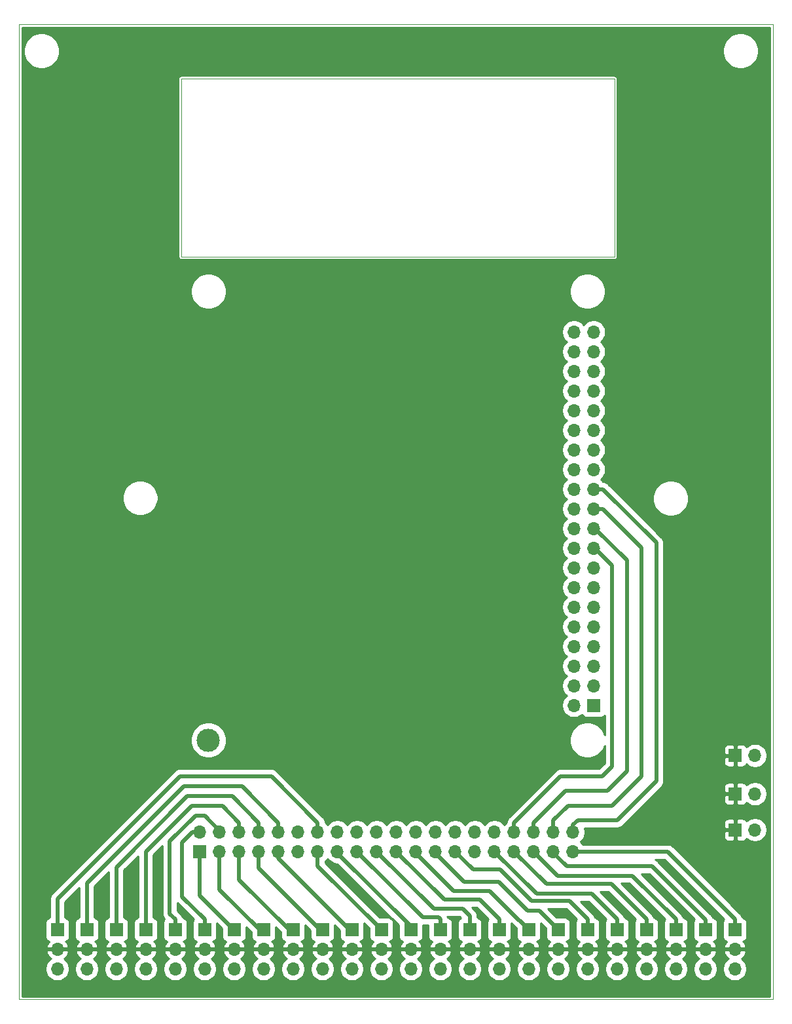
<source format=gbl>
G04 #@! TF.GenerationSoftware,KiCad,Pcbnew,5.1.7-a382d34a8~88~ubuntu18.04.1*
G04 #@! TF.CreationDate,2021-11-24T17:02:52+01:00*
G04 #@! TF.ProjectId,DE10-LiteShield,44453130-2d4c-4697-9465-536869656c64,rev?*
G04 #@! TF.SameCoordinates,Original*
G04 #@! TF.FileFunction,Copper,L2,Bot*
G04 #@! TF.FilePolarity,Positive*
%FSLAX46Y46*%
G04 Gerber Fmt 4.6, Leading zero omitted, Abs format (unit mm)*
G04 Created by KiCad (PCBNEW 5.1.7-a382d34a8~88~ubuntu18.04.1) date 2021-11-24 17:02:52*
%MOMM*%
%LPD*%
G01*
G04 APERTURE LIST*
G04 #@! TA.AperFunction,Profile*
%ADD10C,0.050000*%
G04 #@! TD*
G04 #@! TA.AperFunction,ComponentPad*
%ADD11O,1.700000X1.700000*%
G04 #@! TD*
G04 #@! TA.AperFunction,ComponentPad*
%ADD12R,1.700000X1.700000*%
G04 #@! TD*
G04 #@! TA.AperFunction,ViaPad*
%ADD13C,3.000000*%
G04 #@! TD*
G04 #@! TA.AperFunction,Conductor*
%ADD14C,0.500000*%
G04 #@! TD*
G04 #@! TA.AperFunction,Conductor*
%ADD15C,0.254000*%
G04 #@! TD*
G04 #@! TA.AperFunction,Conductor*
%ADD16C,0.100000*%
G04 #@! TD*
G04 APERTURE END LIST*
D10*
X103000000Y-40000000D02*
X103000000Y-103600000D01*
X103000000Y-40000000D02*
X200500000Y-40000000D01*
X200500000Y-150000000D02*
X200500000Y-166000000D01*
X103000000Y-150000000D02*
X103000000Y-166000000D01*
X103000000Y-135000000D02*
X103000000Y-150000000D01*
X200500000Y-135000000D02*
X200500000Y-150000000D01*
X200500000Y-135000000D02*
X200500000Y-120000000D01*
X103000000Y-120000000D02*
X103000000Y-135000000D01*
X124000000Y-47000000D02*
X124000000Y-70000000D01*
X180000000Y-47000000D02*
X124000000Y-47000000D01*
X180000000Y-70000000D02*
X180000000Y-47000000D01*
X124000000Y-70000000D02*
X180000000Y-70000000D01*
X103000000Y-166000000D02*
X200500000Y-166000000D01*
X103000000Y-103600000D02*
X103000000Y-120000000D01*
X200500000Y-103600000D02*
X200500000Y-120000000D01*
X200500000Y-40000000D02*
X200500000Y-103600000D01*
D11*
X198196000Y-139430000D03*
D12*
X195656000Y-139430000D03*
D11*
X198196000Y-144080000D03*
D12*
X195656000Y-144080000D03*
D11*
X107950000Y-162052000D03*
X107950000Y-159512000D03*
D12*
X107950000Y-156972000D03*
D11*
X195580000Y-162052000D03*
X195580000Y-159512000D03*
D12*
X195580000Y-156972000D03*
D11*
X172720000Y-162052000D03*
X172720000Y-159512000D03*
D12*
X172720000Y-156972000D03*
D11*
X149860000Y-162052000D03*
X149860000Y-159512000D03*
D12*
X149860000Y-156972000D03*
D11*
X111760000Y-162052000D03*
X111760000Y-159512000D03*
D12*
X111760000Y-156972000D03*
D11*
X191770000Y-162052000D03*
X191770000Y-159512000D03*
D12*
X191770000Y-156972000D03*
D11*
X168910000Y-162052000D03*
X168910000Y-159512000D03*
D12*
X168910000Y-156972000D03*
D11*
X146050000Y-162052000D03*
X146050000Y-159512000D03*
D12*
X146050000Y-156972000D03*
D11*
X115570000Y-162052000D03*
X115570000Y-159512000D03*
D12*
X115570000Y-156972000D03*
D11*
X187960000Y-162052000D03*
X187960000Y-159512000D03*
D12*
X187960000Y-156972000D03*
D11*
X165100000Y-162052000D03*
X165100000Y-159512000D03*
D12*
X165100000Y-156972000D03*
D11*
X142240000Y-162052000D03*
X142240000Y-159512000D03*
D12*
X142240000Y-156972000D03*
D11*
X119380000Y-162052000D03*
X119380000Y-159512000D03*
D12*
X119380000Y-156972000D03*
D11*
X184150000Y-162052000D03*
X184150000Y-159512000D03*
D12*
X184150000Y-156972000D03*
D11*
X161290000Y-162052000D03*
X161290000Y-159512000D03*
D12*
X161290000Y-156972000D03*
D11*
X138430000Y-162052000D03*
X138430000Y-159512000D03*
D12*
X138430000Y-156972000D03*
D11*
X123190000Y-162052000D03*
X123190000Y-159512000D03*
D12*
X123190000Y-156972000D03*
D11*
X180340000Y-162052000D03*
X180340000Y-159512000D03*
D12*
X180340000Y-156972000D03*
D11*
X157480000Y-162052000D03*
X157480000Y-159512000D03*
D12*
X157480000Y-156972000D03*
D11*
X134620000Y-162052000D03*
X134620000Y-159512000D03*
D12*
X134620000Y-156972000D03*
D11*
X127000000Y-162052000D03*
X127000000Y-159512000D03*
D12*
X127000000Y-156972000D03*
D11*
X176530000Y-162052000D03*
X176530000Y-159512000D03*
D12*
X176530000Y-156972000D03*
D11*
X153670000Y-162052000D03*
X153670000Y-159512000D03*
D12*
X153670000Y-156972000D03*
D11*
X130810000Y-162052000D03*
X130810000Y-159512000D03*
D12*
X130810000Y-156972000D03*
D11*
X174660000Y-144360000D03*
X174660000Y-146900000D03*
X172120000Y-144360000D03*
X172120000Y-146900000D03*
X169580000Y-144360000D03*
X169580000Y-146900000D03*
X167040000Y-144360000D03*
X167040000Y-146900000D03*
X164500000Y-144360000D03*
X164500000Y-146900000D03*
X161960000Y-144360000D03*
X161960000Y-146900000D03*
X159420000Y-144360000D03*
X159420000Y-146900000D03*
X156880000Y-144360000D03*
X156880000Y-146900000D03*
X154340000Y-144360000D03*
X154340000Y-146900000D03*
X151800000Y-144360000D03*
X151800000Y-146900000D03*
X149260000Y-144360000D03*
X149260000Y-146900000D03*
X146720000Y-144360000D03*
X146720000Y-146900000D03*
X144180000Y-144360000D03*
X144180000Y-146900000D03*
X141640000Y-144360000D03*
X141640000Y-146900000D03*
X139100000Y-144360000D03*
X139100000Y-146900000D03*
X136560000Y-144360000D03*
X136560000Y-146900000D03*
X134020000Y-144360000D03*
X134020000Y-146900000D03*
X131480000Y-144360000D03*
X131480000Y-146900000D03*
X128940000Y-144360000D03*
X128940000Y-146900000D03*
X126400000Y-144360000D03*
D12*
X126400000Y-146900000D03*
D11*
X174760000Y-79740000D03*
X177300000Y-79740000D03*
X174760000Y-82280000D03*
X177300000Y-82280000D03*
X174760000Y-84820000D03*
X177300000Y-84820000D03*
X174760000Y-87360000D03*
X177300000Y-87360000D03*
X174760000Y-89900000D03*
X177300000Y-89900000D03*
X174760000Y-92440000D03*
X177300000Y-92440000D03*
X174760000Y-94980000D03*
X177300000Y-94980000D03*
X174760000Y-97520000D03*
X177300000Y-97520000D03*
X174760000Y-100060000D03*
X177300000Y-100060000D03*
X174760000Y-102600000D03*
X177300000Y-102600000D03*
X174760000Y-105140000D03*
X177300000Y-105140000D03*
X174760000Y-107680000D03*
X177300000Y-107680000D03*
X174760000Y-110220000D03*
X177300000Y-110220000D03*
X174760000Y-112760000D03*
X177300000Y-112760000D03*
X174760000Y-115300000D03*
X177300000Y-115300000D03*
X174760000Y-117840000D03*
X177300000Y-117840000D03*
X174760000Y-120380000D03*
X177300000Y-120380000D03*
X174760000Y-122920000D03*
X177300000Y-122920000D03*
X174760000Y-125460000D03*
X177300000Y-125460000D03*
X174760000Y-128000000D03*
D12*
X177300000Y-128000000D03*
D11*
X198196000Y-134480000D03*
D12*
X195656000Y-134480000D03*
D13*
X127500000Y-132500000D03*
D14*
X178502081Y-102600000D02*
X177300000Y-102600000D01*
X172120000Y-144360000D02*
X172120000Y-142840000D01*
X172120000Y-142840000D02*
X173990000Y-140970000D01*
X173990000Y-140970000D02*
X179705000Y-140970000D01*
X183515000Y-137160000D02*
X183515000Y-107612919D01*
X179705000Y-140970000D02*
X183515000Y-137160000D01*
X183515000Y-107612919D02*
X178502081Y-102600000D01*
X169580000Y-143157919D02*
X173672919Y-139065000D01*
X169580000Y-144360000D02*
X169580000Y-143157919D01*
X173672919Y-139065000D02*
X179070000Y-139065000D01*
X179070000Y-139065000D02*
X181610000Y-136525000D01*
X181610000Y-109251998D02*
X177498002Y-105140000D01*
X177498002Y-105140000D02*
X177300000Y-105140000D01*
X181610000Y-136525000D02*
X181610000Y-109251998D01*
X167040000Y-143157919D02*
X173037919Y-137160000D01*
X167040000Y-144360000D02*
X167040000Y-143157919D01*
X173037919Y-137160000D02*
X178435000Y-137160000D01*
X178435000Y-137160000D02*
X179705000Y-135890000D01*
X177498002Y-107680000D02*
X177300000Y-107680000D01*
X179705000Y-109886998D02*
X177498002Y-107680000D01*
X179705000Y-135890000D02*
X179705000Y-109886998D01*
X195580000Y-155622000D02*
X195580000Y-156972000D01*
X195580000Y-155600400D02*
X195580000Y-155622000D01*
X174660000Y-146900000D02*
X174673600Y-146913600D01*
X186893200Y-146913600D02*
X195580000Y-155600400D01*
X174673600Y-146913600D02*
X186893200Y-146913600D01*
X107950000Y-153000870D02*
X107950000Y-155622000D01*
X123790870Y-137160000D02*
X107950000Y-153000870D01*
X107950000Y-155622000D02*
X107950000Y-156972000D01*
X135642081Y-137160000D02*
X123790870Y-137160000D01*
X141640000Y-144360000D02*
X141640000Y-143157919D01*
X141640000Y-143157919D02*
X135642081Y-137160000D01*
X173821998Y-148800000D02*
X184893400Y-148800000D01*
X172120000Y-146900000D02*
X172120000Y-147098002D01*
X191770000Y-155676600D02*
X191770000Y-156972000D01*
X184893400Y-148800000D02*
X191770000Y-155676600D01*
X172120000Y-147098002D02*
X173821998Y-148800000D01*
X111760000Y-155622000D02*
X111760000Y-156972000D01*
X111760000Y-150958652D02*
X111760000Y-155622000D01*
X131832081Y-138430000D02*
X124288652Y-138430000D01*
X124288652Y-138430000D02*
X111760000Y-150958652D01*
X136560000Y-144360000D02*
X136560000Y-143157919D01*
X136560000Y-143157919D02*
X131832081Y-138430000D01*
X187960000Y-155625800D02*
X187960000Y-156972000D01*
X182346600Y-150012400D02*
X187960000Y-155625800D01*
X169580000Y-146900000D02*
X172692400Y-150012400D01*
X172692400Y-150012400D02*
X182346600Y-150012400D01*
X115570000Y-148916434D02*
X115570000Y-156972000D01*
X124766445Y-139719989D02*
X115570000Y-148916434D01*
X134020000Y-144360000D02*
X134020000Y-143157919D01*
X130582070Y-139719989D02*
X124766445Y-139719989D01*
X134020000Y-143157919D02*
X130582070Y-139719989D01*
X179624200Y-151100000D02*
X184150000Y-155625800D01*
X184150000Y-155625800D02*
X184150000Y-156972000D01*
X167040000Y-146900000D02*
X171240000Y-151100000D01*
X171240000Y-151100000D02*
X179624200Y-151100000D01*
X125318346Y-140970000D02*
X119380000Y-146908346D01*
X129292081Y-140970000D02*
X125318346Y-140970000D01*
X119380000Y-146908346D02*
X119380000Y-156972000D01*
X131480000Y-144360000D02*
X131480000Y-143157919D01*
X131480000Y-143157919D02*
X129292081Y-140970000D01*
X177067200Y-152349200D02*
X180340000Y-155622000D01*
X164500000Y-146900000D02*
X169949200Y-152349200D01*
X180340000Y-155622000D02*
X180340000Y-156972000D01*
X169949200Y-152349200D02*
X177067200Y-152349200D01*
X123190000Y-155622000D02*
X123190000Y-156972000D01*
X128940000Y-144360000D02*
X128940000Y-144161998D01*
X128940000Y-144161998D02*
X127018002Y-142240000D01*
X127018002Y-142240000D02*
X125816128Y-142240000D01*
X125816128Y-142240000D02*
X122500000Y-145556128D01*
X122500000Y-145556128D02*
X122500000Y-154932000D01*
X122500000Y-154932000D02*
X123190000Y-155622000D01*
X159420000Y-146900000D02*
X161720000Y-149200000D01*
X161720000Y-149200000D02*
X165200000Y-149200000D01*
X165200000Y-149200000D02*
X169300000Y-153300000D01*
X176530000Y-155622000D02*
X176530000Y-156972000D01*
X174208000Y-153300000D02*
X176530000Y-155622000D01*
X169300000Y-153300000D02*
X174208000Y-153300000D01*
X125463910Y-144360000D02*
X124100000Y-145723910D01*
X126400000Y-144360000D02*
X125463910Y-144360000D01*
X124100000Y-145723910D02*
X124100000Y-152722000D01*
X127000000Y-155622000D02*
X127000000Y-156972000D01*
X124100000Y-152722000D02*
X127000000Y-155622000D01*
X172212000Y-156972000D02*
X172720000Y-156972000D01*
X160581977Y-150799979D02*
X156880000Y-147098002D01*
X170298010Y-154550010D02*
X168782229Y-154550010D01*
X165032198Y-150799979D02*
X160581977Y-150799979D01*
X156880000Y-147098002D02*
X156880000Y-146900000D01*
X168782229Y-154550010D02*
X165032198Y-150799979D01*
X172720000Y-156972000D02*
X170298010Y-154550010D01*
X167738000Y-155800000D02*
X168910000Y-156972000D01*
X167700000Y-155800000D02*
X167738000Y-155800000D01*
X163868200Y-151968200D02*
X167700000Y-155800000D01*
X159210198Y-151968200D02*
X163868200Y-151968200D01*
X154340000Y-146900000D02*
X154340000Y-147098002D01*
X154340000Y-147098002D02*
X159210198Y-151968200D01*
X165100000Y-155622000D02*
X165100000Y-156972000D01*
X151800000Y-146900000D02*
X158011200Y-153111200D01*
X162589200Y-153111200D02*
X165100000Y-155622000D01*
X158011200Y-153111200D02*
X162589200Y-153111200D01*
X156660000Y-154300000D02*
X160400000Y-154300000D01*
X149260000Y-146900000D02*
X156660000Y-154300000D01*
X160400000Y-154300000D02*
X161290000Y-155190000D01*
X161290000Y-155190000D02*
X161290000Y-156972000D01*
X157480000Y-156972000D02*
X157480000Y-155622000D01*
X157258000Y-155400000D02*
X155220000Y-155400000D01*
X155220000Y-155400000D02*
X146720000Y-146900000D01*
X157480000Y-155622000D02*
X157258000Y-155400000D01*
X144180000Y-147098002D02*
X144180000Y-146900000D01*
X153670000Y-156972000D02*
X153670000Y-156588002D01*
X153670000Y-156588002D02*
X144180000Y-147098002D01*
X141640000Y-148752000D02*
X149860000Y-156972000D01*
X141640000Y-146900000D02*
X141640000Y-148752000D01*
X145769500Y-156972000D02*
X146050000Y-156972000D01*
X136560000Y-146900000D02*
X136560000Y-147762500D01*
X136560000Y-147762500D02*
X145769500Y-156972000D01*
X141930002Y-156972000D02*
X142240000Y-156972000D01*
X134020000Y-149061998D02*
X141930002Y-156972000D01*
X134020000Y-146900000D02*
X134020000Y-149061998D01*
X137922000Y-156972000D02*
X138430000Y-156972000D01*
X131480000Y-146900000D02*
X131480000Y-150530000D01*
X131480000Y-150530000D02*
X137922000Y-156972000D01*
X128940000Y-146900000D02*
X128940000Y-151800000D01*
X134112000Y-156972000D02*
X134620000Y-156972000D01*
X128940000Y-151800000D02*
X134112000Y-156972000D01*
X130782000Y-156972000D02*
X130810000Y-156972000D01*
X126400000Y-146900000D02*
X126400000Y-152590000D01*
X126400000Y-152590000D02*
X130782000Y-156972000D01*
X174660000Y-144360000D02*
X174660000Y-143475000D01*
X174660000Y-143475000D02*
X175260000Y-142875000D01*
X175260000Y-142875000D02*
X180340000Y-142875000D01*
X180340000Y-142875000D02*
X185420000Y-137795000D01*
X178502081Y-100060000D02*
X177300000Y-100060000D01*
X185420000Y-106977919D02*
X178502081Y-100060000D01*
X185420000Y-137795000D02*
X185420000Y-106977919D01*
D15*
X200098001Y-103580244D02*
X200098000Y-103580254D01*
X200098001Y-119980253D01*
X200098000Y-134980253D01*
X200098000Y-134980254D01*
X200098001Y-149980244D01*
X200098000Y-149980254D01*
X200098001Y-165598000D01*
X103402000Y-165598000D01*
X103402000Y-161896679D01*
X106373000Y-161896679D01*
X106373000Y-162207321D01*
X106433604Y-162511994D01*
X106552481Y-162798989D01*
X106725064Y-163057279D01*
X106944721Y-163276936D01*
X107203011Y-163449519D01*
X107490006Y-163568396D01*
X107794679Y-163629000D01*
X108105321Y-163629000D01*
X108409994Y-163568396D01*
X108696989Y-163449519D01*
X108955279Y-163276936D01*
X109174936Y-163057279D01*
X109347519Y-162798989D01*
X109466396Y-162511994D01*
X109527000Y-162207321D01*
X109527000Y-161896679D01*
X110183000Y-161896679D01*
X110183000Y-162207321D01*
X110243604Y-162511994D01*
X110362481Y-162798989D01*
X110535064Y-163057279D01*
X110754721Y-163276936D01*
X111013011Y-163449519D01*
X111300006Y-163568396D01*
X111604679Y-163629000D01*
X111915321Y-163629000D01*
X112219994Y-163568396D01*
X112506989Y-163449519D01*
X112765279Y-163276936D01*
X112984936Y-163057279D01*
X113157519Y-162798989D01*
X113276396Y-162511994D01*
X113337000Y-162207321D01*
X113337000Y-161896679D01*
X113993000Y-161896679D01*
X113993000Y-162207321D01*
X114053604Y-162511994D01*
X114172481Y-162798989D01*
X114345064Y-163057279D01*
X114564721Y-163276936D01*
X114823011Y-163449519D01*
X115110006Y-163568396D01*
X115414679Y-163629000D01*
X115725321Y-163629000D01*
X116029994Y-163568396D01*
X116316989Y-163449519D01*
X116575279Y-163276936D01*
X116794936Y-163057279D01*
X116967519Y-162798989D01*
X117086396Y-162511994D01*
X117147000Y-162207321D01*
X117147000Y-161896679D01*
X117803000Y-161896679D01*
X117803000Y-162207321D01*
X117863604Y-162511994D01*
X117982481Y-162798989D01*
X118155064Y-163057279D01*
X118374721Y-163276936D01*
X118633011Y-163449519D01*
X118920006Y-163568396D01*
X119224679Y-163629000D01*
X119535321Y-163629000D01*
X119839994Y-163568396D01*
X120126989Y-163449519D01*
X120385279Y-163276936D01*
X120604936Y-163057279D01*
X120777519Y-162798989D01*
X120896396Y-162511994D01*
X120957000Y-162207321D01*
X120957000Y-161896679D01*
X121613000Y-161896679D01*
X121613000Y-162207321D01*
X121673604Y-162511994D01*
X121792481Y-162798989D01*
X121965064Y-163057279D01*
X122184721Y-163276936D01*
X122443011Y-163449519D01*
X122730006Y-163568396D01*
X123034679Y-163629000D01*
X123345321Y-163629000D01*
X123649994Y-163568396D01*
X123936989Y-163449519D01*
X124195279Y-163276936D01*
X124414936Y-163057279D01*
X124587519Y-162798989D01*
X124706396Y-162511994D01*
X124767000Y-162207321D01*
X124767000Y-161896679D01*
X125423000Y-161896679D01*
X125423000Y-162207321D01*
X125483604Y-162511994D01*
X125602481Y-162798989D01*
X125775064Y-163057279D01*
X125994721Y-163276936D01*
X126253011Y-163449519D01*
X126540006Y-163568396D01*
X126844679Y-163629000D01*
X127155321Y-163629000D01*
X127459994Y-163568396D01*
X127746989Y-163449519D01*
X128005279Y-163276936D01*
X128224936Y-163057279D01*
X128397519Y-162798989D01*
X128516396Y-162511994D01*
X128577000Y-162207321D01*
X128577000Y-161896679D01*
X129233000Y-161896679D01*
X129233000Y-162207321D01*
X129293604Y-162511994D01*
X129412481Y-162798989D01*
X129585064Y-163057279D01*
X129804721Y-163276936D01*
X130063011Y-163449519D01*
X130350006Y-163568396D01*
X130654679Y-163629000D01*
X130965321Y-163629000D01*
X131269994Y-163568396D01*
X131556989Y-163449519D01*
X131815279Y-163276936D01*
X132034936Y-163057279D01*
X132207519Y-162798989D01*
X132326396Y-162511994D01*
X132387000Y-162207321D01*
X132387000Y-161896679D01*
X133043000Y-161896679D01*
X133043000Y-162207321D01*
X133103604Y-162511994D01*
X133222481Y-162798989D01*
X133395064Y-163057279D01*
X133614721Y-163276936D01*
X133873011Y-163449519D01*
X134160006Y-163568396D01*
X134464679Y-163629000D01*
X134775321Y-163629000D01*
X135079994Y-163568396D01*
X135366989Y-163449519D01*
X135625279Y-163276936D01*
X135844936Y-163057279D01*
X136017519Y-162798989D01*
X136136396Y-162511994D01*
X136197000Y-162207321D01*
X136197000Y-161896679D01*
X136853000Y-161896679D01*
X136853000Y-162207321D01*
X136913604Y-162511994D01*
X137032481Y-162798989D01*
X137205064Y-163057279D01*
X137424721Y-163276936D01*
X137683011Y-163449519D01*
X137970006Y-163568396D01*
X138274679Y-163629000D01*
X138585321Y-163629000D01*
X138889994Y-163568396D01*
X139176989Y-163449519D01*
X139435279Y-163276936D01*
X139654936Y-163057279D01*
X139827519Y-162798989D01*
X139946396Y-162511994D01*
X140007000Y-162207321D01*
X140007000Y-161896679D01*
X140663000Y-161896679D01*
X140663000Y-162207321D01*
X140723604Y-162511994D01*
X140842481Y-162798989D01*
X141015064Y-163057279D01*
X141234721Y-163276936D01*
X141493011Y-163449519D01*
X141780006Y-163568396D01*
X142084679Y-163629000D01*
X142395321Y-163629000D01*
X142699994Y-163568396D01*
X142986989Y-163449519D01*
X143245279Y-163276936D01*
X143464936Y-163057279D01*
X143637519Y-162798989D01*
X143756396Y-162511994D01*
X143817000Y-162207321D01*
X143817000Y-161896679D01*
X144473000Y-161896679D01*
X144473000Y-162207321D01*
X144533604Y-162511994D01*
X144652481Y-162798989D01*
X144825064Y-163057279D01*
X145044721Y-163276936D01*
X145303011Y-163449519D01*
X145590006Y-163568396D01*
X145894679Y-163629000D01*
X146205321Y-163629000D01*
X146509994Y-163568396D01*
X146796989Y-163449519D01*
X147055279Y-163276936D01*
X147274936Y-163057279D01*
X147447519Y-162798989D01*
X147566396Y-162511994D01*
X147627000Y-162207321D01*
X147627000Y-161896679D01*
X148283000Y-161896679D01*
X148283000Y-162207321D01*
X148343604Y-162511994D01*
X148462481Y-162798989D01*
X148635064Y-163057279D01*
X148854721Y-163276936D01*
X149113011Y-163449519D01*
X149400006Y-163568396D01*
X149704679Y-163629000D01*
X150015321Y-163629000D01*
X150319994Y-163568396D01*
X150606989Y-163449519D01*
X150865279Y-163276936D01*
X151084936Y-163057279D01*
X151257519Y-162798989D01*
X151376396Y-162511994D01*
X151437000Y-162207321D01*
X151437000Y-161896679D01*
X152093000Y-161896679D01*
X152093000Y-162207321D01*
X152153604Y-162511994D01*
X152272481Y-162798989D01*
X152445064Y-163057279D01*
X152664721Y-163276936D01*
X152923011Y-163449519D01*
X153210006Y-163568396D01*
X153514679Y-163629000D01*
X153825321Y-163629000D01*
X154129994Y-163568396D01*
X154416989Y-163449519D01*
X154675279Y-163276936D01*
X154894936Y-163057279D01*
X155067519Y-162798989D01*
X155186396Y-162511994D01*
X155247000Y-162207321D01*
X155247000Y-161896679D01*
X155903000Y-161896679D01*
X155903000Y-162207321D01*
X155963604Y-162511994D01*
X156082481Y-162798989D01*
X156255064Y-163057279D01*
X156474721Y-163276936D01*
X156733011Y-163449519D01*
X157020006Y-163568396D01*
X157324679Y-163629000D01*
X157635321Y-163629000D01*
X157939994Y-163568396D01*
X158226989Y-163449519D01*
X158485279Y-163276936D01*
X158704936Y-163057279D01*
X158877519Y-162798989D01*
X158996396Y-162511994D01*
X159057000Y-162207321D01*
X159057000Y-161896679D01*
X159713000Y-161896679D01*
X159713000Y-162207321D01*
X159773604Y-162511994D01*
X159892481Y-162798989D01*
X160065064Y-163057279D01*
X160284721Y-163276936D01*
X160543011Y-163449519D01*
X160830006Y-163568396D01*
X161134679Y-163629000D01*
X161445321Y-163629000D01*
X161749994Y-163568396D01*
X162036989Y-163449519D01*
X162295279Y-163276936D01*
X162514936Y-163057279D01*
X162687519Y-162798989D01*
X162806396Y-162511994D01*
X162867000Y-162207321D01*
X162867000Y-161896679D01*
X163523000Y-161896679D01*
X163523000Y-162207321D01*
X163583604Y-162511994D01*
X163702481Y-162798989D01*
X163875064Y-163057279D01*
X164094721Y-163276936D01*
X164353011Y-163449519D01*
X164640006Y-163568396D01*
X164944679Y-163629000D01*
X165255321Y-163629000D01*
X165559994Y-163568396D01*
X165846989Y-163449519D01*
X166105279Y-163276936D01*
X166324936Y-163057279D01*
X166497519Y-162798989D01*
X166616396Y-162511994D01*
X166677000Y-162207321D01*
X166677000Y-161896679D01*
X167333000Y-161896679D01*
X167333000Y-162207321D01*
X167393604Y-162511994D01*
X167512481Y-162798989D01*
X167685064Y-163057279D01*
X167904721Y-163276936D01*
X168163011Y-163449519D01*
X168450006Y-163568396D01*
X168754679Y-163629000D01*
X169065321Y-163629000D01*
X169369994Y-163568396D01*
X169656989Y-163449519D01*
X169915279Y-163276936D01*
X170134936Y-163057279D01*
X170307519Y-162798989D01*
X170426396Y-162511994D01*
X170487000Y-162207321D01*
X170487000Y-161896679D01*
X171143000Y-161896679D01*
X171143000Y-162207321D01*
X171203604Y-162511994D01*
X171322481Y-162798989D01*
X171495064Y-163057279D01*
X171714721Y-163276936D01*
X171973011Y-163449519D01*
X172260006Y-163568396D01*
X172564679Y-163629000D01*
X172875321Y-163629000D01*
X173179994Y-163568396D01*
X173466989Y-163449519D01*
X173725279Y-163276936D01*
X173944936Y-163057279D01*
X174117519Y-162798989D01*
X174236396Y-162511994D01*
X174297000Y-162207321D01*
X174297000Y-161896679D01*
X174953000Y-161896679D01*
X174953000Y-162207321D01*
X175013604Y-162511994D01*
X175132481Y-162798989D01*
X175305064Y-163057279D01*
X175524721Y-163276936D01*
X175783011Y-163449519D01*
X176070006Y-163568396D01*
X176374679Y-163629000D01*
X176685321Y-163629000D01*
X176989994Y-163568396D01*
X177276989Y-163449519D01*
X177535279Y-163276936D01*
X177754936Y-163057279D01*
X177927519Y-162798989D01*
X178046396Y-162511994D01*
X178107000Y-162207321D01*
X178107000Y-161896679D01*
X178763000Y-161896679D01*
X178763000Y-162207321D01*
X178823604Y-162511994D01*
X178942481Y-162798989D01*
X179115064Y-163057279D01*
X179334721Y-163276936D01*
X179593011Y-163449519D01*
X179880006Y-163568396D01*
X180184679Y-163629000D01*
X180495321Y-163629000D01*
X180799994Y-163568396D01*
X181086989Y-163449519D01*
X181345279Y-163276936D01*
X181564936Y-163057279D01*
X181737519Y-162798989D01*
X181856396Y-162511994D01*
X181917000Y-162207321D01*
X181917000Y-161896679D01*
X182573000Y-161896679D01*
X182573000Y-162207321D01*
X182633604Y-162511994D01*
X182752481Y-162798989D01*
X182925064Y-163057279D01*
X183144721Y-163276936D01*
X183403011Y-163449519D01*
X183690006Y-163568396D01*
X183994679Y-163629000D01*
X184305321Y-163629000D01*
X184609994Y-163568396D01*
X184896989Y-163449519D01*
X185155279Y-163276936D01*
X185374936Y-163057279D01*
X185547519Y-162798989D01*
X185666396Y-162511994D01*
X185727000Y-162207321D01*
X185727000Y-161896679D01*
X186383000Y-161896679D01*
X186383000Y-162207321D01*
X186443604Y-162511994D01*
X186562481Y-162798989D01*
X186735064Y-163057279D01*
X186954721Y-163276936D01*
X187213011Y-163449519D01*
X187500006Y-163568396D01*
X187804679Y-163629000D01*
X188115321Y-163629000D01*
X188419994Y-163568396D01*
X188706989Y-163449519D01*
X188965279Y-163276936D01*
X189184936Y-163057279D01*
X189357519Y-162798989D01*
X189476396Y-162511994D01*
X189537000Y-162207321D01*
X189537000Y-161896679D01*
X190193000Y-161896679D01*
X190193000Y-162207321D01*
X190253604Y-162511994D01*
X190372481Y-162798989D01*
X190545064Y-163057279D01*
X190764721Y-163276936D01*
X191023011Y-163449519D01*
X191310006Y-163568396D01*
X191614679Y-163629000D01*
X191925321Y-163629000D01*
X192229994Y-163568396D01*
X192516989Y-163449519D01*
X192775279Y-163276936D01*
X192994936Y-163057279D01*
X193167519Y-162798989D01*
X193286396Y-162511994D01*
X193347000Y-162207321D01*
X193347000Y-161896679D01*
X194003000Y-161896679D01*
X194003000Y-162207321D01*
X194063604Y-162511994D01*
X194182481Y-162798989D01*
X194355064Y-163057279D01*
X194574721Y-163276936D01*
X194833011Y-163449519D01*
X195120006Y-163568396D01*
X195424679Y-163629000D01*
X195735321Y-163629000D01*
X196039994Y-163568396D01*
X196326989Y-163449519D01*
X196585279Y-163276936D01*
X196804936Y-163057279D01*
X196977519Y-162798989D01*
X197096396Y-162511994D01*
X197157000Y-162207321D01*
X197157000Y-161896679D01*
X197096396Y-161592006D01*
X196977519Y-161305011D01*
X196804936Y-161046721D01*
X196585279Y-160827064D01*
X196432014Y-160724656D01*
X196461355Y-160707178D01*
X196677588Y-160512269D01*
X196851641Y-160278920D01*
X196976825Y-160016099D01*
X197021476Y-159868890D01*
X196900155Y-159639000D01*
X195707000Y-159639000D01*
X195707000Y-159659000D01*
X195453000Y-159659000D01*
X195453000Y-159639000D01*
X194259845Y-159639000D01*
X194138524Y-159868890D01*
X194183175Y-160016099D01*
X194308359Y-160278920D01*
X194482412Y-160512269D01*
X194698645Y-160707178D01*
X194727986Y-160724656D01*
X194574721Y-160827064D01*
X194355064Y-161046721D01*
X194182481Y-161305011D01*
X194063604Y-161592006D01*
X194003000Y-161896679D01*
X193347000Y-161896679D01*
X193286396Y-161592006D01*
X193167519Y-161305011D01*
X192994936Y-161046721D01*
X192775279Y-160827064D01*
X192622014Y-160724656D01*
X192651355Y-160707178D01*
X192867588Y-160512269D01*
X193041641Y-160278920D01*
X193166825Y-160016099D01*
X193211476Y-159868890D01*
X193090155Y-159639000D01*
X191897000Y-159639000D01*
X191897000Y-159659000D01*
X191643000Y-159659000D01*
X191643000Y-159639000D01*
X190449845Y-159639000D01*
X190328524Y-159868890D01*
X190373175Y-160016099D01*
X190498359Y-160278920D01*
X190672412Y-160512269D01*
X190888645Y-160707178D01*
X190917986Y-160724656D01*
X190764721Y-160827064D01*
X190545064Y-161046721D01*
X190372481Y-161305011D01*
X190253604Y-161592006D01*
X190193000Y-161896679D01*
X189537000Y-161896679D01*
X189476396Y-161592006D01*
X189357519Y-161305011D01*
X189184936Y-161046721D01*
X188965279Y-160827064D01*
X188812014Y-160724656D01*
X188841355Y-160707178D01*
X189057588Y-160512269D01*
X189231641Y-160278920D01*
X189356825Y-160016099D01*
X189401476Y-159868890D01*
X189280155Y-159639000D01*
X188087000Y-159639000D01*
X188087000Y-159659000D01*
X187833000Y-159659000D01*
X187833000Y-159639000D01*
X186639845Y-159639000D01*
X186518524Y-159868890D01*
X186563175Y-160016099D01*
X186688359Y-160278920D01*
X186862412Y-160512269D01*
X187078645Y-160707178D01*
X187107986Y-160724656D01*
X186954721Y-160827064D01*
X186735064Y-161046721D01*
X186562481Y-161305011D01*
X186443604Y-161592006D01*
X186383000Y-161896679D01*
X185727000Y-161896679D01*
X185666396Y-161592006D01*
X185547519Y-161305011D01*
X185374936Y-161046721D01*
X185155279Y-160827064D01*
X185002014Y-160724656D01*
X185031355Y-160707178D01*
X185247588Y-160512269D01*
X185421641Y-160278920D01*
X185546825Y-160016099D01*
X185591476Y-159868890D01*
X185470155Y-159639000D01*
X184277000Y-159639000D01*
X184277000Y-159659000D01*
X184023000Y-159659000D01*
X184023000Y-159639000D01*
X182829845Y-159639000D01*
X182708524Y-159868890D01*
X182753175Y-160016099D01*
X182878359Y-160278920D01*
X183052412Y-160512269D01*
X183268645Y-160707178D01*
X183297986Y-160724656D01*
X183144721Y-160827064D01*
X182925064Y-161046721D01*
X182752481Y-161305011D01*
X182633604Y-161592006D01*
X182573000Y-161896679D01*
X181917000Y-161896679D01*
X181856396Y-161592006D01*
X181737519Y-161305011D01*
X181564936Y-161046721D01*
X181345279Y-160827064D01*
X181192014Y-160724656D01*
X181221355Y-160707178D01*
X181437588Y-160512269D01*
X181611641Y-160278920D01*
X181736825Y-160016099D01*
X181781476Y-159868890D01*
X181660155Y-159639000D01*
X180467000Y-159639000D01*
X180467000Y-159659000D01*
X180213000Y-159659000D01*
X180213000Y-159639000D01*
X179019845Y-159639000D01*
X178898524Y-159868890D01*
X178943175Y-160016099D01*
X179068359Y-160278920D01*
X179242412Y-160512269D01*
X179458645Y-160707178D01*
X179487986Y-160724656D01*
X179334721Y-160827064D01*
X179115064Y-161046721D01*
X178942481Y-161305011D01*
X178823604Y-161592006D01*
X178763000Y-161896679D01*
X178107000Y-161896679D01*
X178046396Y-161592006D01*
X177927519Y-161305011D01*
X177754936Y-161046721D01*
X177535279Y-160827064D01*
X177382014Y-160724656D01*
X177411355Y-160707178D01*
X177627588Y-160512269D01*
X177801641Y-160278920D01*
X177926825Y-160016099D01*
X177971476Y-159868890D01*
X177850155Y-159639000D01*
X176657000Y-159639000D01*
X176657000Y-159659000D01*
X176403000Y-159659000D01*
X176403000Y-159639000D01*
X175209845Y-159639000D01*
X175088524Y-159868890D01*
X175133175Y-160016099D01*
X175258359Y-160278920D01*
X175432412Y-160512269D01*
X175648645Y-160707178D01*
X175677986Y-160724656D01*
X175524721Y-160827064D01*
X175305064Y-161046721D01*
X175132481Y-161305011D01*
X175013604Y-161592006D01*
X174953000Y-161896679D01*
X174297000Y-161896679D01*
X174236396Y-161592006D01*
X174117519Y-161305011D01*
X173944936Y-161046721D01*
X173725279Y-160827064D01*
X173572014Y-160724656D01*
X173601355Y-160707178D01*
X173817588Y-160512269D01*
X173991641Y-160278920D01*
X174116825Y-160016099D01*
X174161476Y-159868890D01*
X174040155Y-159639000D01*
X172847000Y-159639000D01*
X172847000Y-159659000D01*
X172593000Y-159659000D01*
X172593000Y-159639000D01*
X171399845Y-159639000D01*
X171278524Y-159868890D01*
X171323175Y-160016099D01*
X171448359Y-160278920D01*
X171622412Y-160512269D01*
X171838645Y-160707178D01*
X171867986Y-160724656D01*
X171714721Y-160827064D01*
X171495064Y-161046721D01*
X171322481Y-161305011D01*
X171203604Y-161592006D01*
X171143000Y-161896679D01*
X170487000Y-161896679D01*
X170426396Y-161592006D01*
X170307519Y-161305011D01*
X170134936Y-161046721D01*
X169915279Y-160827064D01*
X169762014Y-160724656D01*
X169791355Y-160707178D01*
X170007588Y-160512269D01*
X170181641Y-160278920D01*
X170306825Y-160016099D01*
X170351476Y-159868890D01*
X170230155Y-159639000D01*
X169037000Y-159639000D01*
X169037000Y-159659000D01*
X168783000Y-159659000D01*
X168783000Y-159639000D01*
X167589845Y-159639000D01*
X167468524Y-159868890D01*
X167513175Y-160016099D01*
X167638359Y-160278920D01*
X167812412Y-160512269D01*
X168028645Y-160707178D01*
X168057986Y-160724656D01*
X167904721Y-160827064D01*
X167685064Y-161046721D01*
X167512481Y-161305011D01*
X167393604Y-161592006D01*
X167333000Y-161896679D01*
X166677000Y-161896679D01*
X166616396Y-161592006D01*
X166497519Y-161305011D01*
X166324936Y-161046721D01*
X166105279Y-160827064D01*
X165952014Y-160724656D01*
X165981355Y-160707178D01*
X166197588Y-160512269D01*
X166371641Y-160278920D01*
X166496825Y-160016099D01*
X166541476Y-159868890D01*
X166420155Y-159639000D01*
X165227000Y-159639000D01*
X165227000Y-159659000D01*
X164973000Y-159659000D01*
X164973000Y-159639000D01*
X163779845Y-159639000D01*
X163658524Y-159868890D01*
X163703175Y-160016099D01*
X163828359Y-160278920D01*
X164002412Y-160512269D01*
X164218645Y-160707178D01*
X164247986Y-160724656D01*
X164094721Y-160827064D01*
X163875064Y-161046721D01*
X163702481Y-161305011D01*
X163583604Y-161592006D01*
X163523000Y-161896679D01*
X162867000Y-161896679D01*
X162806396Y-161592006D01*
X162687519Y-161305011D01*
X162514936Y-161046721D01*
X162295279Y-160827064D01*
X162142014Y-160724656D01*
X162171355Y-160707178D01*
X162387588Y-160512269D01*
X162561641Y-160278920D01*
X162686825Y-160016099D01*
X162731476Y-159868890D01*
X162610155Y-159639000D01*
X161417000Y-159639000D01*
X161417000Y-159659000D01*
X161163000Y-159659000D01*
X161163000Y-159639000D01*
X159969845Y-159639000D01*
X159848524Y-159868890D01*
X159893175Y-160016099D01*
X160018359Y-160278920D01*
X160192412Y-160512269D01*
X160408645Y-160707178D01*
X160437986Y-160724656D01*
X160284721Y-160827064D01*
X160065064Y-161046721D01*
X159892481Y-161305011D01*
X159773604Y-161592006D01*
X159713000Y-161896679D01*
X159057000Y-161896679D01*
X158996396Y-161592006D01*
X158877519Y-161305011D01*
X158704936Y-161046721D01*
X158485279Y-160827064D01*
X158332014Y-160724656D01*
X158361355Y-160707178D01*
X158577588Y-160512269D01*
X158751641Y-160278920D01*
X158876825Y-160016099D01*
X158921476Y-159868890D01*
X158800155Y-159639000D01*
X157607000Y-159639000D01*
X157607000Y-159659000D01*
X157353000Y-159659000D01*
X157353000Y-159639000D01*
X156159845Y-159639000D01*
X156038524Y-159868890D01*
X156083175Y-160016099D01*
X156208359Y-160278920D01*
X156382412Y-160512269D01*
X156598645Y-160707178D01*
X156627986Y-160724656D01*
X156474721Y-160827064D01*
X156255064Y-161046721D01*
X156082481Y-161305011D01*
X155963604Y-161592006D01*
X155903000Y-161896679D01*
X155247000Y-161896679D01*
X155186396Y-161592006D01*
X155067519Y-161305011D01*
X154894936Y-161046721D01*
X154675279Y-160827064D01*
X154522014Y-160724656D01*
X154551355Y-160707178D01*
X154767588Y-160512269D01*
X154941641Y-160278920D01*
X155066825Y-160016099D01*
X155111476Y-159868890D01*
X154990155Y-159639000D01*
X153797000Y-159639000D01*
X153797000Y-159659000D01*
X153543000Y-159659000D01*
X153543000Y-159639000D01*
X152349845Y-159639000D01*
X152228524Y-159868890D01*
X152273175Y-160016099D01*
X152398359Y-160278920D01*
X152572412Y-160512269D01*
X152788645Y-160707178D01*
X152817986Y-160724656D01*
X152664721Y-160827064D01*
X152445064Y-161046721D01*
X152272481Y-161305011D01*
X152153604Y-161592006D01*
X152093000Y-161896679D01*
X151437000Y-161896679D01*
X151376396Y-161592006D01*
X151257519Y-161305011D01*
X151084936Y-161046721D01*
X150865279Y-160827064D01*
X150712014Y-160724656D01*
X150741355Y-160707178D01*
X150957588Y-160512269D01*
X151131641Y-160278920D01*
X151256825Y-160016099D01*
X151301476Y-159868890D01*
X151180155Y-159639000D01*
X149987000Y-159639000D01*
X149987000Y-159659000D01*
X149733000Y-159659000D01*
X149733000Y-159639000D01*
X148539845Y-159639000D01*
X148418524Y-159868890D01*
X148463175Y-160016099D01*
X148588359Y-160278920D01*
X148762412Y-160512269D01*
X148978645Y-160707178D01*
X149007986Y-160724656D01*
X148854721Y-160827064D01*
X148635064Y-161046721D01*
X148462481Y-161305011D01*
X148343604Y-161592006D01*
X148283000Y-161896679D01*
X147627000Y-161896679D01*
X147566396Y-161592006D01*
X147447519Y-161305011D01*
X147274936Y-161046721D01*
X147055279Y-160827064D01*
X146902014Y-160724656D01*
X146931355Y-160707178D01*
X147147588Y-160512269D01*
X147321641Y-160278920D01*
X147446825Y-160016099D01*
X147491476Y-159868890D01*
X147370155Y-159639000D01*
X146177000Y-159639000D01*
X146177000Y-159659000D01*
X145923000Y-159659000D01*
X145923000Y-159639000D01*
X144729845Y-159639000D01*
X144608524Y-159868890D01*
X144653175Y-160016099D01*
X144778359Y-160278920D01*
X144952412Y-160512269D01*
X145168645Y-160707178D01*
X145197986Y-160724656D01*
X145044721Y-160827064D01*
X144825064Y-161046721D01*
X144652481Y-161305011D01*
X144533604Y-161592006D01*
X144473000Y-161896679D01*
X143817000Y-161896679D01*
X143756396Y-161592006D01*
X143637519Y-161305011D01*
X143464936Y-161046721D01*
X143245279Y-160827064D01*
X143092014Y-160724656D01*
X143121355Y-160707178D01*
X143337588Y-160512269D01*
X143511641Y-160278920D01*
X143636825Y-160016099D01*
X143681476Y-159868890D01*
X143560155Y-159639000D01*
X142367000Y-159639000D01*
X142367000Y-159659000D01*
X142113000Y-159659000D01*
X142113000Y-159639000D01*
X140919845Y-159639000D01*
X140798524Y-159868890D01*
X140843175Y-160016099D01*
X140968359Y-160278920D01*
X141142412Y-160512269D01*
X141358645Y-160707178D01*
X141387986Y-160724656D01*
X141234721Y-160827064D01*
X141015064Y-161046721D01*
X140842481Y-161305011D01*
X140723604Y-161592006D01*
X140663000Y-161896679D01*
X140007000Y-161896679D01*
X139946396Y-161592006D01*
X139827519Y-161305011D01*
X139654936Y-161046721D01*
X139435279Y-160827064D01*
X139282014Y-160724656D01*
X139311355Y-160707178D01*
X139527588Y-160512269D01*
X139701641Y-160278920D01*
X139826825Y-160016099D01*
X139871476Y-159868890D01*
X139750155Y-159639000D01*
X138557000Y-159639000D01*
X138557000Y-159659000D01*
X138303000Y-159659000D01*
X138303000Y-159639000D01*
X137109845Y-159639000D01*
X136988524Y-159868890D01*
X137033175Y-160016099D01*
X137158359Y-160278920D01*
X137332412Y-160512269D01*
X137548645Y-160707178D01*
X137577986Y-160724656D01*
X137424721Y-160827064D01*
X137205064Y-161046721D01*
X137032481Y-161305011D01*
X136913604Y-161592006D01*
X136853000Y-161896679D01*
X136197000Y-161896679D01*
X136136396Y-161592006D01*
X136017519Y-161305011D01*
X135844936Y-161046721D01*
X135625279Y-160827064D01*
X135472014Y-160724656D01*
X135501355Y-160707178D01*
X135717588Y-160512269D01*
X135891641Y-160278920D01*
X136016825Y-160016099D01*
X136061476Y-159868890D01*
X135940155Y-159639000D01*
X134747000Y-159639000D01*
X134747000Y-159659000D01*
X134493000Y-159659000D01*
X134493000Y-159639000D01*
X133299845Y-159639000D01*
X133178524Y-159868890D01*
X133223175Y-160016099D01*
X133348359Y-160278920D01*
X133522412Y-160512269D01*
X133738645Y-160707178D01*
X133767986Y-160724656D01*
X133614721Y-160827064D01*
X133395064Y-161046721D01*
X133222481Y-161305011D01*
X133103604Y-161592006D01*
X133043000Y-161896679D01*
X132387000Y-161896679D01*
X132326396Y-161592006D01*
X132207519Y-161305011D01*
X132034936Y-161046721D01*
X131815279Y-160827064D01*
X131662014Y-160724656D01*
X131691355Y-160707178D01*
X131907588Y-160512269D01*
X132081641Y-160278920D01*
X132206825Y-160016099D01*
X132251476Y-159868890D01*
X132130155Y-159639000D01*
X130937000Y-159639000D01*
X130937000Y-159659000D01*
X130683000Y-159659000D01*
X130683000Y-159639000D01*
X129489845Y-159639000D01*
X129368524Y-159868890D01*
X129413175Y-160016099D01*
X129538359Y-160278920D01*
X129712412Y-160512269D01*
X129928645Y-160707178D01*
X129957986Y-160724656D01*
X129804721Y-160827064D01*
X129585064Y-161046721D01*
X129412481Y-161305011D01*
X129293604Y-161592006D01*
X129233000Y-161896679D01*
X128577000Y-161896679D01*
X128516396Y-161592006D01*
X128397519Y-161305011D01*
X128224936Y-161046721D01*
X128005279Y-160827064D01*
X127852014Y-160724656D01*
X127881355Y-160707178D01*
X128097588Y-160512269D01*
X128271641Y-160278920D01*
X128396825Y-160016099D01*
X128441476Y-159868890D01*
X128320155Y-159639000D01*
X127127000Y-159639000D01*
X127127000Y-159659000D01*
X126873000Y-159659000D01*
X126873000Y-159639000D01*
X125679845Y-159639000D01*
X125558524Y-159868890D01*
X125603175Y-160016099D01*
X125728359Y-160278920D01*
X125902412Y-160512269D01*
X126118645Y-160707178D01*
X126147986Y-160724656D01*
X125994721Y-160827064D01*
X125775064Y-161046721D01*
X125602481Y-161305011D01*
X125483604Y-161592006D01*
X125423000Y-161896679D01*
X124767000Y-161896679D01*
X124706396Y-161592006D01*
X124587519Y-161305011D01*
X124414936Y-161046721D01*
X124195279Y-160827064D01*
X124042014Y-160724656D01*
X124071355Y-160707178D01*
X124287588Y-160512269D01*
X124461641Y-160278920D01*
X124586825Y-160016099D01*
X124631476Y-159868890D01*
X124510155Y-159639000D01*
X123317000Y-159639000D01*
X123317000Y-159659000D01*
X123063000Y-159659000D01*
X123063000Y-159639000D01*
X121869845Y-159639000D01*
X121748524Y-159868890D01*
X121793175Y-160016099D01*
X121918359Y-160278920D01*
X122092412Y-160512269D01*
X122308645Y-160707178D01*
X122337986Y-160724656D01*
X122184721Y-160827064D01*
X121965064Y-161046721D01*
X121792481Y-161305011D01*
X121673604Y-161592006D01*
X121613000Y-161896679D01*
X120957000Y-161896679D01*
X120896396Y-161592006D01*
X120777519Y-161305011D01*
X120604936Y-161046721D01*
X120385279Y-160827064D01*
X120232014Y-160724656D01*
X120261355Y-160707178D01*
X120477588Y-160512269D01*
X120651641Y-160278920D01*
X120776825Y-160016099D01*
X120821476Y-159868890D01*
X120700155Y-159639000D01*
X119507000Y-159639000D01*
X119507000Y-159659000D01*
X119253000Y-159659000D01*
X119253000Y-159639000D01*
X118059845Y-159639000D01*
X117938524Y-159868890D01*
X117983175Y-160016099D01*
X118108359Y-160278920D01*
X118282412Y-160512269D01*
X118498645Y-160707178D01*
X118527986Y-160724656D01*
X118374721Y-160827064D01*
X118155064Y-161046721D01*
X117982481Y-161305011D01*
X117863604Y-161592006D01*
X117803000Y-161896679D01*
X117147000Y-161896679D01*
X117086396Y-161592006D01*
X116967519Y-161305011D01*
X116794936Y-161046721D01*
X116575279Y-160827064D01*
X116422014Y-160724656D01*
X116451355Y-160707178D01*
X116667588Y-160512269D01*
X116841641Y-160278920D01*
X116966825Y-160016099D01*
X117011476Y-159868890D01*
X116890155Y-159639000D01*
X115697000Y-159639000D01*
X115697000Y-159659000D01*
X115443000Y-159659000D01*
X115443000Y-159639000D01*
X114249845Y-159639000D01*
X114128524Y-159868890D01*
X114173175Y-160016099D01*
X114298359Y-160278920D01*
X114472412Y-160512269D01*
X114688645Y-160707178D01*
X114717986Y-160724656D01*
X114564721Y-160827064D01*
X114345064Y-161046721D01*
X114172481Y-161305011D01*
X114053604Y-161592006D01*
X113993000Y-161896679D01*
X113337000Y-161896679D01*
X113276396Y-161592006D01*
X113157519Y-161305011D01*
X112984936Y-161046721D01*
X112765279Y-160827064D01*
X112612014Y-160724656D01*
X112641355Y-160707178D01*
X112857588Y-160512269D01*
X113031641Y-160278920D01*
X113156825Y-160016099D01*
X113201476Y-159868890D01*
X113080155Y-159639000D01*
X111887000Y-159639000D01*
X111887000Y-159659000D01*
X111633000Y-159659000D01*
X111633000Y-159639000D01*
X110439845Y-159639000D01*
X110318524Y-159868890D01*
X110363175Y-160016099D01*
X110488359Y-160278920D01*
X110662412Y-160512269D01*
X110878645Y-160707178D01*
X110907986Y-160724656D01*
X110754721Y-160827064D01*
X110535064Y-161046721D01*
X110362481Y-161305011D01*
X110243604Y-161592006D01*
X110183000Y-161896679D01*
X109527000Y-161896679D01*
X109466396Y-161592006D01*
X109347519Y-161305011D01*
X109174936Y-161046721D01*
X108955279Y-160827064D01*
X108802014Y-160724656D01*
X108831355Y-160707178D01*
X109047588Y-160512269D01*
X109221641Y-160278920D01*
X109346825Y-160016099D01*
X109391476Y-159868890D01*
X109270155Y-159639000D01*
X108077000Y-159639000D01*
X108077000Y-159659000D01*
X107823000Y-159659000D01*
X107823000Y-159639000D01*
X106629845Y-159639000D01*
X106508524Y-159868890D01*
X106553175Y-160016099D01*
X106678359Y-160278920D01*
X106852412Y-160512269D01*
X107068645Y-160707178D01*
X107097986Y-160724656D01*
X106944721Y-160827064D01*
X106725064Y-161046721D01*
X106552481Y-161305011D01*
X106433604Y-161592006D01*
X106373000Y-161896679D01*
X103402000Y-161896679D01*
X103402000Y-156122000D01*
X106369483Y-156122000D01*
X106369483Y-157822000D01*
X106383520Y-157964517D01*
X106425090Y-158101557D01*
X106492597Y-158227853D01*
X106583446Y-158338554D01*
X106694147Y-158429403D01*
X106820443Y-158496910D01*
X106856665Y-158507898D01*
X106852412Y-158511731D01*
X106678359Y-158745080D01*
X106553175Y-159007901D01*
X106508524Y-159155110D01*
X106629845Y-159385000D01*
X107823000Y-159385000D01*
X107823000Y-159365000D01*
X108077000Y-159365000D01*
X108077000Y-159385000D01*
X109270155Y-159385000D01*
X109391476Y-159155110D01*
X109346825Y-159007901D01*
X109221641Y-158745080D01*
X109047588Y-158511731D01*
X109043335Y-158507898D01*
X109079557Y-158496910D01*
X109205853Y-158429403D01*
X109316554Y-158338554D01*
X109407403Y-158227853D01*
X109474910Y-158101557D01*
X109516480Y-157964517D01*
X109530517Y-157822000D01*
X109530517Y-156122000D01*
X109516480Y-155979483D01*
X109474910Y-155842443D01*
X109407403Y-155716147D01*
X109316554Y-155605446D01*
X109205853Y-155514597D01*
X109079557Y-155447090D01*
X108942517Y-155405520D01*
X108927000Y-155403992D01*
X108927000Y-153405556D01*
X110783000Y-151549556D01*
X110783001Y-155403992D01*
X110767483Y-155405520D01*
X110630443Y-155447090D01*
X110504147Y-155514597D01*
X110393446Y-155605446D01*
X110302597Y-155716147D01*
X110235090Y-155842443D01*
X110193520Y-155979483D01*
X110179483Y-156122000D01*
X110179483Y-157822000D01*
X110193520Y-157964517D01*
X110235090Y-158101557D01*
X110302597Y-158227853D01*
X110393446Y-158338554D01*
X110504147Y-158429403D01*
X110630443Y-158496910D01*
X110666665Y-158507898D01*
X110662412Y-158511731D01*
X110488359Y-158745080D01*
X110363175Y-159007901D01*
X110318524Y-159155110D01*
X110439845Y-159385000D01*
X111633000Y-159385000D01*
X111633000Y-159365000D01*
X111887000Y-159365000D01*
X111887000Y-159385000D01*
X113080155Y-159385000D01*
X113201476Y-159155110D01*
X113156825Y-159007901D01*
X113031641Y-158745080D01*
X112857588Y-158511731D01*
X112853335Y-158507898D01*
X112889557Y-158496910D01*
X113015853Y-158429403D01*
X113126554Y-158338554D01*
X113217403Y-158227853D01*
X113284910Y-158101557D01*
X113326480Y-157964517D01*
X113340517Y-157822000D01*
X113340517Y-156122000D01*
X113326480Y-155979483D01*
X113284910Y-155842443D01*
X113217403Y-155716147D01*
X113126554Y-155605446D01*
X113015853Y-155514597D01*
X112889557Y-155447090D01*
X112752517Y-155405520D01*
X112737000Y-155403992D01*
X112737000Y-151363338D01*
X114593000Y-149507338D01*
X114593001Y-155403992D01*
X114577483Y-155405520D01*
X114440443Y-155447090D01*
X114314147Y-155514597D01*
X114203446Y-155605446D01*
X114112597Y-155716147D01*
X114045090Y-155842443D01*
X114003520Y-155979483D01*
X113989483Y-156122000D01*
X113989483Y-157822000D01*
X114003520Y-157964517D01*
X114045090Y-158101557D01*
X114112597Y-158227853D01*
X114203446Y-158338554D01*
X114314147Y-158429403D01*
X114440443Y-158496910D01*
X114476665Y-158507898D01*
X114472412Y-158511731D01*
X114298359Y-158745080D01*
X114173175Y-159007901D01*
X114128524Y-159155110D01*
X114249845Y-159385000D01*
X115443000Y-159385000D01*
X115443000Y-159365000D01*
X115697000Y-159365000D01*
X115697000Y-159385000D01*
X116890155Y-159385000D01*
X117011476Y-159155110D01*
X116966825Y-159007901D01*
X116841641Y-158745080D01*
X116667588Y-158511731D01*
X116663335Y-158507898D01*
X116699557Y-158496910D01*
X116825853Y-158429403D01*
X116936554Y-158338554D01*
X117027403Y-158227853D01*
X117094910Y-158101557D01*
X117136480Y-157964517D01*
X117150517Y-157822000D01*
X117150517Y-156122000D01*
X117136480Y-155979483D01*
X117094910Y-155842443D01*
X117027403Y-155716147D01*
X116936554Y-155605446D01*
X116825853Y-155514597D01*
X116699557Y-155447090D01*
X116562517Y-155405520D01*
X116547000Y-155403992D01*
X116547000Y-149321120D01*
X118403000Y-147465120D01*
X118403001Y-155403992D01*
X118387483Y-155405520D01*
X118250443Y-155447090D01*
X118124147Y-155514597D01*
X118013446Y-155605446D01*
X117922597Y-155716147D01*
X117855090Y-155842443D01*
X117813520Y-155979483D01*
X117799483Y-156122000D01*
X117799483Y-157822000D01*
X117813520Y-157964517D01*
X117855090Y-158101557D01*
X117922597Y-158227853D01*
X118013446Y-158338554D01*
X118124147Y-158429403D01*
X118250443Y-158496910D01*
X118286665Y-158507898D01*
X118282412Y-158511731D01*
X118108359Y-158745080D01*
X117983175Y-159007901D01*
X117938524Y-159155110D01*
X118059845Y-159385000D01*
X119253000Y-159385000D01*
X119253000Y-159365000D01*
X119507000Y-159365000D01*
X119507000Y-159385000D01*
X120700155Y-159385000D01*
X120821476Y-159155110D01*
X120776825Y-159007901D01*
X120651641Y-158745080D01*
X120477588Y-158511731D01*
X120473335Y-158507898D01*
X120509557Y-158496910D01*
X120635853Y-158429403D01*
X120746554Y-158338554D01*
X120837403Y-158227853D01*
X120904910Y-158101557D01*
X120946480Y-157964517D01*
X120960517Y-157822000D01*
X120960517Y-156122000D01*
X120946480Y-155979483D01*
X120904910Y-155842443D01*
X120837403Y-155716147D01*
X120746554Y-155605446D01*
X120635853Y-155514597D01*
X120509557Y-155447090D01*
X120372517Y-155405520D01*
X120357000Y-155403992D01*
X120357000Y-147313032D01*
X121523000Y-146147032D01*
X121523001Y-154883997D01*
X121518273Y-154932000D01*
X121537137Y-155123525D01*
X121593003Y-155307690D01*
X121683725Y-155477418D01*
X121756168Y-155565690D01*
X121805815Y-155626186D01*
X121806180Y-155626485D01*
X121732597Y-155716147D01*
X121665090Y-155842443D01*
X121623520Y-155979483D01*
X121609483Y-156122000D01*
X121609483Y-157822000D01*
X121623520Y-157964517D01*
X121665090Y-158101557D01*
X121732597Y-158227853D01*
X121823446Y-158338554D01*
X121934147Y-158429403D01*
X122060443Y-158496910D01*
X122096665Y-158507898D01*
X122092412Y-158511731D01*
X121918359Y-158745080D01*
X121793175Y-159007901D01*
X121748524Y-159155110D01*
X121869845Y-159385000D01*
X123063000Y-159385000D01*
X123063000Y-159365000D01*
X123317000Y-159365000D01*
X123317000Y-159385000D01*
X124510155Y-159385000D01*
X124631476Y-159155110D01*
X124586825Y-159007901D01*
X124461641Y-158745080D01*
X124287588Y-158511731D01*
X124283335Y-158507898D01*
X124319557Y-158496910D01*
X124445853Y-158429403D01*
X124556554Y-158338554D01*
X124647403Y-158227853D01*
X124714910Y-158101557D01*
X124756480Y-157964517D01*
X124770517Y-157822000D01*
X124770517Y-156122000D01*
X124756480Y-155979483D01*
X124714910Y-155842443D01*
X124647403Y-155716147D01*
X124556554Y-155605446D01*
X124445853Y-155514597D01*
X124319557Y-155447090D01*
X124182517Y-155405520D01*
X124144147Y-155401741D01*
X124096997Y-155246309D01*
X124006276Y-155076582D01*
X123884186Y-154927814D01*
X123846907Y-154897220D01*
X123477000Y-154527314D01*
X123477000Y-153480686D01*
X125619163Y-155622850D01*
X125542597Y-155716147D01*
X125475090Y-155842443D01*
X125433520Y-155979483D01*
X125419483Y-156122000D01*
X125419483Y-157822000D01*
X125433520Y-157964517D01*
X125475090Y-158101557D01*
X125542597Y-158227853D01*
X125633446Y-158338554D01*
X125744147Y-158429403D01*
X125870443Y-158496910D01*
X125906665Y-158507898D01*
X125902412Y-158511731D01*
X125728359Y-158745080D01*
X125603175Y-159007901D01*
X125558524Y-159155110D01*
X125679845Y-159385000D01*
X126873000Y-159385000D01*
X126873000Y-159365000D01*
X127127000Y-159365000D01*
X127127000Y-159385000D01*
X128320155Y-159385000D01*
X128441476Y-159155110D01*
X128396825Y-159007901D01*
X128271641Y-158745080D01*
X128097588Y-158511731D01*
X128093335Y-158507898D01*
X128129557Y-158496910D01*
X128255853Y-158429403D01*
X128366554Y-158338554D01*
X128457403Y-158227853D01*
X128524910Y-158101557D01*
X128566480Y-157964517D01*
X128580517Y-157822000D01*
X128580517Y-156152204D01*
X129229483Y-156801170D01*
X129229483Y-157822000D01*
X129243520Y-157964517D01*
X129285090Y-158101557D01*
X129352597Y-158227853D01*
X129443446Y-158338554D01*
X129554147Y-158429403D01*
X129680443Y-158496910D01*
X129716665Y-158507898D01*
X129712412Y-158511731D01*
X129538359Y-158745080D01*
X129413175Y-159007901D01*
X129368524Y-159155110D01*
X129489845Y-159385000D01*
X130683000Y-159385000D01*
X130683000Y-159365000D01*
X130937000Y-159365000D01*
X130937000Y-159385000D01*
X132130155Y-159385000D01*
X132251476Y-159155110D01*
X132206825Y-159007901D01*
X132081641Y-158745080D01*
X131907588Y-158511731D01*
X131903335Y-158507898D01*
X131939557Y-158496910D01*
X132065853Y-158429403D01*
X132176554Y-158338554D01*
X132267403Y-158227853D01*
X132334910Y-158101557D01*
X132376480Y-157964517D01*
X132390517Y-157822000D01*
X132390517Y-156632203D01*
X133039483Y-157281169D01*
X133039483Y-157822000D01*
X133053520Y-157964517D01*
X133095090Y-158101557D01*
X133162597Y-158227853D01*
X133253446Y-158338554D01*
X133364147Y-158429403D01*
X133490443Y-158496910D01*
X133526665Y-158507898D01*
X133522412Y-158511731D01*
X133348359Y-158745080D01*
X133223175Y-159007901D01*
X133178524Y-159155110D01*
X133299845Y-159385000D01*
X134493000Y-159385000D01*
X134493000Y-159365000D01*
X134747000Y-159365000D01*
X134747000Y-159385000D01*
X135940155Y-159385000D01*
X136061476Y-159155110D01*
X136016825Y-159007901D01*
X135891641Y-158745080D01*
X135717588Y-158511731D01*
X135713335Y-158507898D01*
X135749557Y-158496910D01*
X135875853Y-158429403D01*
X135986554Y-158338554D01*
X136077403Y-158227853D01*
X136144910Y-158101557D01*
X136186480Y-157964517D01*
X136200517Y-157822000D01*
X136200517Y-156632203D01*
X136849483Y-157281169D01*
X136849483Y-157822000D01*
X136863520Y-157964517D01*
X136905090Y-158101557D01*
X136972597Y-158227853D01*
X137063446Y-158338554D01*
X137174147Y-158429403D01*
X137300443Y-158496910D01*
X137336665Y-158507898D01*
X137332412Y-158511731D01*
X137158359Y-158745080D01*
X137033175Y-159007901D01*
X136988524Y-159155110D01*
X137109845Y-159385000D01*
X138303000Y-159385000D01*
X138303000Y-159365000D01*
X138557000Y-159365000D01*
X138557000Y-159385000D01*
X139750155Y-159385000D01*
X139871476Y-159155110D01*
X139826825Y-159007901D01*
X139701641Y-158745080D01*
X139527588Y-158511731D01*
X139523335Y-158507898D01*
X139559557Y-158496910D01*
X139685853Y-158429403D01*
X139796554Y-158338554D01*
X139887403Y-158227853D01*
X139954910Y-158101557D01*
X139996480Y-157964517D01*
X140010517Y-157822000D01*
X140010517Y-156434202D01*
X140659483Y-157083168D01*
X140659483Y-157822000D01*
X140673520Y-157964517D01*
X140715090Y-158101557D01*
X140782597Y-158227853D01*
X140873446Y-158338554D01*
X140984147Y-158429403D01*
X141110443Y-158496910D01*
X141146665Y-158507898D01*
X141142412Y-158511731D01*
X140968359Y-158745080D01*
X140843175Y-159007901D01*
X140798524Y-159155110D01*
X140919845Y-159385000D01*
X142113000Y-159385000D01*
X142113000Y-159365000D01*
X142367000Y-159365000D01*
X142367000Y-159385000D01*
X143560155Y-159385000D01*
X143681476Y-159155110D01*
X143636825Y-159007901D01*
X143511641Y-158745080D01*
X143337588Y-158511731D01*
X143333335Y-158507898D01*
X143369557Y-158496910D01*
X143495853Y-158429403D01*
X143606554Y-158338554D01*
X143697403Y-158227853D01*
X143764910Y-158101557D01*
X143806480Y-157964517D01*
X143820517Y-157822000D01*
X143820517Y-156404704D01*
X144469483Y-157053670D01*
X144469483Y-157822000D01*
X144483520Y-157964517D01*
X144525090Y-158101557D01*
X144592597Y-158227853D01*
X144683446Y-158338554D01*
X144794147Y-158429403D01*
X144920443Y-158496910D01*
X144956665Y-158507898D01*
X144952412Y-158511731D01*
X144778359Y-158745080D01*
X144653175Y-159007901D01*
X144608524Y-159155110D01*
X144729845Y-159385000D01*
X145923000Y-159385000D01*
X145923000Y-159365000D01*
X146177000Y-159365000D01*
X146177000Y-159385000D01*
X147370155Y-159385000D01*
X147491476Y-159155110D01*
X147446825Y-159007901D01*
X147321641Y-158745080D01*
X147147588Y-158511731D01*
X147143335Y-158507898D01*
X147179557Y-158496910D01*
X147305853Y-158429403D01*
X147416554Y-158338554D01*
X147507403Y-158227853D01*
X147574910Y-158101557D01*
X147616480Y-157964517D01*
X147630517Y-157822000D01*
X147630517Y-156124204D01*
X148279483Y-156773170D01*
X148279483Y-157822000D01*
X148293520Y-157964517D01*
X148335090Y-158101557D01*
X148402597Y-158227853D01*
X148493446Y-158338554D01*
X148604147Y-158429403D01*
X148730443Y-158496910D01*
X148766665Y-158507898D01*
X148762412Y-158511731D01*
X148588359Y-158745080D01*
X148463175Y-159007901D01*
X148418524Y-159155110D01*
X148539845Y-159385000D01*
X149733000Y-159385000D01*
X149733000Y-159365000D01*
X149987000Y-159365000D01*
X149987000Y-159385000D01*
X151180155Y-159385000D01*
X151301476Y-159155110D01*
X151256825Y-159007901D01*
X151131641Y-158745080D01*
X150957588Y-158511731D01*
X150953335Y-158507898D01*
X150989557Y-158496910D01*
X151115853Y-158429403D01*
X151226554Y-158338554D01*
X151317403Y-158227853D01*
X151384910Y-158101557D01*
X151426480Y-157964517D01*
X151440517Y-157822000D01*
X151440517Y-156122000D01*
X151426480Y-155979483D01*
X151384910Y-155842443D01*
X151317403Y-155716147D01*
X151226554Y-155605446D01*
X151115853Y-155514597D01*
X150989557Y-155447090D01*
X150852517Y-155405520D01*
X150710000Y-155391483D01*
X149661170Y-155391483D01*
X142617000Y-148347314D01*
X142617000Y-148143831D01*
X142645279Y-148124936D01*
X142864936Y-147905279D01*
X142910000Y-147837836D01*
X142955064Y-147905279D01*
X143174721Y-148124936D01*
X143433011Y-148297519D01*
X143720006Y-148416396D01*
X144024679Y-148477000D01*
X144177312Y-148477000D01*
X152089483Y-156389171D01*
X152089483Y-157822000D01*
X152103520Y-157964517D01*
X152145090Y-158101557D01*
X152212597Y-158227853D01*
X152303446Y-158338554D01*
X152414147Y-158429403D01*
X152540443Y-158496910D01*
X152576665Y-158507898D01*
X152572412Y-158511731D01*
X152398359Y-158745080D01*
X152273175Y-159007901D01*
X152228524Y-159155110D01*
X152349845Y-159385000D01*
X153543000Y-159385000D01*
X153543000Y-159365000D01*
X153797000Y-159365000D01*
X153797000Y-159385000D01*
X154990155Y-159385000D01*
X155111476Y-159155110D01*
X155066825Y-159007901D01*
X154941641Y-158745080D01*
X154767588Y-158511731D01*
X154763335Y-158507898D01*
X154799557Y-158496910D01*
X154925853Y-158429403D01*
X155036554Y-158338554D01*
X155127403Y-158227853D01*
X155194910Y-158101557D01*
X155236480Y-157964517D01*
X155250517Y-157822000D01*
X155250517Y-156378721D01*
X155267990Y-156377000D01*
X155899483Y-156377000D01*
X155899483Y-157822000D01*
X155913520Y-157964517D01*
X155955090Y-158101557D01*
X156022597Y-158227853D01*
X156113446Y-158338554D01*
X156224147Y-158429403D01*
X156350443Y-158496910D01*
X156386665Y-158507898D01*
X156382412Y-158511731D01*
X156208359Y-158745080D01*
X156083175Y-159007901D01*
X156038524Y-159155110D01*
X156159845Y-159385000D01*
X157353000Y-159385000D01*
X157353000Y-159365000D01*
X157607000Y-159365000D01*
X157607000Y-159385000D01*
X158800155Y-159385000D01*
X158921476Y-159155110D01*
X158876825Y-159007901D01*
X158751641Y-158745080D01*
X158577588Y-158511731D01*
X158573335Y-158507898D01*
X158609557Y-158496910D01*
X158735853Y-158429403D01*
X158846554Y-158338554D01*
X158937403Y-158227853D01*
X159004910Y-158101557D01*
X159046480Y-157964517D01*
X159060517Y-157822000D01*
X159060517Y-156122000D01*
X159046480Y-155979483D01*
X159004910Y-155842443D01*
X158937403Y-155716147D01*
X158846554Y-155605446D01*
X158735853Y-155514597D01*
X158609557Y-155447090D01*
X158472517Y-155405520D01*
X158434147Y-155401741D01*
X158396307Y-155277000D01*
X159995314Y-155277000D01*
X160164249Y-155445935D01*
X160160443Y-155447090D01*
X160034147Y-155514597D01*
X159923446Y-155605446D01*
X159832597Y-155716147D01*
X159765090Y-155842443D01*
X159723520Y-155979483D01*
X159709483Y-156122000D01*
X159709483Y-157822000D01*
X159723520Y-157964517D01*
X159765090Y-158101557D01*
X159832597Y-158227853D01*
X159923446Y-158338554D01*
X160034147Y-158429403D01*
X160160443Y-158496910D01*
X160196665Y-158507898D01*
X160192412Y-158511731D01*
X160018359Y-158745080D01*
X159893175Y-159007901D01*
X159848524Y-159155110D01*
X159969845Y-159385000D01*
X161163000Y-159385000D01*
X161163000Y-159365000D01*
X161417000Y-159365000D01*
X161417000Y-159385000D01*
X162610155Y-159385000D01*
X162731476Y-159155110D01*
X162686825Y-159007901D01*
X162561641Y-158745080D01*
X162387588Y-158511731D01*
X162383335Y-158507898D01*
X162419557Y-158496910D01*
X162545853Y-158429403D01*
X162656554Y-158338554D01*
X162747403Y-158227853D01*
X162814910Y-158101557D01*
X162856480Y-157964517D01*
X162870517Y-157822000D01*
X162870517Y-156122000D01*
X162856480Y-155979483D01*
X162814910Y-155842443D01*
X162747403Y-155716147D01*
X162656554Y-155605446D01*
X162545853Y-155514597D01*
X162419557Y-155447090D01*
X162282517Y-155405520D01*
X162267000Y-155403992D01*
X162267000Y-155237992D01*
X162271727Y-155189999D01*
X162252863Y-154998474D01*
X162196997Y-154814309D01*
X162143240Y-154713737D01*
X162106276Y-154644582D01*
X161984186Y-154495814D01*
X161946907Y-154465220D01*
X161569887Y-154088200D01*
X162184514Y-154088200D01*
X163719163Y-155622850D01*
X163642597Y-155716147D01*
X163575090Y-155842443D01*
X163533520Y-155979483D01*
X163519483Y-156122000D01*
X163519483Y-157822000D01*
X163533520Y-157964517D01*
X163575090Y-158101557D01*
X163642597Y-158227853D01*
X163733446Y-158338554D01*
X163844147Y-158429403D01*
X163970443Y-158496910D01*
X164006665Y-158507898D01*
X164002412Y-158511731D01*
X163828359Y-158745080D01*
X163703175Y-159007901D01*
X163658524Y-159155110D01*
X163779845Y-159385000D01*
X164973000Y-159385000D01*
X164973000Y-159365000D01*
X165227000Y-159365000D01*
X165227000Y-159385000D01*
X166420155Y-159385000D01*
X166541476Y-159155110D01*
X166496825Y-159007901D01*
X166371641Y-158745080D01*
X166197588Y-158511731D01*
X166193335Y-158507898D01*
X166229557Y-158496910D01*
X166355853Y-158429403D01*
X166466554Y-158338554D01*
X166557403Y-158227853D01*
X166624910Y-158101557D01*
X166666480Y-157964517D01*
X166680517Y-157822000D01*
X166680517Y-156162203D01*
X166975216Y-156456902D01*
X167005814Y-156494186D01*
X167154582Y-156616276D01*
X167193268Y-156636954D01*
X167329483Y-156773169D01*
X167329483Y-157822000D01*
X167343520Y-157964517D01*
X167385090Y-158101557D01*
X167452597Y-158227853D01*
X167543446Y-158338554D01*
X167654147Y-158429403D01*
X167780443Y-158496910D01*
X167816665Y-158507898D01*
X167812412Y-158511731D01*
X167638359Y-158745080D01*
X167513175Y-159007901D01*
X167468524Y-159155110D01*
X167589845Y-159385000D01*
X168783000Y-159385000D01*
X168783000Y-159365000D01*
X169037000Y-159365000D01*
X169037000Y-159385000D01*
X170230155Y-159385000D01*
X170351476Y-159155110D01*
X170306825Y-159007901D01*
X170181641Y-158745080D01*
X170007588Y-158511731D01*
X170003335Y-158507898D01*
X170039557Y-158496910D01*
X170165853Y-158429403D01*
X170276554Y-158338554D01*
X170367403Y-158227853D01*
X170434910Y-158101557D01*
X170476480Y-157964517D01*
X170490517Y-157822000D01*
X170490517Y-156124203D01*
X171139483Y-156773170D01*
X171139483Y-157822000D01*
X171153520Y-157964517D01*
X171195090Y-158101557D01*
X171262597Y-158227853D01*
X171353446Y-158338554D01*
X171464147Y-158429403D01*
X171590443Y-158496910D01*
X171626665Y-158507898D01*
X171622412Y-158511731D01*
X171448359Y-158745080D01*
X171323175Y-159007901D01*
X171278524Y-159155110D01*
X171399845Y-159385000D01*
X172593000Y-159385000D01*
X172593000Y-159365000D01*
X172847000Y-159365000D01*
X172847000Y-159385000D01*
X174040155Y-159385000D01*
X174161476Y-159155110D01*
X174116825Y-159007901D01*
X173991641Y-158745080D01*
X173817588Y-158511731D01*
X173813335Y-158507898D01*
X173849557Y-158496910D01*
X173975853Y-158429403D01*
X174086554Y-158338554D01*
X174177403Y-158227853D01*
X174244910Y-158101557D01*
X174286480Y-157964517D01*
X174300517Y-157822000D01*
X174300517Y-156122000D01*
X174286480Y-155979483D01*
X174244910Y-155842443D01*
X174177403Y-155716147D01*
X174086554Y-155605446D01*
X173975853Y-155514597D01*
X173849557Y-155447090D01*
X173712517Y-155405520D01*
X173570000Y-155391483D01*
X172521170Y-155391483D01*
X171406686Y-154277000D01*
X173803314Y-154277000D01*
X175149163Y-155622850D01*
X175072597Y-155716147D01*
X175005090Y-155842443D01*
X174963520Y-155979483D01*
X174949483Y-156122000D01*
X174949483Y-157822000D01*
X174963520Y-157964517D01*
X175005090Y-158101557D01*
X175072597Y-158227853D01*
X175163446Y-158338554D01*
X175274147Y-158429403D01*
X175400443Y-158496910D01*
X175436665Y-158507898D01*
X175432412Y-158511731D01*
X175258359Y-158745080D01*
X175133175Y-159007901D01*
X175088524Y-159155110D01*
X175209845Y-159385000D01*
X176403000Y-159385000D01*
X176403000Y-159365000D01*
X176657000Y-159365000D01*
X176657000Y-159385000D01*
X177850155Y-159385000D01*
X177971476Y-159155110D01*
X177926825Y-159007901D01*
X177801641Y-158745080D01*
X177627588Y-158511731D01*
X177623335Y-158507898D01*
X177659557Y-158496910D01*
X177785853Y-158429403D01*
X177896554Y-158338554D01*
X177987403Y-158227853D01*
X178054910Y-158101557D01*
X178096480Y-157964517D01*
X178110517Y-157822000D01*
X178110517Y-156122000D01*
X178096480Y-155979483D01*
X178054910Y-155842443D01*
X177987403Y-155716147D01*
X177896554Y-155605446D01*
X177785853Y-155514597D01*
X177659557Y-155447090D01*
X177522517Y-155405520D01*
X177484147Y-155401741D01*
X177445636Y-155274789D01*
X177436997Y-155246309D01*
X177346276Y-155076582D01*
X177224186Y-154927814D01*
X177186907Y-154897220D01*
X175615886Y-153326200D01*
X176662514Y-153326200D01*
X178959163Y-155622850D01*
X178882597Y-155716147D01*
X178815090Y-155842443D01*
X178773520Y-155979483D01*
X178759483Y-156122000D01*
X178759483Y-157822000D01*
X178773520Y-157964517D01*
X178815090Y-158101557D01*
X178882597Y-158227853D01*
X178973446Y-158338554D01*
X179084147Y-158429403D01*
X179210443Y-158496910D01*
X179246665Y-158507898D01*
X179242412Y-158511731D01*
X179068359Y-158745080D01*
X178943175Y-159007901D01*
X178898524Y-159155110D01*
X179019845Y-159385000D01*
X180213000Y-159385000D01*
X180213000Y-159365000D01*
X180467000Y-159365000D01*
X180467000Y-159385000D01*
X181660155Y-159385000D01*
X181781476Y-159155110D01*
X181736825Y-159007901D01*
X181611641Y-158745080D01*
X181437588Y-158511731D01*
X181433335Y-158507898D01*
X181469557Y-158496910D01*
X181595853Y-158429403D01*
X181706554Y-158338554D01*
X181797403Y-158227853D01*
X181864910Y-158101557D01*
X181906480Y-157964517D01*
X181920517Y-157822000D01*
X181920517Y-156122000D01*
X181906480Y-155979483D01*
X181864910Y-155842443D01*
X181797403Y-155716147D01*
X181706554Y-155605446D01*
X181595853Y-155514597D01*
X181469557Y-155447090D01*
X181332517Y-155405520D01*
X181294147Y-155401741D01*
X181246997Y-155246309D01*
X181156276Y-155076582D01*
X181034186Y-154927814D01*
X180996907Y-154897220D01*
X178176686Y-152077000D01*
X179219514Y-152077000D01*
X182767451Y-155624937D01*
X182692597Y-155716147D01*
X182625090Y-155842443D01*
X182583520Y-155979483D01*
X182569483Y-156122000D01*
X182569483Y-157822000D01*
X182583520Y-157964517D01*
X182625090Y-158101557D01*
X182692597Y-158227853D01*
X182783446Y-158338554D01*
X182894147Y-158429403D01*
X183020443Y-158496910D01*
X183056665Y-158507898D01*
X183052412Y-158511731D01*
X182878359Y-158745080D01*
X182753175Y-159007901D01*
X182708524Y-159155110D01*
X182829845Y-159385000D01*
X184023000Y-159385000D01*
X184023000Y-159365000D01*
X184277000Y-159365000D01*
X184277000Y-159385000D01*
X185470155Y-159385000D01*
X185591476Y-159155110D01*
X185546825Y-159007901D01*
X185421641Y-158745080D01*
X185247588Y-158511731D01*
X185243335Y-158507898D01*
X185279557Y-158496910D01*
X185405853Y-158429403D01*
X185516554Y-158338554D01*
X185607403Y-158227853D01*
X185674910Y-158101557D01*
X185716480Y-157964517D01*
X185730517Y-157822000D01*
X185730517Y-156122000D01*
X185716480Y-155979483D01*
X185674910Y-155842443D01*
X185607403Y-155716147D01*
X185516554Y-155605446D01*
X185405853Y-155514597D01*
X185279557Y-155447090D01*
X185142517Y-155405520D01*
X185102959Y-155401624D01*
X185065154Y-155277000D01*
X185056997Y-155250109D01*
X184966276Y-155080382D01*
X184844186Y-154931614D01*
X184806902Y-154901016D01*
X180895286Y-150989400D01*
X181941914Y-150989400D01*
X186577450Y-155624937D01*
X186502597Y-155716147D01*
X186435090Y-155842443D01*
X186393520Y-155979483D01*
X186379483Y-156122000D01*
X186379483Y-157822000D01*
X186393520Y-157964517D01*
X186435090Y-158101557D01*
X186502597Y-158227853D01*
X186593446Y-158338554D01*
X186704147Y-158429403D01*
X186830443Y-158496910D01*
X186866665Y-158507898D01*
X186862412Y-158511731D01*
X186688359Y-158745080D01*
X186563175Y-159007901D01*
X186518524Y-159155110D01*
X186639845Y-159385000D01*
X187833000Y-159385000D01*
X187833000Y-159365000D01*
X188087000Y-159365000D01*
X188087000Y-159385000D01*
X189280155Y-159385000D01*
X189401476Y-159155110D01*
X189356825Y-159007901D01*
X189231641Y-158745080D01*
X189057588Y-158511731D01*
X189053335Y-158507898D01*
X189089557Y-158496910D01*
X189215853Y-158429403D01*
X189326554Y-158338554D01*
X189417403Y-158227853D01*
X189484910Y-158101557D01*
X189526480Y-157964517D01*
X189540517Y-157822000D01*
X189540517Y-156122000D01*
X189526480Y-155979483D01*
X189484910Y-155842443D01*
X189417403Y-155716147D01*
X189326554Y-155605446D01*
X189215853Y-155514597D01*
X189089557Y-155447090D01*
X188952517Y-155405520D01*
X188912958Y-155401624D01*
X188866997Y-155250109D01*
X188776276Y-155080382D01*
X188654186Y-154931614D01*
X188616907Y-154901021D01*
X183492886Y-149777000D01*
X184488714Y-149777000D01*
X190364552Y-155652839D01*
X190312597Y-155716147D01*
X190245090Y-155842443D01*
X190203520Y-155979483D01*
X190189483Y-156122000D01*
X190189483Y-157822000D01*
X190203520Y-157964517D01*
X190245090Y-158101557D01*
X190312597Y-158227853D01*
X190403446Y-158338554D01*
X190514147Y-158429403D01*
X190640443Y-158496910D01*
X190676665Y-158507898D01*
X190672412Y-158511731D01*
X190498359Y-158745080D01*
X190373175Y-159007901D01*
X190328524Y-159155110D01*
X190449845Y-159385000D01*
X191643000Y-159385000D01*
X191643000Y-159365000D01*
X191897000Y-159365000D01*
X191897000Y-159385000D01*
X193090155Y-159385000D01*
X193211476Y-159155110D01*
X193166825Y-159007901D01*
X193041641Y-158745080D01*
X192867588Y-158511731D01*
X192863335Y-158507898D01*
X192899557Y-158496910D01*
X193025853Y-158429403D01*
X193136554Y-158338554D01*
X193227403Y-158227853D01*
X193294910Y-158101557D01*
X193336480Y-157964517D01*
X193350517Y-157822000D01*
X193350517Y-156122000D01*
X193336480Y-155979483D01*
X193294910Y-155842443D01*
X193227403Y-155716147D01*
X193136554Y-155605446D01*
X193025853Y-155514597D01*
X192899557Y-155447090D01*
X192762517Y-155405520D01*
X192707074Y-155400059D01*
X192676997Y-155300909D01*
X192664217Y-155277000D01*
X192586276Y-155131182D01*
X192464186Y-154982414D01*
X192426908Y-154951821D01*
X185618184Y-148143098D01*
X185587586Y-148105814D01*
X185438818Y-147983724D01*
X185269091Y-147893003D01*
X185261169Y-147890600D01*
X186488514Y-147890600D01*
X194208899Y-155610986D01*
X194122597Y-155716147D01*
X194055090Y-155842443D01*
X194013520Y-155979483D01*
X193999483Y-156122000D01*
X193999483Y-157822000D01*
X194013520Y-157964517D01*
X194055090Y-158101557D01*
X194122597Y-158227853D01*
X194213446Y-158338554D01*
X194324147Y-158429403D01*
X194450443Y-158496910D01*
X194486665Y-158507898D01*
X194482412Y-158511731D01*
X194308359Y-158745080D01*
X194183175Y-159007901D01*
X194138524Y-159155110D01*
X194259845Y-159385000D01*
X195453000Y-159385000D01*
X195453000Y-159365000D01*
X195707000Y-159365000D01*
X195707000Y-159385000D01*
X196900155Y-159385000D01*
X197021476Y-159155110D01*
X196976825Y-159007901D01*
X196851641Y-158745080D01*
X196677588Y-158511731D01*
X196673335Y-158507898D01*
X196709557Y-158496910D01*
X196835853Y-158429403D01*
X196946554Y-158338554D01*
X197037403Y-158227853D01*
X197104910Y-158101557D01*
X197146480Y-157964517D01*
X197160517Y-157822000D01*
X197160517Y-156122000D01*
X197146480Y-155979483D01*
X197104910Y-155842443D01*
X197037403Y-155716147D01*
X196946554Y-155605446D01*
X196835853Y-155514597D01*
X196709557Y-155447090D01*
X196572517Y-155405520D01*
X196540901Y-155402406D01*
X196486997Y-155224709D01*
X196396276Y-155054982D01*
X196274186Y-154906214D01*
X196236908Y-154875621D01*
X187617984Y-146256698D01*
X187587386Y-146219414D01*
X187438618Y-146097324D01*
X187268891Y-146006603D01*
X187084725Y-145950737D01*
X186941193Y-145936600D01*
X186893200Y-145931873D01*
X186845207Y-145936600D01*
X175912919Y-145936600D01*
X175884936Y-145894721D01*
X175665279Y-145675064D01*
X175597836Y-145630000D01*
X175665279Y-145584936D01*
X175884936Y-145365279D01*
X176057519Y-145106989D01*
X176130830Y-144930000D01*
X194167928Y-144930000D01*
X194180188Y-145054482D01*
X194216498Y-145174180D01*
X194275463Y-145284494D01*
X194354815Y-145381185D01*
X194451506Y-145460537D01*
X194561820Y-145519502D01*
X194681518Y-145555812D01*
X194806000Y-145568072D01*
X195370250Y-145565000D01*
X195529000Y-145406250D01*
X195529000Y-144207000D01*
X194329750Y-144207000D01*
X194171000Y-144365750D01*
X194167928Y-144930000D01*
X176130830Y-144930000D01*
X176176396Y-144819994D01*
X176237000Y-144515321D01*
X176237000Y-144204679D01*
X176176396Y-143900006D01*
X176156511Y-143852000D01*
X180292007Y-143852000D01*
X180340000Y-143856727D01*
X180531525Y-143837863D01*
X180608272Y-143814582D01*
X180715691Y-143781997D01*
X180885418Y-143691276D01*
X181034186Y-143569186D01*
X181064784Y-143531902D01*
X181366686Y-143230000D01*
X194167928Y-143230000D01*
X194171000Y-143794250D01*
X194329750Y-143953000D01*
X195529000Y-143953000D01*
X195529000Y-142753750D01*
X195783000Y-142753750D01*
X195783000Y-143953000D01*
X195803000Y-143953000D01*
X195803000Y-144207000D01*
X195783000Y-144207000D01*
X195783000Y-145406250D01*
X195941750Y-145565000D01*
X196506000Y-145568072D01*
X196630482Y-145555812D01*
X196750180Y-145519502D01*
X196860494Y-145460537D01*
X196957185Y-145381185D01*
X197036537Y-145284494D01*
X197083123Y-145197338D01*
X197190721Y-145304936D01*
X197449011Y-145477519D01*
X197736006Y-145596396D01*
X198040679Y-145657000D01*
X198351321Y-145657000D01*
X198655994Y-145596396D01*
X198942989Y-145477519D01*
X199201279Y-145304936D01*
X199420936Y-145085279D01*
X199593519Y-144826989D01*
X199712396Y-144539994D01*
X199773000Y-144235321D01*
X199773000Y-143924679D01*
X199712396Y-143620006D01*
X199593519Y-143333011D01*
X199420936Y-143074721D01*
X199201279Y-142855064D01*
X198942989Y-142682481D01*
X198655994Y-142563604D01*
X198351321Y-142503000D01*
X198040679Y-142503000D01*
X197736006Y-142563604D01*
X197449011Y-142682481D01*
X197190721Y-142855064D01*
X197083123Y-142962662D01*
X197036537Y-142875506D01*
X196957185Y-142778815D01*
X196860494Y-142699463D01*
X196750180Y-142640498D01*
X196630482Y-142604188D01*
X196506000Y-142591928D01*
X195941750Y-142595000D01*
X195783000Y-142753750D01*
X195529000Y-142753750D01*
X195370250Y-142595000D01*
X194806000Y-142591928D01*
X194681518Y-142604188D01*
X194561820Y-142640498D01*
X194451506Y-142699463D01*
X194354815Y-142778815D01*
X194275463Y-142875506D01*
X194216498Y-142985820D01*
X194180188Y-143105518D01*
X194167928Y-143230000D01*
X181366686Y-143230000D01*
X184316686Y-140280000D01*
X194167928Y-140280000D01*
X194180188Y-140404482D01*
X194216498Y-140524180D01*
X194275463Y-140634494D01*
X194354815Y-140731185D01*
X194451506Y-140810537D01*
X194561820Y-140869502D01*
X194681518Y-140905812D01*
X194806000Y-140918072D01*
X195370250Y-140915000D01*
X195529000Y-140756250D01*
X195529000Y-139557000D01*
X194329750Y-139557000D01*
X194171000Y-139715750D01*
X194167928Y-140280000D01*
X184316686Y-140280000D01*
X186016686Y-138580000D01*
X194167928Y-138580000D01*
X194171000Y-139144250D01*
X194329750Y-139303000D01*
X195529000Y-139303000D01*
X195529000Y-138103750D01*
X195783000Y-138103750D01*
X195783000Y-139303000D01*
X195803000Y-139303000D01*
X195803000Y-139557000D01*
X195783000Y-139557000D01*
X195783000Y-140756250D01*
X195941750Y-140915000D01*
X196506000Y-140918072D01*
X196630482Y-140905812D01*
X196750180Y-140869502D01*
X196860494Y-140810537D01*
X196957185Y-140731185D01*
X197036537Y-140634494D01*
X197083123Y-140547338D01*
X197190721Y-140654936D01*
X197449011Y-140827519D01*
X197736006Y-140946396D01*
X198040679Y-141007000D01*
X198351321Y-141007000D01*
X198655994Y-140946396D01*
X198942989Y-140827519D01*
X199201279Y-140654936D01*
X199420936Y-140435279D01*
X199593519Y-140176989D01*
X199712396Y-139889994D01*
X199773000Y-139585321D01*
X199773000Y-139274679D01*
X199712396Y-138970006D01*
X199593519Y-138683011D01*
X199420936Y-138424721D01*
X199201279Y-138205064D01*
X198942989Y-138032481D01*
X198655994Y-137913604D01*
X198351321Y-137853000D01*
X198040679Y-137853000D01*
X197736006Y-137913604D01*
X197449011Y-138032481D01*
X197190721Y-138205064D01*
X197083123Y-138312662D01*
X197036537Y-138225506D01*
X196957185Y-138128815D01*
X196860494Y-138049463D01*
X196750180Y-137990498D01*
X196630482Y-137954188D01*
X196506000Y-137941928D01*
X195941750Y-137945000D01*
X195783000Y-138103750D01*
X195529000Y-138103750D01*
X195370250Y-137945000D01*
X194806000Y-137941928D01*
X194681518Y-137954188D01*
X194561820Y-137990498D01*
X194451506Y-138049463D01*
X194354815Y-138128815D01*
X194275463Y-138225506D01*
X194216498Y-138335820D01*
X194180188Y-138455518D01*
X194167928Y-138580000D01*
X186016686Y-138580000D01*
X186076907Y-138519779D01*
X186114186Y-138489186D01*
X186236276Y-138340418D01*
X186326997Y-138170691D01*
X186339700Y-138128815D01*
X186382863Y-137986526D01*
X186401727Y-137795000D01*
X186397000Y-137747007D01*
X186397000Y-135330000D01*
X194167928Y-135330000D01*
X194180188Y-135454482D01*
X194216498Y-135574180D01*
X194275463Y-135684494D01*
X194354815Y-135781185D01*
X194451506Y-135860537D01*
X194561820Y-135919502D01*
X194681518Y-135955812D01*
X194806000Y-135968072D01*
X195370250Y-135965000D01*
X195529000Y-135806250D01*
X195529000Y-134607000D01*
X194329750Y-134607000D01*
X194171000Y-134765750D01*
X194167928Y-135330000D01*
X186397000Y-135330000D01*
X186397000Y-133630000D01*
X194167928Y-133630000D01*
X194171000Y-134194250D01*
X194329750Y-134353000D01*
X195529000Y-134353000D01*
X195529000Y-133153750D01*
X195783000Y-133153750D01*
X195783000Y-134353000D01*
X195803000Y-134353000D01*
X195803000Y-134607000D01*
X195783000Y-134607000D01*
X195783000Y-135806250D01*
X195941750Y-135965000D01*
X196506000Y-135968072D01*
X196630482Y-135955812D01*
X196750180Y-135919502D01*
X196860494Y-135860537D01*
X196957185Y-135781185D01*
X197036537Y-135684494D01*
X197083123Y-135597338D01*
X197190721Y-135704936D01*
X197449011Y-135877519D01*
X197736006Y-135996396D01*
X198040679Y-136057000D01*
X198351321Y-136057000D01*
X198655994Y-135996396D01*
X198942989Y-135877519D01*
X199201279Y-135704936D01*
X199420936Y-135485279D01*
X199593519Y-135226989D01*
X199712396Y-134939994D01*
X199773000Y-134635321D01*
X199773000Y-134324679D01*
X199712396Y-134020006D01*
X199593519Y-133733011D01*
X199420936Y-133474721D01*
X199201279Y-133255064D01*
X198942989Y-133082481D01*
X198655994Y-132963604D01*
X198351321Y-132903000D01*
X198040679Y-132903000D01*
X197736006Y-132963604D01*
X197449011Y-133082481D01*
X197190721Y-133255064D01*
X197083123Y-133362662D01*
X197036537Y-133275506D01*
X196957185Y-133178815D01*
X196860494Y-133099463D01*
X196750180Y-133040498D01*
X196630482Y-133004188D01*
X196506000Y-132991928D01*
X195941750Y-132995000D01*
X195783000Y-133153750D01*
X195529000Y-133153750D01*
X195370250Y-132995000D01*
X194806000Y-132991928D01*
X194681518Y-133004188D01*
X194561820Y-133040498D01*
X194451506Y-133099463D01*
X194354815Y-133178815D01*
X194275463Y-133275506D01*
X194216498Y-133385820D01*
X194180188Y-133505518D01*
X194167928Y-133630000D01*
X186397000Y-133630000D01*
X186397000Y-107025912D01*
X186401727Y-106977919D01*
X186382863Y-106786393D01*
X186326997Y-106602229D01*
X186326997Y-106602228D01*
X186236276Y-106432501D01*
X186114186Y-106283733D01*
X186076908Y-106253140D01*
X180854579Y-101030811D01*
X184973000Y-101030811D01*
X184973000Y-101489189D01*
X185062426Y-101938761D01*
X185237840Y-102362248D01*
X185492501Y-102743376D01*
X185816624Y-103067499D01*
X186197752Y-103322160D01*
X186621239Y-103497574D01*
X187070811Y-103587000D01*
X187529189Y-103587000D01*
X187978761Y-103497574D01*
X188402248Y-103322160D01*
X188783376Y-103067499D01*
X189107499Y-102743376D01*
X189362160Y-102362248D01*
X189537574Y-101938761D01*
X189627000Y-101489189D01*
X189627000Y-101030811D01*
X189537574Y-100581239D01*
X189362160Y-100157752D01*
X189107499Y-99776624D01*
X188783376Y-99452501D01*
X188402248Y-99197840D01*
X187978761Y-99022426D01*
X187529189Y-98933000D01*
X187070811Y-98933000D01*
X186621239Y-99022426D01*
X186197752Y-99197840D01*
X185816624Y-99452501D01*
X185492501Y-99776624D01*
X185237840Y-100157752D01*
X185062426Y-100581239D01*
X184973000Y-101030811D01*
X180854579Y-101030811D01*
X179226865Y-99403098D01*
X179196267Y-99365814D01*
X179047499Y-99243724D01*
X178877772Y-99153003D01*
X178693606Y-99097137D01*
X178550074Y-99083000D01*
X178543392Y-99082342D01*
X178524936Y-99054721D01*
X178305279Y-98835064D01*
X178237836Y-98790000D01*
X178305279Y-98744936D01*
X178524936Y-98525279D01*
X178697519Y-98266989D01*
X178816396Y-97979994D01*
X178877000Y-97675321D01*
X178877000Y-97364679D01*
X178816396Y-97060006D01*
X178697519Y-96773011D01*
X178524936Y-96514721D01*
X178305279Y-96295064D01*
X178237836Y-96250000D01*
X178305279Y-96204936D01*
X178524936Y-95985279D01*
X178697519Y-95726989D01*
X178816396Y-95439994D01*
X178877000Y-95135321D01*
X178877000Y-94824679D01*
X178816396Y-94520006D01*
X178697519Y-94233011D01*
X178524936Y-93974721D01*
X178305279Y-93755064D01*
X178237836Y-93710000D01*
X178305279Y-93664936D01*
X178524936Y-93445279D01*
X178697519Y-93186989D01*
X178816396Y-92899994D01*
X178877000Y-92595321D01*
X178877000Y-92284679D01*
X178816396Y-91980006D01*
X178697519Y-91693011D01*
X178524936Y-91434721D01*
X178305279Y-91215064D01*
X178237836Y-91170000D01*
X178305279Y-91124936D01*
X178524936Y-90905279D01*
X178697519Y-90646989D01*
X178816396Y-90359994D01*
X178877000Y-90055321D01*
X178877000Y-89744679D01*
X178816396Y-89440006D01*
X178697519Y-89153011D01*
X178524936Y-88894721D01*
X178305279Y-88675064D01*
X178237836Y-88630000D01*
X178305279Y-88584936D01*
X178524936Y-88365279D01*
X178697519Y-88106989D01*
X178816396Y-87819994D01*
X178877000Y-87515321D01*
X178877000Y-87204679D01*
X178816396Y-86900006D01*
X178697519Y-86613011D01*
X178524936Y-86354721D01*
X178305279Y-86135064D01*
X178237836Y-86090000D01*
X178305279Y-86044936D01*
X178524936Y-85825279D01*
X178697519Y-85566989D01*
X178816396Y-85279994D01*
X178877000Y-84975321D01*
X178877000Y-84664679D01*
X178816396Y-84360006D01*
X178697519Y-84073011D01*
X178524936Y-83814721D01*
X178305279Y-83595064D01*
X178237836Y-83550000D01*
X178305279Y-83504936D01*
X178524936Y-83285279D01*
X178697519Y-83026989D01*
X178816396Y-82739994D01*
X178877000Y-82435321D01*
X178877000Y-82124679D01*
X178816396Y-81820006D01*
X178697519Y-81533011D01*
X178524936Y-81274721D01*
X178305279Y-81055064D01*
X178237836Y-81010000D01*
X178305279Y-80964936D01*
X178524936Y-80745279D01*
X178697519Y-80486989D01*
X178816396Y-80199994D01*
X178877000Y-79895321D01*
X178877000Y-79584679D01*
X178816396Y-79280006D01*
X178697519Y-78993011D01*
X178524936Y-78734721D01*
X178305279Y-78515064D01*
X178046989Y-78342481D01*
X177759994Y-78223604D01*
X177455321Y-78163000D01*
X177144679Y-78163000D01*
X176840006Y-78223604D01*
X176553011Y-78342481D01*
X176294721Y-78515064D01*
X176075064Y-78734721D01*
X176030000Y-78802164D01*
X175984936Y-78734721D01*
X175765279Y-78515064D01*
X175506989Y-78342481D01*
X175219994Y-78223604D01*
X174915321Y-78163000D01*
X174604679Y-78163000D01*
X174300006Y-78223604D01*
X174013011Y-78342481D01*
X173754721Y-78515064D01*
X173535064Y-78734721D01*
X173362481Y-78993011D01*
X173243604Y-79280006D01*
X173183000Y-79584679D01*
X173183000Y-79895321D01*
X173243604Y-80199994D01*
X173362481Y-80486989D01*
X173535064Y-80745279D01*
X173754721Y-80964936D01*
X173822164Y-81010000D01*
X173754721Y-81055064D01*
X173535064Y-81274721D01*
X173362481Y-81533011D01*
X173243604Y-81820006D01*
X173183000Y-82124679D01*
X173183000Y-82435321D01*
X173243604Y-82739994D01*
X173362481Y-83026989D01*
X173535064Y-83285279D01*
X173754721Y-83504936D01*
X173822164Y-83550000D01*
X173754721Y-83595064D01*
X173535064Y-83814721D01*
X173362481Y-84073011D01*
X173243604Y-84360006D01*
X173183000Y-84664679D01*
X173183000Y-84975321D01*
X173243604Y-85279994D01*
X173362481Y-85566989D01*
X173535064Y-85825279D01*
X173754721Y-86044936D01*
X173822164Y-86090000D01*
X173754721Y-86135064D01*
X173535064Y-86354721D01*
X173362481Y-86613011D01*
X173243604Y-86900006D01*
X173183000Y-87204679D01*
X173183000Y-87515321D01*
X173243604Y-87819994D01*
X173362481Y-88106989D01*
X173535064Y-88365279D01*
X173754721Y-88584936D01*
X173822164Y-88630000D01*
X173754721Y-88675064D01*
X173535064Y-88894721D01*
X173362481Y-89153011D01*
X173243604Y-89440006D01*
X173183000Y-89744679D01*
X173183000Y-90055321D01*
X173243604Y-90359994D01*
X173362481Y-90646989D01*
X173535064Y-90905279D01*
X173754721Y-91124936D01*
X173822164Y-91170000D01*
X173754721Y-91215064D01*
X173535064Y-91434721D01*
X173362481Y-91693011D01*
X173243604Y-91980006D01*
X173183000Y-92284679D01*
X173183000Y-92595321D01*
X173243604Y-92899994D01*
X173362481Y-93186989D01*
X173535064Y-93445279D01*
X173754721Y-93664936D01*
X173822164Y-93710000D01*
X173754721Y-93755064D01*
X173535064Y-93974721D01*
X173362481Y-94233011D01*
X173243604Y-94520006D01*
X173183000Y-94824679D01*
X173183000Y-95135321D01*
X173243604Y-95439994D01*
X173362481Y-95726989D01*
X173535064Y-95985279D01*
X173754721Y-96204936D01*
X173822164Y-96250000D01*
X173754721Y-96295064D01*
X173535064Y-96514721D01*
X173362481Y-96773011D01*
X173243604Y-97060006D01*
X173183000Y-97364679D01*
X173183000Y-97675321D01*
X173243604Y-97979994D01*
X173362481Y-98266989D01*
X173535064Y-98525279D01*
X173754721Y-98744936D01*
X173822164Y-98790000D01*
X173754721Y-98835064D01*
X173535064Y-99054721D01*
X173362481Y-99313011D01*
X173243604Y-99600006D01*
X173183000Y-99904679D01*
X173183000Y-100215321D01*
X173243604Y-100519994D01*
X173362481Y-100806989D01*
X173535064Y-101065279D01*
X173754721Y-101284936D01*
X173822164Y-101330000D01*
X173754721Y-101375064D01*
X173535064Y-101594721D01*
X173362481Y-101853011D01*
X173243604Y-102140006D01*
X173183000Y-102444679D01*
X173183000Y-102755321D01*
X173243604Y-103059994D01*
X173362481Y-103346989D01*
X173535064Y-103605279D01*
X173754721Y-103824936D01*
X173822164Y-103870000D01*
X173754721Y-103915064D01*
X173535064Y-104134721D01*
X173362481Y-104393011D01*
X173243604Y-104680006D01*
X173183000Y-104984679D01*
X173183000Y-105295321D01*
X173243604Y-105599994D01*
X173362481Y-105886989D01*
X173535064Y-106145279D01*
X173754721Y-106364936D01*
X173822164Y-106410000D01*
X173754721Y-106455064D01*
X173535064Y-106674721D01*
X173362481Y-106933011D01*
X173243604Y-107220006D01*
X173183000Y-107524679D01*
X173183000Y-107835321D01*
X173243604Y-108139994D01*
X173362481Y-108426989D01*
X173535064Y-108685279D01*
X173754721Y-108904936D01*
X173822164Y-108950000D01*
X173754721Y-108995064D01*
X173535064Y-109214721D01*
X173362481Y-109473011D01*
X173243604Y-109760006D01*
X173183000Y-110064679D01*
X173183000Y-110375321D01*
X173243604Y-110679994D01*
X173362481Y-110966989D01*
X173535064Y-111225279D01*
X173754721Y-111444936D01*
X173822164Y-111490000D01*
X173754721Y-111535064D01*
X173535064Y-111754721D01*
X173362481Y-112013011D01*
X173243604Y-112300006D01*
X173183000Y-112604679D01*
X173183000Y-112915321D01*
X173243604Y-113219994D01*
X173362481Y-113506989D01*
X173535064Y-113765279D01*
X173754721Y-113984936D01*
X173822164Y-114030000D01*
X173754721Y-114075064D01*
X173535064Y-114294721D01*
X173362481Y-114553011D01*
X173243604Y-114840006D01*
X173183000Y-115144679D01*
X173183000Y-115455321D01*
X173243604Y-115759994D01*
X173362481Y-116046989D01*
X173535064Y-116305279D01*
X173754721Y-116524936D01*
X173822164Y-116570000D01*
X173754721Y-116615064D01*
X173535064Y-116834721D01*
X173362481Y-117093011D01*
X173243604Y-117380006D01*
X173183000Y-117684679D01*
X173183000Y-117995321D01*
X173243604Y-118299994D01*
X173362481Y-118586989D01*
X173535064Y-118845279D01*
X173754721Y-119064936D01*
X173822164Y-119110000D01*
X173754721Y-119155064D01*
X173535064Y-119374721D01*
X173362481Y-119633011D01*
X173243604Y-119920006D01*
X173183000Y-120224679D01*
X173183000Y-120535321D01*
X173243604Y-120839994D01*
X173362481Y-121126989D01*
X173535064Y-121385279D01*
X173754721Y-121604936D01*
X173822164Y-121650000D01*
X173754721Y-121695064D01*
X173535064Y-121914721D01*
X173362481Y-122173011D01*
X173243604Y-122460006D01*
X173183000Y-122764679D01*
X173183000Y-123075321D01*
X173243604Y-123379994D01*
X173362481Y-123666989D01*
X173535064Y-123925279D01*
X173754721Y-124144936D01*
X173822164Y-124190000D01*
X173754721Y-124235064D01*
X173535064Y-124454721D01*
X173362481Y-124713011D01*
X173243604Y-125000006D01*
X173183000Y-125304679D01*
X173183000Y-125615321D01*
X173243604Y-125919994D01*
X173362481Y-126206989D01*
X173535064Y-126465279D01*
X173754721Y-126684936D01*
X173822164Y-126730000D01*
X173754721Y-126775064D01*
X173535064Y-126994721D01*
X173362481Y-127253011D01*
X173243604Y-127540006D01*
X173183000Y-127844679D01*
X173183000Y-128155321D01*
X173243604Y-128459994D01*
X173362481Y-128746989D01*
X173535064Y-129005279D01*
X173754721Y-129224936D01*
X174013011Y-129397519D01*
X174300006Y-129516396D01*
X174604679Y-129577000D01*
X174915321Y-129577000D01*
X175219994Y-129516396D01*
X175506989Y-129397519D01*
X175765279Y-129224936D01*
X175804896Y-129185319D01*
X175842597Y-129255853D01*
X175933446Y-129366554D01*
X176044147Y-129457403D01*
X176170443Y-129524910D01*
X176307483Y-129566480D01*
X176450000Y-129580517D01*
X178150000Y-129580517D01*
X178292517Y-129566480D01*
X178429557Y-129524910D01*
X178555853Y-129457403D01*
X178666554Y-129366554D01*
X178728000Y-129291681D01*
X178728000Y-131798126D01*
X178562160Y-131397752D01*
X178307499Y-131016624D01*
X177983376Y-130692501D01*
X177602248Y-130437840D01*
X177178761Y-130262426D01*
X176729189Y-130173000D01*
X176270811Y-130173000D01*
X175821239Y-130262426D01*
X175397752Y-130437840D01*
X175016624Y-130692501D01*
X174692501Y-131016624D01*
X174437840Y-131397752D01*
X174262426Y-131821239D01*
X174173000Y-132270811D01*
X174173000Y-132729189D01*
X174262426Y-133178761D01*
X174437840Y-133602248D01*
X174692501Y-133983376D01*
X175016624Y-134307499D01*
X175397752Y-134562160D01*
X175821239Y-134737574D01*
X176270811Y-134827000D01*
X176729189Y-134827000D01*
X177178761Y-134737574D01*
X177602248Y-134562160D01*
X177983376Y-134307499D01*
X178307499Y-133983376D01*
X178562160Y-133602248D01*
X178728000Y-133201874D01*
X178728000Y-135485313D01*
X178030314Y-136183000D01*
X173085901Y-136183000D01*
X173037918Y-136178274D01*
X172989935Y-136183000D01*
X172989926Y-136183000D01*
X172846394Y-136197137D01*
X172662228Y-136253003D01*
X172492501Y-136343724D01*
X172343733Y-136465814D01*
X172313140Y-136503092D01*
X166383093Y-142433140D01*
X166345815Y-142463733D01*
X166315222Y-142501011D01*
X166315221Y-142501012D01*
X166223725Y-142612501D01*
X166133003Y-142782229D01*
X166077137Y-142966394D01*
X166062342Y-143116608D01*
X166034721Y-143135064D01*
X165815064Y-143354721D01*
X165770000Y-143422164D01*
X165724936Y-143354721D01*
X165505279Y-143135064D01*
X165246989Y-142962481D01*
X164959994Y-142843604D01*
X164655321Y-142783000D01*
X164344679Y-142783000D01*
X164040006Y-142843604D01*
X163753011Y-142962481D01*
X163494721Y-143135064D01*
X163275064Y-143354721D01*
X163230000Y-143422164D01*
X163184936Y-143354721D01*
X162965279Y-143135064D01*
X162706989Y-142962481D01*
X162419994Y-142843604D01*
X162115321Y-142783000D01*
X161804679Y-142783000D01*
X161500006Y-142843604D01*
X161213011Y-142962481D01*
X160954721Y-143135064D01*
X160735064Y-143354721D01*
X160690000Y-143422164D01*
X160644936Y-143354721D01*
X160425279Y-143135064D01*
X160166989Y-142962481D01*
X159879994Y-142843604D01*
X159575321Y-142783000D01*
X159264679Y-142783000D01*
X158960006Y-142843604D01*
X158673011Y-142962481D01*
X158414721Y-143135064D01*
X158195064Y-143354721D01*
X158150000Y-143422164D01*
X158104936Y-143354721D01*
X157885279Y-143135064D01*
X157626989Y-142962481D01*
X157339994Y-142843604D01*
X157035321Y-142783000D01*
X156724679Y-142783000D01*
X156420006Y-142843604D01*
X156133011Y-142962481D01*
X155874721Y-143135064D01*
X155655064Y-143354721D01*
X155610000Y-143422164D01*
X155564936Y-143354721D01*
X155345279Y-143135064D01*
X155086989Y-142962481D01*
X154799994Y-142843604D01*
X154495321Y-142783000D01*
X154184679Y-142783000D01*
X153880006Y-142843604D01*
X153593011Y-142962481D01*
X153334721Y-143135064D01*
X153115064Y-143354721D01*
X153070000Y-143422164D01*
X153024936Y-143354721D01*
X152805279Y-143135064D01*
X152546989Y-142962481D01*
X152259994Y-142843604D01*
X151955321Y-142783000D01*
X151644679Y-142783000D01*
X151340006Y-142843604D01*
X151053011Y-142962481D01*
X150794721Y-143135064D01*
X150575064Y-143354721D01*
X150530000Y-143422164D01*
X150484936Y-143354721D01*
X150265279Y-143135064D01*
X150006989Y-142962481D01*
X149719994Y-142843604D01*
X149415321Y-142783000D01*
X149104679Y-142783000D01*
X148800006Y-142843604D01*
X148513011Y-142962481D01*
X148254721Y-143135064D01*
X148035064Y-143354721D01*
X147990000Y-143422164D01*
X147944936Y-143354721D01*
X147725279Y-143135064D01*
X147466989Y-142962481D01*
X147179994Y-142843604D01*
X146875321Y-142783000D01*
X146564679Y-142783000D01*
X146260006Y-142843604D01*
X145973011Y-142962481D01*
X145714721Y-143135064D01*
X145495064Y-143354721D01*
X145450000Y-143422164D01*
X145404936Y-143354721D01*
X145185279Y-143135064D01*
X144926989Y-142962481D01*
X144639994Y-142843604D01*
X144335321Y-142783000D01*
X144024679Y-142783000D01*
X143720006Y-142843604D01*
X143433011Y-142962481D01*
X143174721Y-143135064D01*
X142955064Y-143354721D01*
X142910000Y-143422164D01*
X142864936Y-143354721D01*
X142645279Y-143135064D01*
X142617657Y-143116608D01*
X142617000Y-143109935D01*
X142617000Y-143109926D01*
X142602863Y-142966394D01*
X142546997Y-142782228D01*
X142456276Y-142612501D01*
X142334186Y-142463733D01*
X142296908Y-142433140D01*
X136366865Y-136503098D01*
X136336267Y-136465814D01*
X136187499Y-136343724D01*
X136017772Y-136253003D01*
X135833606Y-136197137D01*
X135690074Y-136183000D01*
X135642081Y-136178273D01*
X135594088Y-136183000D01*
X123838860Y-136183000D01*
X123790869Y-136178273D01*
X123742879Y-136183000D01*
X123742877Y-136183000D01*
X123599345Y-136197137D01*
X123415179Y-136253003D01*
X123245452Y-136343724D01*
X123096684Y-136465814D01*
X123066091Y-136503092D01*
X107293098Y-152276086D01*
X107255814Y-152306684D01*
X107133724Y-152455452D01*
X107061807Y-152590000D01*
X107043003Y-152625180D01*
X106987137Y-152809345D01*
X106968273Y-153000870D01*
X106973000Y-153048863D01*
X106973001Y-155403992D01*
X106957483Y-155405520D01*
X106820443Y-155447090D01*
X106694147Y-155514597D01*
X106583446Y-155605446D01*
X106492597Y-155716147D01*
X106425090Y-155842443D01*
X106383520Y-155979483D01*
X106369483Y-156122000D01*
X103402000Y-156122000D01*
X103402000Y-132270811D01*
X125173000Y-132270811D01*
X125173000Y-132729189D01*
X125262426Y-133178761D01*
X125437840Y-133602248D01*
X125692501Y-133983376D01*
X126016624Y-134307499D01*
X126397752Y-134562160D01*
X126821239Y-134737574D01*
X127270811Y-134827000D01*
X127729189Y-134827000D01*
X128178761Y-134737574D01*
X128602248Y-134562160D01*
X128983376Y-134307499D01*
X129307499Y-133983376D01*
X129562160Y-133602248D01*
X129737574Y-133178761D01*
X129827000Y-132729189D01*
X129827000Y-132270811D01*
X129737574Y-131821239D01*
X129562160Y-131397752D01*
X129307499Y-131016624D01*
X128983376Y-130692501D01*
X128602248Y-130437840D01*
X128178761Y-130262426D01*
X127729189Y-130173000D01*
X127270811Y-130173000D01*
X126821239Y-130262426D01*
X126397752Y-130437840D01*
X126016624Y-130692501D01*
X125692501Y-131016624D01*
X125437840Y-131397752D01*
X125262426Y-131821239D01*
X125173000Y-132270811D01*
X103402000Y-132270811D01*
X103402000Y-100960811D01*
X116333000Y-100960811D01*
X116333000Y-101419189D01*
X116422426Y-101868761D01*
X116597840Y-102292248D01*
X116852501Y-102673376D01*
X117176624Y-102997499D01*
X117557752Y-103252160D01*
X117981239Y-103427574D01*
X118430811Y-103517000D01*
X118889189Y-103517000D01*
X119338761Y-103427574D01*
X119762248Y-103252160D01*
X120143376Y-102997499D01*
X120467499Y-102673376D01*
X120722160Y-102292248D01*
X120897574Y-101868761D01*
X120987000Y-101419189D01*
X120987000Y-100960811D01*
X120897574Y-100511239D01*
X120722160Y-100087752D01*
X120467499Y-99706624D01*
X120143376Y-99382501D01*
X119762248Y-99127840D01*
X119338761Y-98952426D01*
X118889189Y-98863000D01*
X118430811Y-98863000D01*
X117981239Y-98952426D01*
X117557752Y-99127840D01*
X117176624Y-99382501D01*
X116852501Y-99706624D01*
X116597840Y-100087752D01*
X116422426Y-100511239D01*
X116333000Y-100960811D01*
X103402000Y-100960811D01*
X103402000Y-74270811D01*
X125173000Y-74270811D01*
X125173000Y-74729189D01*
X125262426Y-75178761D01*
X125437840Y-75602248D01*
X125692501Y-75983376D01*
X126016624Y-76307499D01*
X126397752Y-76562160D01*
X126821239Y-76737574D01*
X127270811Y-76827000D01*
X127729189Y-76827000D01*
X128178761Y-76737574D01*
X128602248Y-76562160D01*
X128983376Y-76307499D01*
X129307499Y-75983376D01*
X129562160Y-75602248D01*
X129737574Y-75178761D01*
X129827000Y-74729189D01*
X129827000Y-74270811D01*
X174173000Y-74270811D01*
X174173000Y-74729189D01*
X174262426Y-75178761D01*
X174437840Y-75602248D01*
X174692501Y-75983376D01*
X175016624Y-76307499D01*
X175397752Y-76562160D01*
X175821239Y-76737574D01*
X176270811Y-76827000D01*
X176729189Y-76827000D01*
X177178761Y-76737574D01*
X177602248Y-76562160D01*
X177983376Y-76307499D01*
X178307499Y-75983376D01*
X178562160Y-75602248D01*
X178737574Y-75178761D01*
X178827000Y-74729189D01*
X178827000Y-74270811D01*
X178737574Y-73821239D01*
X178562160Y-73397752D01*
X178307499Y-73016624D01*
X177983376Y-72692501D01*
X177602248Y-72437840D01*
X177178761Y-72262426D01*
X176729189Y-72173000D01*
X176270811Y-72173000D01*
X175821239Y-72262426D01*
X175397752Y-72437840D01*
X175016624Y-72692501D01*
X174692501Y-73016624D01*
X174437840Y-73397752D01*
X174262426Y-73821239D01*
X174173000Y-74270811D01*
X129827000Y-74270811D01*
X129737574Y-73821239D01*
X129562160Y-73397752D01*
X129307499Y-73016624D01*
X128983376Y-72692501D01*
X128602248Y-72437840D01*
X128178761Y-72262426D01*
X127729189Y-72173000D01*
X127270811Y-72173000D01*
X126821239Y-72262426D01*
X126397752Y-72437840D01*
X126016624Y-72692501D01*
X125692501Y-73016624D01*
X125437840Y-73397752D01*
X125262426Y-73821239D01*
X125173000Y-74270811D01*
X103402000Y-74270811D01*
X103402000Y-47000000D01*
X123596055Y-47000000D01*
X123598000Y-47019747D01*
X123598001Y-69980243D01*
X123596055Y-70000000D01*
X123603817Y-70078806D01*
X123626803Y-70154583D01*
X123664132Y-70224420D01*
X123714368Y-70285632D01*
X123775580Y-70335868D01*
X123845417Y-70373197D01*
X123921194Y-70396183D01*
X123980253Y-70402000D01*
X124000000Y-70403945D01*
X124019747Y-70402000D01*
X179980253Y-70402000D01*
X180000000Y-70403945D01*
X180019747Y-70402000D01*
X180078806Y-70396183D01*
X180154583Y-70373197D01*
X180224420Y-70335868D01*
X180285632Y-70285632D01*
X180335868Y-70224420D01*
X180373197Y-70154583D01*
X180396183Y-70078806D01*
X180403945Y-70000000D01*
X180402000Y-69980253D01*
X180402000Y-47019747D01*
X180403945Y-47000000D01*
X180396183Y-46921194D01*
X180373197Y-46845417D01*
X180335868Y-46775580D01*
X180285632Y-46714368D01*
X180224420Y-46664132D01*
X180154583Y-46626803D01*
X180078806Y-46603817D01*
X180019747Y-46598000D01*
X180000000Y-46596055D01*
X179980253Y-46598000D01*
X124019747Y-46598000D01*
X124000000Y-46596055D01*
X123980253Y-46598000D01*
X123921194Y-46603817D01*
X123845417Y-46626803D01*
X123775580Y-46664132D01*
X123714368Y-46714368D01*
X123664132Y-46775580D01*
X123626803Y-46845417D01*
X123603817Y-46921194D01*
X123596055Y-47000000D01*
X103402000Y-47000000D01*
X103402000Y-43200811D01*
X103583000Y-43200811D01*
X103583000Y-43659189D01*
X103672426Y-44108761D01*
X103847840Y-44532248D01*
X104102501Y-44913376D01*
X104426624Y-45237499D01*
X104807752Y-45492160D01*
X105231239Y-45667574D01*
X105680811Y-45757000D01*
X106139189Y-45757000D01*
X106588761Y-45667574D01*
X107012248Y-45492160D01*
X107393376Y-45237499D01*
X107717499Y-44913376D01*
X107972160Y-44532248D01*
X108147574Y-44108761D01*
X108237000Y-43659189D01*
X108237000Y-43200811D01*
X108235011Y-43190811D01*
X194003000Y-43190811D01*
X194003000Y-43649189D01*
X194092426Y-44098761D01*
X194267840Y-44522248D01*
X194522501Y-44903376D01*
X194846624Y-45227499D01*
X195227752Y-45482160D01*
X195651239Y-45657574D01*
X196100811Y-45747000D01*
X196559189Y-45747000D01*
X197008761Y-45657574D01*
X197432248Y-45482160D01*
X197813376Y-45227499D01*
X198137499Y-44903376D01*
X198392160Y-44522248D01*
X198567574Y-44098761D01*
X198657000Y-43649189D01*
X198657000Y-43190811D01*
X198567574Y-42741239D01*
X198392160Y-42317752D01*
X198137499Y-41936624D01*
X197813376Y-41612501D01*
X197432248Y-41357840D01*
X197008761Y-41182426D01*
X196559189Y-41093000D01*
X196100811Y-41093000D01*
X195651239Y-41182426D01*
X195227752Y-41357840D01*
X194846624Y-41612501D01*
X194522501Y-41936624D01*
X194267840Y-42317752D01*
X194092426Y-42741239D01*
X194003000Y-43190811D01*
X108235011Y-43190811D01*
X108147574Y-42751239D01*
X107972160Y-42327752D01*
X107717499Y-41946624D01*
X107393376Y-41622501D01*
X107012248Y-41367840D01*
X106588761Y-41192426D01*
X106139189Y-41103000D01*
X105680811Y-41103000D01*
X105231239Y-41192426D01*
X104807752Y-41367840D01*
X104426624Y-41622501D01*
X104102501Y-41946624D01*
X103847840Y-42327752D01*
X103672426Y-42751239D01*
X103583000Y-43200811D01*
X103402000Y-43200811D01*
X103402000Y-40402000D01*
X200098000Y-40402000D01*
X200098001Y-103580244D01*
G04 #@! TA.AperFunction,Conductor*
D16*
G36*
X200098001Y-103580244D02*
G01*
X200098000Y-103580254D01*
X200098001Y-119980253D01*
X200098000Y-134980253D01*
X200098000Y-134980254D01*
X200098001Y-149980244D01*
X200098000Y-149980254D01*
X200098001Y-165598000D01*
X103402000Y-165598000D01*
X103402000Y-161896679D01*
X106373000Y-161896679D01*
X106373000Y-162207321D01*
X106433604Y-162511994D01*
X106552481Y-162798989D01*
X106725064Y-163057279D01*
X106944721Y-163276936D01*
X107203011Y-163449519D01*
X107490006Y-163568396D01*
X107794679Y-163629000D01*
X108105321Y-163629000D01*
X108409994Y-163568396D01*
X108696989Y-163449519D01*
X108955279Y-163276936D01*
X109174936Y-163057279D01*
X109347519Y-162798989D01*
X109466396Y-162511994D01*
X109527000Y-162207321D01*
X109527000Y-161896679D01*
X110183000Y-161896679D01*
X110183000Y-162207321D01*
X110243604Y-162511994D01*
X110362481Y-162798989D01*
X110535064Y-163057279D01*
X110754721Y-163276936D01*
X111013011Y-163449519D01*
X111300006Y-163568396D01*
X111604679Y-163629000D01*
X111915321Y-163629000D01*
X112219994Y-163568396D01*
X112506989Y-163449519D01*
X112765279Y-163276936D01*
X112984936Y-163057279D01*
X113157519Y-162798989D01*
X113276396Y-162511994D01*
X113337000Y-162207321D01*
X113337000Y-161896679D01*
X113993000Y-161896679D01*
X113993000Y-162207321D01*
X114053604Y-162511994D01*
X114172481Y-162798989D01*
X114345064Y-163057279D01*
X114564721Y-163276936D01*
X114823011Y-163449519D01*
X115110006Y-163568396D01*
X115414679Y-163629000D01*
X115725321Y-163629000D01*
X116029994Y-163568396D01*
X116316989Y-163449519D01*
X116575279Y-163276936D01*
X116794936Y-163057279D01*
X116967519Y-162798989D01*
X117086396Y-162511994D01*
X117147000Y-162207321D01*
X117147000Y-161896679D01*
X117803000Y-161896679D01*
X117803000Y-162207321D01*
X117863604Y-162511994D01*
X117982481Y-162798989D01*
X118155064Y-163057279D01*
X118374721Y-163276936D01*
X118633011Y-163449519D01*
X118920006Y-163568396D01*
X119224679Y-163629000D01*
X119535321Y-163629000D01*
X119839994Y-163568396D01*
X120126989Y-163449519D01*
X120385279Y-163276936D01*
X120604936Y-163057279D01*
X120777519Y-162798989D01*
X120896396Y-162511994D01*
X120957000Y-162207321D01*
X120957000Y-161896679D01*
X121613000Y-161896679D01*
X121613000Y-162207321D01*
X121673604Y-162511994D01*
X121792481Y-162798989D01*
X121965064Y-163057279D01*
X122184721Y-163276936D01*
X122443011Y-163449519D01*
X122730006Y-163568396D01*
X123034679Y-163629000D01*
X123345321Y-163629000D01*
X123649994Y-163568396D01*
X123936989Y-163449519D01*
X124195279Y-163276936D01*
X124414936Y-163057279D01*
X124587519Y-162798989D01*
X124706396Y-162511994D01*
X124767000Y-162207321D01*
X124767000Y-161896679D01*
X125423000Y-161896679D01*
X125423000Y-162207321D01*
X125483604Y-162511994D01*
X125602481Y-162798989D01*
X125775064Y-163057279D01*
X125994721Y-163276936D01*
X126253011Y-163449519D01*
X126540006Y-163568396D01*
X126844679Y-163629000D01*
X127155321Y-163629000D01*
X127459994Y-163568396D01*
X127746989Y-163449519D01*
X128005279Y-163276936D01*
X128224936Y-163057279D01*
X128397519Y-162798989D01*
X128516396Y-162511994D01*
X128577000Y-162207321D01*
X128577000Y-161896679D01*
X129233000Y-161896679D01*
X129233000Y-162207321D01*
X129293604Y-162511994D01*
X129412481Y-162798989D01*
X129585064Y-163057279D01*
X129804721Y-163276936D01*
X130063011Y-163449519D01*
X130350006Y-163568396D01*
X130654679Y-163629000D01*
X130965321Y-163629000D01*
X131269994Y-163568396D01*
X131556989Y-163449519D01*
X131815279Y-163276936D01*
X132034936Y-163057279D01*
X132207519Y-162798989D01*
X132326396Y-162511994D01*
X132387000Y-162207321D01*
X132387000Y-161896679D01*
X133043000Y-161896679D01*
X133043000Y-162207321D01*
X133103604Y-162511994D01*
X133222481Y-162798989D01*
X133395064Y-163057279D01*
X133614721Y-163276936D01*
X133873011Y-163449519D01*
X134160006Y-163568396D01*
X134464679Y-163629000D01*
X134775321Y-163629000D01*
X135079994Y-163568396D01*
X135366989Y-163449519D01*
X135625279Y-163276936D01*
X135844936Y-163057279D01*
X136017519Y-162798989D01*
X136136396Y-162511994D01*
X136197000Y-162207321D01*
X136197000Y-161896679D01*
X136853000Y-161896679D01*
X136853000Y-162207321D01*
X136913604Y-162511994D01*
X137032481Y-162798989D01*
X137205064Y-163057279D01*
X137424721Y-163276936D01*
X137683011Y-163449519D01*
X137970006Y-163568396D01*
X138274679Y-163629000D01*
X138585321Y-163629000D01*
X138889994Y-163568396D01*
X139176989Y-163449519D01*
X139435279Y-163276936D01*
X139654936Y-163057279D01*
X139827519Y-162798989D01*
X139946396Y-162511994D01*
X140007000Y-162207321D01*
X140007000Y-161896679D01*
X140663000Y-161896679D01*
X140663000Y-162207321D01*
X140723604Y-162511994D01*
X140842481Y-162798989D01*
X141015064Y-163057279D01*
X141234721Y-163276936D01*
X141493011Y-163449519D01*
X141780006Y-163568396D01*
X142084679Y-163629000D01*
X142395321Y-163629000D01*
X142699994Y-163568396D01*
X142986989Y-163449519D01*
X143245279Y-163276936D01*
X143464936Y-163057279D01*
X143637519Y-162798989D01*
X143756396Y-162511994D01*
X143817000Y-162207321D01*
X143817000Y-161896679D01*
X144473000Y-161896679D01*
X144473000Y-162207321D01*
X144533604Y-162511994D01*
X144652481Y-162798989D01*
X144825064Y-163057279D01*
X145044721Y-163276936D01*
X145303011Y-163449519D01*
X145590006Y-163568396D01*
X145894679Y-163629000D01*
X146205321Y-163629000D01*
X146509994Y-163568396D01*
X146796989Y-163449519D01*
X147055279Y-163276936D01*
X147274936Y-163057279D01*
X147447519Y-162798989D01*
X147566396Y-162511994D01*
X147627000Y-162207321D01*
X147627000Y-161896679D01*
X148283000Y-161896679D01*
X148283000Y-162207321D01*
X148343604Y-162511994D01*
X148462481Y-162798989D01*
X148635064Y-163057279D01*
X148854721Y-163276936D01*
X149113011Y-163449519D01*
X149400006Y-163568396D01*
X149704679Y-163629000D01*
X150015321Y-163629000D01*
X150319994Y-163568396D01*
X150606989Y-163449519D01*
X150865279Y-163276936D01*
X151084936Y-163057279D01*
X151257519Y-162798989D01*
X151376396Y-162511994D01*
X151437000Y-162207321D01*
X151437000Y-161896679D01*
X152093000Y-161896679D01*
X152093000Y-162207321D01*
X152153604Y-162511994D01*
X152272481Y-162798989D01*
X152445064Y-163057279D01*
X152664721Y-163276936D01*
X152923011Y-163449519D01*
X153210006Y-163568396D01*
X153514679Y-163629000D01*
X153825321Y-163629000D01*
X154129994Y-163568396D01*
X154416989Y-163449519D01*
X154675279Y-163276936D01*
X154894936Y-163057279D01*
X155067519Y-162798989D01*
X155186396Y-162511994D01*
X155247000Y-162207321D01*
X155247000Y-161896679D01*
X155903000Y-161896679D01*
X155903000Y-162207321D01*
X155963604Y-162511994D01*
X156082481Y-162798989D01*
X156255064Y-163057279D01*
X156474721Y-163276936D01*
X156733011Y-163449519D01*
X157020006Y-163568396D01*
X157324679Y-163629000D01*
X157635321Y-163629000D01*
X157939994Y-163568396D01*
X158226989Y-163449519D01*
X158485279Y-163276936D01*
X158704936Y-163057279D01*
X158877519Y-162798989D01*
X158996396Y-162511994D01*
X159057000Y-162207321D01*
X159057000Y-161896679D01*
X159713000Y-161896679D01*
X159713000Y-162207321D01*
X159773604Y-162511994D01*
X159892481Y-162798989D01*
X160065064Y-163057279D01*
X160284721Y-163276936D01*
X160543011Y-163449519D01*
X160830006Y-163568396D01*
X161134679Y-163629000D01*
X161445321Y-163629000D01*
X161749994Y-163568396D01*
X162036989Y-163449519D01*
X162295279Y-163276936D01*
X162514936Y-163057279D01*
X162687519Y-162798989D01*
X162806396Y-162511994D01*
X162867000Y-162207321D01*
X162867000Y-161896679D01*
X163523000Y-161896679D01*
X163523000Y-162207321D01*
X163583604Y-162511994D01*
X163702481Y-162798989D01*
X163875064Y-163057279D01*
X164094721Y-163276936D01*
X164353011Y-163449519D01*
X164640006Y-163568396D01*
X164944679Y-163629000D01*
X165255321Y-163629000D01*
X165559994Y-163568396D01*
X165846989Y-163449519D01*
X166105279Y-163276936D01*
X166324936Y-163057279D01*
X166497519Y-162798989D01*
X166616396Y-162511994D01*
X166677000Y-162207321D01*
X166677000Y-161896679D01*
X167333000Y-161896679D01*
X167333000Y-162207321D01*
X167393604Y-162511994D01*
X167512481Y-162798989D01*
X167685064Y-163057279D01*
X167904721Y-163276936D01*
X168163011Y-163449519D01*
X168450006Y-163568396D01*
X168754679Y-163629000D01*
X169065321Y-163629000D01*
X169369994Y-163568396D01*
X169656989Y-163449519D01*
X169915279Y-163276936D01*
X170134936Y-163057279D01*
X170307519Y-162798989D01*
X170426396Y-162511994D01*
X170487000Y-162207321D01*
X170487000Y-161896679D01*
X171143000Y-161896679D01*
X171143000Y-162207321D01*
X171203604Y-162511994D01*
X171322481Y-162798989D01*
X171495064Y-163057279D01*
X171714721Y-163276936D01*
X171973011Y-163449519D01*
X172260006Y-163568396D01*
X172564679Y-163629000D01*
X172875321Y-163629000D01*
X173179994Y-163568396D01*
X173466989Y-163449519D01*
X173725279Y-163276936D01*
X173944936Y-163057279D01*
X174117519Y-162798989D01*
X174236396Y-162511994D01*
X174297000Y-162207321D01*
X174297000Y-161896679D01*
X174953000Y-161896679D01*
X174953000Y-162207321D01*
X175013604Y-162511994D01*
X175132481Y-162798989D01*
X175305064Y-163057279D01*
X175524721Y-163276936D01*
X175783011Y-163449519D01*
X176070006Y-163568396D01*
X176374679Y-163629000D01*
X176685321Y-163629000D01*
X176989994Y-163568396D01*
X177276989Y-163449519D01*
X177535279Y-163276936D01*
X177754936Y-163057279D01*
X177927519Y-162798989D01*
X178046396Y-162511994D01*
X178107000Y-162207321D01*
X178107000Y-161896679D01*
X178763000Y-161896679D01*
X178763000Y-162207321D01*
X178823604Y-162511994D01*
X178942481Y-162798989D01*
X179115064Y-163057279D01*
X179334721Y-163276936D01*
X179593011Y-163449519D01*
X179880006Y-163568396D01*
X180184679Y-163629000D01*
X180495321Y-163629000D01*
X180799994Y-163568396D01*
X181086989Y-163449519D01*
X181345279Y-163276936D01*
X181564936Y-163057279D01*
X181737519Y-162798989D01*
X181856396Y-162511994D01*
X181917000Y-162207321D01*
X181917000Y-161896679D01*
X182573000Y-161896679D01*
X182573000Y-162207321D01*
X182633604Y-162511994D01*
X182752481Y-162798989D01*
X182925064Y-163057279D01*
X183144721Y-163276936D01*
X183403011Y-163449519D01*
X183690006Y-163568396D01*
X183994679Y-163629000D01*
X184305321Y-163629000D01*
X184609994Y-163568396D01*
X184896989Y-163449519D01*
X185155279Y-163276936D01*
X185374936Y-163057279D01*
X185547519Y-162798989D01*
X185666396Y-162511994D01*
X185727000Y-162207321D01*
X185727000Y-161896679D01*
X186383000Y-161896679D01*
X186383000Y-162207321D01*
X186443604Y-162511994D01*
X186562481Y-162798989D01*
X186735064Y-163057279D01*
X186954721Y-163276936D01*
X187213011Y-163449519D01*
X187500006Y-163568396D01*
X187804679Y-163629000D01*
X188115321Y-163629000D01*
X188419994Y-163568396D01*
X188706989Y-163449519D01*
X188965279Y-163276936D01*
X189184936Y-163057279D01*
X189357519Y-162798989D01*
X189476396Y-162511994D01*
X189537000Y-162207321D01*
X189537000Y-161896679D01*
X190193000Y-161896679D01*
X190193000Y-162207321D01*
X190253604Y-162511994D01*
X190372481Y-162798989D01*
X190545064Y-163057279D01*
X190764721Y-163276936D01*
X191023011Y-163449519D01*
X191310006Y-163568396D01*
X191614679Y-163629000D01*
X191925321Y-163629000D01*
X192229994Y-163568396D01*
X192516989Y-163449519D01*
X192775279Y-163276936D01*
X192994936Y-163057279D01*
X193167519Y-162798989D01*
X193286396Y-162511994D01*
X193347000Y-162207321D01*
X193347000Y-161896679D01*
X194003000Y-161896679D01*
X194003000Y-162207321D01*
X194063604Y-162511994D01*
X194182481Y-162798989D01*
X194355064Y-163057279D01*
X194574721Y-163276936D01*
X194833011Y-163449519D01*
X195120006Y-163568396D01*
X195424679Y-163629000D01*
X195735321Y-163629000D01*
X196039994Y-163568396D01*
X196326989Y-163449519D01*
X196585279Y-163276936D01*
X196804936Y-163057279D01*
X196977519Y-162798989D01*
X197096396Y-162511994D01*
X197157000Y-162207321D01*
X197157000Y-161896679D01*
X197096396Y-161592006D01*
X196977519Y-161305011D01*
X196804936Y-161046721D01*
X196585279Y-160827064D01*
X196432014Y-160724656D01*
X196461355Y-160707178D01*
X196677588Y-160512269D01*
X196851641Y-160278920D01*
X196976825Y-160016099D01*
X197021476Y-159868890D01*
X196900155Y-159639000D01*
X195707000Y-159639000D01*
X195707000Y-159659000D01*
X195453000Y-159659000D01*
X195453000Y-159639000D01*
X194259845Y-159639000D01*
X194138524Y-159868890D01*
X194183175Y-160016099D01*
X194308359Y-160278920D01*
X194482412Y-160512269D01*
X194698645Y-160707178D01*
X194727986Y-160724656D01*
X194574721Y-160827064D01*
X194355064Y-161046721D01*
X194182481Y-161305011D01*
X194063604Y-161592006D01*
X194003000Y-161896679D01*
X193347000Y-161896679D01*
X193286396Y-161592006D01*
X193167519Y-161305011D01*
X192994936Y-161046721D01*
X192775279Y-160827064D01*
X192622014Y-160724656D01*
X192651355Y-160707178D01*
X192867588Y-160512269D01*
X193041641Y-160278920D01*
X193166825Y-160016099D01*
X193211476Y-159868890D01*
X193090155Y-159639000D01*
X191897000Y-159639000D01*
X191897000Y-159659000D01*
X191643000Y-159659000D01*
X191643000Y-159639000D01*
X190449845Y-159639000D01*
X190328524Y-159868890D01*
X190373175Y-160016099D01*
X190498359Y-160278920D01*
X190672412Y-160512269D01*
X190888645Y-160707178D01*
X190917986Y-160724656D01*
X190764721Y-160827064D01*
X190545064Y-161046721D01*
X190372481Y-161305011D01*
X190253604Y-161592006D01*
X190193000Y-161896679D01*
X189537000Y-161896679D01*
X189476396Y-161592006D01*
X189357519Y-161305011D01*
X189184936Y-161046721D01*
X188965279Y-160827064D01*
X188812014Y-160724656D01*
X188841355Y-160707178D01*
X189057588Y-160512269D01*
X189231641Y-160278920D01*
X189356825Y-160016099D01*
X189401476Y-159868890D01*
X189280155Y-159639000D01*
X188087000Y-159639000D01*
X188087000Y-159659000D01*
X187833000Y-159659000D01*
X187833000Y-159639000D01*
X186639845Y-159639000D01*
X186518524Y-159868890D01*
X186563175Y-160016099D01*
X186688359Y-160278920D01*
X186862412Y-160512269D01*
X187078645Y-160707178D01*
X187107986Y-160724656D01*
X186954721Y-160827064D01*
X186735064Y-161046721D01*
X186562481Y-161305011D01*
X186443604Y-161592006D01*
X186383000Y-161896679D01*
X185727000Y-161896679D01*
X185666396Y-161592006D01*
X185547519Y-161305011D01*
X185374936Y-161046721D01*
X185155279Y-160827064D01*
X185002014Y-160724656D01*
X185031355Y-160707178D01*
X185247588Y-160512269D01*
X185421641Y-160278920D01*
X185546825Y-160016099D01*
X185591476Y-159868890D01*
X185470155Y-159639000D01*
X184277000Y-159639000D01*
X184277000Y-159659000D01*
X184023000Y-159659000D01*
X184023000Y-159639000D01*
X182829845Y-159639000D01*
X182708524Y-159868890D01*
X182753175Y-160016099D01*
X182878359Y-160278920D01*
X183052412Y-160512269D01*
X183268645Y-160707178D01*
X183297986Y-160724656D01*
X183144721Y-160827064D01*
X182925064Y-161046721D01*
X182752481Y-161305011D01*
X182633604Y-161592006D01*
X182573000Y-161896679D01*
X181917000Y-161896679D01*
X181856396Y-161592006D01*
X181737519Y-161305011D01*
X181564936Y-161046721D01*
X181345279Y-160827064D01*
X181192014Y-160724656D01*
X181221355Y-160707178D01*
X181437588Y-160512269D01*
X181611641Y-160278920D01*
X181736825Y-160016099D01*
X181781476Y-159868890D01*
X181660155Y-159639000D01*
X180467000Y-159639000D01*
X180467000Y-159659000D01*
X180213000Y-159659000D01*
X180213000Y-159639000D01*
X179019845Y-159639000D01*
X178898524Y-159868890D01*
X178943175Y-160016099D01*
X179068359Y-160278920D01*
X179242412Y-160512269D01*
X179458645Y-160707178D01*
X179487986Y-160724656D01*
X179334721Y-160827064D01*
X179115064Y-161046721D01*
X178942481Y-161305011D01*
X178823604Y-161592006D01*
X178763000Y-161896679D01*
X178107000Y-161896679D01*
X178046396Y-161592006D01*
X177927519Y-161305011D01*
X177754936Y-161046721D01*
X177535279Y-160827064D01*
X177382014Y-160724656D01*
X177411355Y-160707178D01*
X177627588Y-160512269D01*
X177801641Y-160278920D01*
X177926825Y-160016099D01*
X177971476Y-159868890D01*
X177850155Y-159639000D01*
X176657000Y-159639000D01*
X176657000Y-159659000D01*
X176403000Y-159659000D01*
X176403000Y-159639000D01*
X175209845Y-159639000D01*
X175088524Y-159868890D01*
X175133175Y-160016099D01*
X175258359Y-160278920D01*
X175432412Y-160512269D01*
X175648645Y-160707178D01*
X175677986Y-160724656D01*
X175524721Y-160827064D01*
X175305064Y-161046721D01*
X175132481Y-161305011D01*
X175013604Y-161592006D01*
X174953000Y-161896679D01*
X174297000Y-161896679D01*
X174236396Y-161592006D01*
X174117519Y-161305011D01*
X173944936Y-161046721D01*
X173725279Y-160827064D01*
X173572014Y-160724656D01*
X173601355Y-160707178D01*
X173817588Y-160512269D01*
X173991641Y-160278920D01*
X174116825Y-160016099D01*
X174161476Y-159868890D01*
X174040155Y-159639000D01*
X172847000Y-159639000D01*
X172847000Y-159659000D01*
X172593000Y-159659000D01*
X172593000Y-159639000D01*
X171399845Y-159639000D01*
X171278524Y-159868890D01*
X171323175Y-160016099D01*
X171448359Y-160278920D01*
X171622412Y-160512269D01*
X171838645Y-160707178D01*
X171867986Y-160724656D01*
X171714721Y-160827064D01*
X171495064Y-161046721D01*
X171322481Y-161305011D01*
X171203604Y-161592006D01*
X171143000Y-161896679D01*
X170487000Y-161896679D01*
X170426396Y-161592006D01*
X170307519Y-161305011D01*
X170134936Y-161046721D01*
X169915279Y-160827064D01*
X169762014Y-160724656D01*
X169791355Y-160707178D01*
X170007588Y-160512269D01*
X170181641Y-160278920D01*
X170306825Y-160016099D01*
X170351476Y-159868890D01*
X170230155Y-159639000D01*
X169037000Y-159639000D01*
X169037000Y-159659000D01*
X168783000Y-159659000D01*
X168783000Y-159639000D01*
X167589845Y-159639000D01*
X167468524Y-159868890D01*
X167513175Y-160016099D01*
X167638359Y-160278920D01*
X167812412Y-160512269D01*
X168028645Y-160707178D01*
X168057986Y-160724656D01*
X167904721Y-160827064D01*
X167685064Y-161046721D01*
X167512481Y-161305011D01*
X167393604Y-161592006D01*
X167333000Y-161896679D01*
X166677000Y-161896679D01*
X166616396Y-161592006D01*
X166497519Y-161305011D01*
X166324936Y-161046721D01*
X166105279Y-160827064D01*
X165952014Y-160724656D01*
X165981355Y-160707178D01*
X166197588Y-160512269D01*
X166371641Y-160278920D01*
X166496825Y-160016099D01*
X166541476Y-159868890D01*
X166420155Y-159639000D01*
X165227000Y-159639000D01*
X165227000Y-159659000D01*
X164973000Y-159659000D01*
X164973000Y-159639000D01*
X163779845Y-159639000D01*
X163658524Y-159868890D01*
X163703175Y-160016099D01*
X163828359Y-160278920D01*
X164002412Y-160512269D01*
X164218645Y-160707178D01*
X164247986Y-160724656D01*
X164094721Y-160827064D01*
X163875064Y-161046721D01*
X163702481Y-161305011D01*
X163583604Y-161592006D01*
X163523000Y-161896679D01*
X162867000Y-161896679D01*
X162806396Y-161592006D01*
X162687519Y-161305011D01*
X162514936Y-161046721D01*
X162295279Y-160827064D01*
X162142014Y-160724656D01*
X162171355Y-160707178D01*
X162387588Y-160512269D01*
X162561641Y-160278920D01*
X162686825Y-160016099D01*
X162731476Y-159868890D01*
X162610155Y-159639000D01*
X161417000Y-159639000D01*
X161417000Y-159659000D01*
X161163000Y-159659000D01*
X161163000Y-159639000D01*
X159969845Y-159639000D01*
X159848524Y-159868890D01*
X159893175Y-160016099D01*
X160018359Y-160278920D01*
X160192412Y-160512269D01*
X160408645Y-160707178D01*
X160437986Y-160724656D01*
X160284721Y-160827064D01*
X160065064Y-161046721D01*
X159892481Y-161305011D01*
X159773604Y-161592006D01*
X159713000Y-161896679D01*
X159057000Y-161896679D01*
X158996396Y-161592006D01*
X158877519Y-161305011D01*
X158704936Y-161046721D01*
X158485279Y-160827064D01*
X158332014Y-160724656D01*
X158361355Y-160707178D01*
X158577588Y-160512269D01*
X158751641Y-160278920D01*
X158876825Y-160016099D01*
X158921476Y-159868890D01*
X158800155Y-159639000D01*
X157607000Y-159639000D01*
X157607000Y-159659000D01*
X157353000Y-159659000D01*
X157353000Y-159639000D01*
X156159845Y-159639000D01*
X156038524Y-159868890D01*
X156083175Y-160016099D01*
X156208359Y-160278920D01*
X156382412Y-160512269D01*
X156598645Y-160707178D01*
X156627986Y-160724656D01*
X156474721Y-160827064D01*
X156255064Y-161046721D01*
X156082481Y-161305011D01*
X155963604Y-161592006D01*
X155903000Y-161896679D01*
X155247000Y-161896679D01*
X155186396Y-161592006D01*
X155067519Y-161305011D01*
X154894936Y-161046721D01*
X154675279Y-160827064D01*
X154522014Y-160724656D01*
X154551355Y-160707178D01*
X154767588Y-160512269D01*
X154941641Y-160278920D01*
X155066825Y-160016099D01*
X155111476Y-159868890D01*
X154990155Y-159639000D01*
X153797000Y-159639000D01*
X153797000Y-159659000D01*
X153543000Y-159659000D01*
X153543000Y-159639000D01*
X152349845Y-159639000D01*
X152228524Y-159868890D01*
X152273175Y-160016099D01*
X152398359Y-160278920D01*
X152572412Y-160512269D01*
X152788645Y-160707178D01*
X152817986Y-160724656D01*
X152664721Y-160827064D01*
X152445064Y-161046721D01*
X152272481Y-161305011D01*
X152153604Y-161592006D01*
X152093000Y-161896679D01*
X151437000Y-161896679D01*
X151376396Y-161592006D01*
X151257519Y-161305011D01*
X151084936Y-161046721D01*
X150865279Y-160827064D01*
X150712014Y-160724656D01*
X150741355Y-160707178D01*
X150957588Y-160512269D01*
X151131641Y-160278920D01*
X151256825Y-160016099D01*
X151301476Y-159868890D01*
X151180155Y-159639000D01*
X149987000Y-159639000D01*
X149987000Y-159659000D01*
X149733000Y-159659000D01*
X149733000Y-159639000D01*
X148539845Y-159639000D01*
X148418524Y-159868890D01*
X148463175Y-160016099D01*
X148588359Y-160278920D01*
X148762412Y-160512269D01*
X148978645Y-160707178D01*
X149007986Y-160724656D01*
X148854721Y-160827064D01*
X148635064Y-161046721D01*
X148462481Y-161305011D01*
X148343604Y-161592006D01*
X148283000Y-161896679D01*
X147627000Y-161896679D01*
X147566396Y-161592006D01*
X147447519Y-161305011D01*
X147274936Y-161046721D01*
X147055279Y-160827064D01*
X146902014Y-160724656D01*
X146931355Y-160707178D01*
X147147588Y-160512269D01*
X147321641Y-160278920D01*
X147446825Y-160016099D01*
X147491476Y-159868890D01*
X147370155Y-159639000D01*
X146177000Y-159639000D01*
X146177000Y-159659000D01*
X145923000Y-159659000D01*
X145923000Y-159639000D01*
X144729845Y-159639000D01*
X144608524Y-159868890D01*
X144653175Y-160016099D01*
X144778359Y-160278920D01*
X144952412Y-160512269D01*
X145168645Y-160707178D01*
X145197986Y-160724656D01*
X145044721Y-160827064D01*
X144825064Y-161046721D01*
X144652481Y-161305011D01*
X144533604Y-161592006D01*
X144473000Y-161896679D01*
X143817000Y-161896679D01*
X143756396Y-161592006D01*
X143637519Y-161305011D01*
X143464936Y-161046721D01*
X143245279Y-160827064D01*
X143092014Y-160724656D01*
X143121355Y-160707178D01*
X143337588Y-160512269D01*
X143511641Y-160278920D01*
X143636825Y-160016099D01*
X143681476Y-159868890D01*
X143560155Y-159639000D01*
X142367000Y-159639000D01*
X142367000Y-159659000D01*
X142113000Y-159659000D01*
X142113000Y-159639000D01*
X140919845Y-159639000D01*
X140798524Y-159868890D01*
X140843175Y-160016099D01*
X140968359Y-160278920D01*
X141142412Y-160512269D01*
X141358645Y-160707178D01*
X141387986Y-160724656D01*
X141234721Y-160827064D01*
X141015064Y-161046721D01*
X140842481Y-161305011D01*
X140723604Y-161592006D01*
X140663000Y-161896679D01*
X140007000Y-161896679D01*
X139946396Y-161592006D01*
X139827519Y-161305011D01*
X139654936Y-161046721D01*
X139435279Y-160827064D01*
X139282014Y-160724656D01*
X139311355Y-160707178D01*
X139527588Y-160512269D01*
X139701641Y-160278920D01*
X139826825Y-160016099D01*
X139871476Y-159868890D01*
X139750155Y-159639000D01*
X138557000Y-159639000D01*
X138557000Y-159659000D01*
X138303000Y-159659000D01*
X138303000Y-159639000D01*
X137109845Y-159639000D01*
X136988524Y-159868890D01*
X137033175Y-160016099D01*
X137158359Y-160278920D01*
X137332412Y-160512269D01*
X137548645Y-160707178D01*
X137577986Y-160724656D01*
X137424721Y-160827064D01*
X137205064Y-161046721D01*
X137032481Y-161305011D01*
X136913604Y-161592006D01*
X136853000Y-161896679D01*
X136197000Y-161896679D01*
X136136396Y-161592006D01*
X136017519Y-161305011D01*
X135844936Y-161046721D01*
X135625279Y-160827064D01*
X135472014Y-160724656D01*
X135501355Y-160707178D01*
X135717588Y-160512269D01*
X135891641Y-160278920D01*
X136016825Y-160016099D01*
X136061476Y-159868890D01*
X135940155Y-159639000D01*
X134747000Y-159639000D01*
X134747000Y-159659000D01*
X134493000Y-159659000D01*
X134493000Y-159639000D01*
X133299845Y-159639000D01*
X133178524Y-159868890D01*
X133223175Y-160016099D01*
X133348359Y-160278920D01*
X133522412Y-160512269D01*
X133738645Y-160707178D01*
X133767986Y-160724656D01*
X133614721Y-160827064D01*
X133395064Y-161046721D01*
X133222481Y-161305011D01*
X133103604Y-161592006D01*
X133043000Y-161896679D01*
X132387000Y-161896679D01*
X132326396Y-161592006D01*
X132207519Y-161305011D01*
X132034936Y-161046721D01*
X131815279Y-160827064D01*
X131662014Y-160724656D01*
X131691355Y-160707178D01*
X131907588Y-160512269D01*
X132081641Y-160278920D01*
X132206825Y-160016099D01*
X132251476Y-159868890D01*
X132130155Y-159639000D01*
X130937000Y-159639000D01*
X130937000Y-159659000D01*
X130683000Y-159659000D01*
X130683000Y-159639000D01*
X129489845Y-159639000D01*
X129368524Y-159868890D01*
X129413175Y-160016099D01*
X129538359Y-160278920D01*
X129712412Y-160512269D01*
X129928645Y-160707178D01*
X129957986Y-160724656D01*
X129804721Y-160827064D01*
X129585064Y-161046721D01*
X129412481Y-161305011D01*
X129293604Y-161592006D01*
X129233000Y-161896679D01*
X128577000Y-161896679D01*
X128516396Y-161592006D01*
X128397519Y-161305011D01*
X128224936Y-161046721D01*
X128005279Y-160827064D01*
X127852014Y-160724656D01*
X127881355Y-160707178D01*
X128097588Y-160512269D01*
X128271641Y-160278920D01*
X128396825Y-160016099D01*
X128441476Y-159868890D01*
X128320155Y-159639000D01*
X127127000Y-159639000D01*
X127127000Y-159659000D01*
X126873000Y-159659000D01*
X126873000Y-159639000D01*
X125679845Y-159639000D01*
X125558524Y-159868890D01*
X125603175Y-160016099D01*
X125728359Y-160278920D01*
X125902412Y-160512269D01*
X126118645Y-160707178D01*
X126147986Y-160724656D01*
X125994721Y-160827064D01*
X125775064Y-161046721D01*
X125602481Y-161305011D01*
X125483604Y-161592006D01*
X125423000Y-161896679D01*
X124767000Y-161896679D01*
X124706396Y-161592006D01*
X124587519Y-161305011D01*
X124414936Y-161046721D01*
X124195279Y-160827064D01*
X124042014Y-160724656D01*
X124071355Y-160707178D01*
X124287588Y-160512269D01*
X124461641Y-160278920D01*
X124586825Y-160016099D01*
X124631476Y-159868890D01*
X124510155Y-159639000D01*
X123317000Y-159639000D01*
X123317000Y-159659000D01*
X123063000Y-159659000D01*
X123063000Y-159639000D01*
X121869845Y-159639000D01*
X121748524Y-159868890D01*
X121793175Y-160016099D01*
X121918359Y-160278920D01*
X122092412Y-160512269D01*
X122308645Y-160707178D01*
X122337986Y-160724656D01*
X122184721Y-160827064D01*
X121965064Y-161046721D01*
X121792481Y-161305011D01*
X121673604Y-161592006D01*
X121613000Y-161896679D01*
X120957000Y-161896679D01*
X120896396Y-161592006D01*
X120777519Y-161305011D01*
X120604936Y-161046721D01*
X120385279Y-160827064D01*
X120232014Y-160724656D01*
X120261355Y-160707178D01*
X120477588Y-160512269D01*
X120651641Y-160278920D01*
X120776825Y-160016099D01*
X120821476Y-159868890D01*
X120700155Y-159639000D01*
X119507000Y-159639000D01*
X119507000Y-159659000D01*
X119253000Y-159659000D01*
X119253000Y-159639000D01*
X118059845Y-159639000D01*
X117938524Y-159868890D01*
X117983175Y-160016099D01*
X118108359Y-160278920D01*
X118282412Y-160512269D01*
X118498645Y-160707178D01*
X118527986Y-160724656D01*
X118374721Y-160827064D01*
X118155064Y-161046721D01*
X117982481Y-161305011D01*
X117863604Y-161592006D01*
X117803000Y-161896679D01*
X117147000Y-161896679D01*
X117086396Y-161592006D01*
X116967519Y-161305011D01*
X116794936Y-161046721D01*
X116575279Y-160827064D01*
X116422014Y-160724656D01*
X116451355Y-160707178D01*
X116667588Y-160512269D01*
X116841641Y-160278920D01*
X116966825Y-160016099D01*
X117011476Y-159868890D01*
X116890155Y-159639000D01*
X115697000Y-159639000D01*
X115697000Y-159659000D01*
X115443000Y-159659000D01*
X115443000Y-159639000D01*
X114249845Y-159639000D01*
X114128524Y-159868890D01*
X114173175Y-160016099D01*
X114298359Y-160278920D01*
X114472412Y-160512269D01*
X114688645Y-160707178D01*
X114717986Y-160724656D01*
X114564721Y-160827064D01*
X114345064Y-161046721D01*
X114172481Y-161305011D01*
X114053604Y-161592006D01*
X113993000Y-161896679D01*
X113337000Y-161896679D01*
X113276396Y-161592006D01*
X113157519Y-161305011D01*
X112984936Y-161046721D01*
X112765279Y-160827064D01*
X112612014Y-160724656D01*
X112641355Y-160707178D01*
X112857588Y-160512269D01*
X113031641Y-160278920D01*
X113156825Y-160016099D01*
X113201476Y-159868890D01*
X113080155Y-159639000D01*
X111887000Y-159639000D01*
X111887000Y-159659000D01*
X111633000Y-159659000D01*
X111633000Y-159639000D01*
X110439845Y-159639000D01*
X110318524Y-159868890D01*
X110363175Y-160016099D01*
X110488359Y-160278920D01*
X110662412Y-160512269D01*
X110878645Y-160707178D01*
X110907986Y-160724656D01*
X110754721Y-160827064D01*
X110535064Y-161046721D01*
X110362481Y-161305011D01*
X110243604Y-161592006D01*
X110183000Y-161896679D01*
X109527000Y-161896679D01*
X109466396Y-161592006D01*
X109347519Y-161305011D01*
X109174936Y-161046721D01*
X108955279Y-160827064D01*
X108802014Y-160724656D01*
X108831355Y-160707178D01*
X109047588Y-160512269D01*
X109221641Y-160278920D01*
X109346825Y-160016099D01*
X109391476Y-159868890D01*
X109270155Y-159639000D01*
X108077000Y-159639000D01*
X108077000Y-159659000D01*
X107823000Y-159659000D01*
X107823000Y-159639000D01*
X106629845Y-159639000D01*
X106508524Y-159868890D01*
X106553175Y-160016099D01*
X106678359Y-160278920D01*
X106852412Y-160512269D01*
X107068645Y-160707178D01*
X107097986Y-160724656D01*
X106944721Y-160827064D01*
X106725064Y-161046721D01*
X106552481Y-161305011D01*
X106433604Y-161592006D01*
X106373000Y-161896679D01*
X103402000Y-161896679D01*
X103402000Y-156122000D01*
X106369483Y-156122000D01*
X106369483Y-157822000D01*
X106383520Y-157964517D01*
X106425090Y-158101557D01*
X106492597Y-158227853D01*
X106583446Y-158338554D01*
X106694147Y-158429403D01*
X106820443Y-158496910D01*
X106856665Y-158507898D01*
X106852412Y-158511731D01*
X106678359Y-158745080D01*
X106553175Y-159007901D01*
X106508524Y-159155110D01*
X106629845Y-159385000D01*
X107823000Y-159385000D01*
X107823000Y-159365000D01*
X108077000Y-159365000D01*
X108077000Y-159385000D01*
X109270155Y-159385000D01*
X109391476Y-159155110D01*
X109346825Y-159007901D01*
X109221641Y-158745080D01*
X109047588Y-158511731D01*
X109043335Y-158507898D01*
X109079557Y-158496910D01*
X109205853Y-158429403D01*
X109316554Y-158338554D01*
X109407403Y-158227853D01*
X109474910Y-158101557D01*
X109516480Y-157964517D01*
X109530517Y-157822000D01*
X109530517Y-156122000D01*
X109516480Y-155979483D01*
X109474910Y-155842443D01*
X109407403Y-155716147D01*
X109316554Y-155605446D01*
X109205853Y-155514597D01*
X109079557Y-155447090D01*
X108942517Y-155405520D01*
X108927000Y-155403992D01*
X108927000Y-153405556D01*
X110783000Y-151549556D01*
X110783001Y-155403992D01*
X110767483Y-155405520D01*
X110630443Y-155447090D01*
X110504147Y-155514597D01*
X110393446Y-155605446D01*
X110302597Y-155716147D01*
X110235090Y-155842443D01*
X110193520Y-155979483D01*
X110179483Y-156122000D01*
X110179483Y-157822000D01*
X110193520Y-157964517D01*
X110235090Y-158101557D01*
X110302597Y-158227853D01*
X110393446Y-158338554D01*
X110504147Y-158429403D01*
X110630443Y-158496910D01*
X110666665Y-158507898D01*
X110662412Y-158511731D01*
X110488359Y-158745080D01*
X110363175Y-159007901D01*
X110318524Y-159155110D01*
X110439845Y-159385000D01*
X111633000Y-159385000D01*
X111633000Y-159365000D01*
X111887000Y-159365000D01*
X111887000Y-159385000D01*
X113080155Y-159385000D01*
X113201476Y-159155110D01*
X113156825Y-159007901D01*
X113031641Y-158745080D01*
X112857588Y-158511731D01*
X112853335Y-158507898D01*
X112889557Y-158496910D01*
X113015853Y-158429403D01*
X113126554Y-158338554D01*
X113217403Y-158227853D01*
X113284910Y-158101557D01*
X113326480Y-157964517D01*
X113340517Y-157822000D01*
X113340517Y-156122000D01*
X113326480Y-155979483D01*
X113284910Y-155842443D01*
X113217403Y-155716147D01*
X113126554Y-155605446D01*
X113015853Y-155514597D01*
X112889557Y-155447090D01*
X112752517Y-155405520D01*
X112737000Y-155403992D01*
X112737000Y-151363338D01*
X114593000Y-149507338D01*
X114593001Y-155403992D01*
X114577483Y-155405520D01*
X114440443Y-155447090D01*
X114314147Y-155514597D01*
X114203446Y-155605446D01*
X114112597Y-155716147D01*
X114045090Y-155842443D01*
X114003520Y-155979483D01*
X113989483Y-156122000D01*
X113989483Y-157822000D01*
X114003520Y-157964517D01*
X114045090Y-158101557D01*
X114112597Y-158227853D01*
X114203446Y-158338554D01*
X114314147Y-158429403D01*
X114440443Y-158496910D01*
X114476665Y-158507898D01*
X114472412Y-158511731D01*
X114298359Y-158745080D01*
X114173175Y-159007901D01*
X114128524Y-159155110D01*
X114249845Y-159385000D01*
X115443000Y-159385000D01*
X115443000Y-159365000D01*
X115697000Y-159365000D01*
X115697000Y-159385000D01*
X116890155Y-159385000D01*
X117011476Y-159155110D01*
X116966825Y-159007901D01*
X116841641Y-158745080D01*
X116667588Y-158511731D01*
X116663335Y-158507898D01*
X116699557Y-158496910D01*
X116825853Y-158429403D01*
X116936554Y-158338554D01*
X117027403Y-158227853D01*
X117094910Y-158101557D01*
X117136480Y-157964517D01*
X117150517Y-157822000D01*
X117150517Y-156122000D01*
X117136480Y-155979483D01*
X117094910Y-155842443D01*
X117027403Y-155716147D01*
X116936554Y-155605446D01*
X116825853Y-155514597D01*
X116699557Y-155447090D01*
X116562517Y-155405520D01*
X116547000Y-155403992D01*
X116547000Y-149321120D01*
X118403000Y-147465120D01*
X118403001Y-155403992D01*
X118387483Y-155405520D01*
X118250443Y-155447090D01*
X118124147Y-155514597D01*
X118013446Y-155605446D01*
X117922597Y-155716147D01*
X117855090Y-155842443D01*
X117813520Y-155979483D01*
X117799483Y-156122000D01*
X117799483Y-157822000D01*
X117813520Y-157964517D01*
X117855090Y-158101557D01*
X117922597Y-158227853D01*
X118013446Y-158338554D01*
X118124147Y-158429403D01*
X118250443Y-158496910D01*
X118286665Y-158507898D01*
X118282412Y-158511731D01*
X118108359Y-158745080D01*
X117983175Y-159007901D01*
X117938524Y-159155110D01*
X118059845Y-159385000D01*
X119253000Y-159385000D01*
X119253000Y-159365000D01*
X119507000Y-159365000D01*
X119507000Y-159385000D01*
X120700155Y-159385000D01*
X120821476Y-159155110D01*
X120776825Y-159007901D01*
X120651641Y-158745080D01*
X120477588Y-158511731D01*
X120473335Y-158507898D01*
X120509557Y-158496910D01*
X120635853Y-158429403D01*
X120746554Y-158338554D01*
X120837403Y-158227853D01*
X120904910Y-158101557D01*
X120946480Y-157964517D01*
X120960517Y-157822000D01*
X120960517Y-156122000D01*
X120946480Y-155979483D01*
X120904910Y-155842443D01*
X120837403Y-155716147D01*
X120746554Y-155605446D01*
X120635853Y-155514597D01*
X120509557Y-155447090D01*
X120372517Y-155405520D01*
X120357000Y-155403992D01*
X120357000Y-147313032D01*
X121523000Y-146147032D01*
X121523001Y-154883997D01*
X121518273Y-154932000D01*
X121537137Y-155123525D01*
X121593003Y-155307690D01*
X121683725Y-155477418D01*
X121756168Y-155565690D01*
X121805815Y-155626186D01*
X121806180Y-155626485D01*
X121732597Y-155716147D01*
X121665090Y-155842443D01*
X121623520Y-155979483D01*
X121609483Y-156122000D01*
X121609483Y-157822000D01*
X121623520Y-157964517D01*
X121665090Y-158101557D01*
X121732597Y-158227853D01*
X121823446Y-158338554D01*
X121934147Y-158429403D01*
X122060443Y-158496910D01*
X122096665Y-158507898D01*
X122092412Y-158511731D01*
X121918359Y-158745080D01*
X121793175Y-159007901D01*
X121748524Y-159155110D01*
X121869845Y-159385000D01*
X123063000Y-159385000D01*
X123063000Y-159365000D01*
X123317000Y-159365000D01*
X123317000Y-159385000D01*
X124510155Y-159385000D01*
X124631476Y-159155110D01*
X124586825Y-159007901D01*
X124461641Y-158745080D01*
X124287588Y-158511731D01*
X124283335Y-158507898D01*
X124319557Y-158496910D01*
X124445853Y-158429403D01*
X124556554Y-158338554D01*
X124647403Y-158227853D01*
X124714910Y-158101557D01*
X124756480Y-157964517D01*
X124770517Y-157822000D01*
X124770517Y-156122000D01*
X124756480Y-155979483D01*
X124714910Y-155842443D01*
X124647403Y-155716147D01*
X124556554Y-155605446D01*
X124445853Y-155514597D01*
X124319557Y-155447090D01*
X124182517Y-155405520D01*
X124144147Y-155401741D01*
X124096997Y-155246309D01*
X124006276Y-155076582D01*
X123884186Y-154927814D01*
X123846907Y-154897220D01*
X123477000Y-154527314D01*
X123477000Y-153480686D01*
X125619163Y-155622850D01*
X125542597Y-155716147D01*
X125475090Y-155842443D01*
X125433520Y-155979483D01*
X125419483Y-156122000D01*
X125419483Y-157822000D01*
X125433520Y-157964517D01*
X125475090Y-158101557D01*
X125542597Y-158227853D01*
X125633446Y-158338554D01*
X125744147Y-158429403D01*
X125870443Y-158496910D01*
X125906665Y-158507898D01*
X125902412Y-158511731D01*
X125728359Y-158745080D01*
X125603175Y-159007901D01*
X125558524Y-159155110D01*
X125679845Y-159385000D01*
X126873000Y-159385000D01*
X126873000Y-159365000D01*
X127127000Y-159365000D01*
X127127000Y-159385000D01*
X128320155Y-159385000D01*
X128441476Y-159155110D01*
X128396825Y-159007901D01*
X128271641Y-158745080D01*
X128097588Y-158511731D01*
X128093335Y-158507898D01*
X128129557Y-158496910D01*
X128255853Y-158429403D01*
X128366554Y-158338554D01*
X128457403Y-158227853D01*
X128524910Y-158101557D01*
X128566480Y-157964517D01*
X128580517Y-157822000D01*
X128580517Y-156152204D01*
X129229483Y-156801170D01*
X129229483Y-157822000D01*
X129243520Y-157964517D01*
X129285090Y-158101557D01*
X129352597Y-158227853D01*
X129443446Y-158338554D01*
X129554147Y-158429403D01*
X129680443Y-158496910D01*
X129716665Y-158507898D01*
X129712412Y-158511731D01*
X129538359Y-158745080D01*
X129413175Y-159007901D01*
X129368524Y-159155110D01*
X129489845Y-159385000D01*
X130683000Y-159385000D01*
X130683000Y-159365000D01*
X130937000Y-159365000D01*
X130937000Y-159385000D01*
X132130155Y-159385000D01*
X132251476Y-159155110D01*
X132206825Y-159007901D01*
X132081641Y-158745080D01*
X131907588Y-158511731D01*
X131903335Y-158507898D01*
X131939557Y-158496910D01*
X132065853Y-158429403D01*
X132176554Y-158338554D01*
X132267403Y-158227853D01*
X132334910Y-158101557D01*
X132376480Y-157964517D01*
X132390517Y-157822000D01*
X132390517Y-156632203D01*
X133039483Y-157281169D01*
X133039483Y-157822000D01*
X133053520Y-157964517D01*
X133095090Y-158101557D01*
X133162597Y-158227853D01*
X133253446Y-158338554D01*
X133364147Y-158429403D01*
X133490443Y-158496910D01*
X133526665Y-158507898D01*
X133522412Y-158511731D01*
X133348359Y-158745080D01*
X133223175Y-159007901D01*
X133178524Y-159155110D01*
X133299845Y-159385000D01*
X134493000Y-159385000D01*
X134493000Y-159365000D01*
X134747000Y-159365000D01*
X134747000Y-159385000D01*
X135940155Y-159385000D01*
X136061476Y-159155110D01*
X136016825Y-159007901D01*
X135891641Y-158745080D01*
X135717588Y-158511731D01*
X135713335Y-158507898D01*
X135749557Y-158496910D01*
X135875853Y-158429403D01*
X135986554Y-158338554D01*
X136077403Y-158227853D01*
X136144910Y-158101557D01*
X136186480Y-157964517D01*
X136200517Y-157822000D01*
X136200517Y-156632203D01*
X136849483Y-157281169D01*
X136849483Y-157822000D01*
X136863520Y-157964517D01*
X136905090Y-158101557D01*
X136972597Y-158227853D01*
X137063446Y-158338554D01*
X137174147Y-158429403D01*
X137300443Y-158496910D01*
X137336665Y-158507898D01*
X137332412Y-158511731D01*
X137158359Y-158745080D01*
X137033175Y-159007901D01*
X136988524Y-159155110D01*
X137109845Y-159385000D01*
X138303000Y-159385000D01*
X138303000Y-159365000D01*
X138557000Y-159365000D01*
X138557000Y-159385000D01*
X139750155Y-159385000D01*
X139871476Y-159155110D01*
X139826825Y-159007901D01*
X139701641Y-158745080D01*
X139527588Y-158511731D01*
X139523335Y-158507898D01*
X139559557Y-158496910D01*
X139685853Y-158429403D01*
X139796554Y-158338554D01*
X139887403Y-158227853D01*
X139954910Y-158101557D01*
X139996480Y-157964517D01*
X140010517Y-157822000D01*
X140010517Y-156434202D01*
X140659483Y-157083168D01*
X140659483Y-157822000D01*
X140673520Y-157964517D01*
X140715090Y-158101557D01*
X140782597Y-158227853D01*
X140873446Y-158338554D01*
X140984147Y-158429403D01*
X141110443Y-158496910D01*
X141146665Y-158507898D01*
X141142412Y-158511731D01*
X140968359Y-158745080D01*
X140843175Y-159007901D01*
X140798524Y-159155110D01*
X140919845Y-159385000D01*
X142113000Y-159385000D01*
X142113000Y-159365000D01*
X142367000Y-159365000D01*
X142367000Y-159385000D01*
X143560155Y-159385000D01*
X143681476Y-159155110D01*
X143636825Y-159007901D01*
X143511641Y-158745080D01*
X143337588Y-158511731D01*
X143333335Y-158507898D01*
X143369557Y-158496910D01*
X143495853Y-158429403D01*
X143606554Y-158338554D01*
X143697403Y-158227853D01*
X143764910Y-158101557D01*
X143806480Y-157964517D01*
X143820517Y-157822000D01*
X143820517Y-156404704D01*
X144469483Y-157053670D01*
X144469483Y-157822000D01*
X144483520Y-157964517D01*
X144525090Y-158101557D01*
X144592597Y-158227853D01*
X144683446Y-158338554D01*
X144794147Y-158429403D01*
X144920443Y-158496910D01*
X144956665Y-158507898D01*
X144952412Y-158511731D01*
X144778359Y-158745080D01*
X144653175Y-159007901D01*
X144608524Y-159155110D01*
X144729845Y-159385000D01*
X145923000Y-159385000D01*
X145923000Y-159365000D01*
X146177000Y-159365000D01*
X146177000Y-159385000D01*
X147370155Y-159385000D01*
X147491476Y-159155110D01*
X147446825Y-159007901D01*
X147321641Y-158745080D01*
X147147588Y-158511731D01*
X147143335Y-158507898D01*
X147179557Y-158496910D01*
X147305853Y-158429403D01*
X147416554Y-158338554D01*
X147507403Y-158227853D01*
X147574910Y-158101557D01*
X147616480Y-157964517D01*
X147630517Y-157822000D01*
X147630517Y-156124204D01*
X148279483Y-156773170D01*
X148279483Y-157822000D01*
X148293520Y-157964517D01*
X148335090Y-158101557D01*
X148402597Y-158227853D01*
X148493446Y-158338554D01*
X148604147Y-158429403D01*
X148730443Y-158496910D01*
X148766665Y-158507898D01*
X148762412Y-158511731D01*
X148588359Y-158745080D01*
X148463175Y-159007901D01*
X148418524Y-159155110D01*
X148539845Y-159385000D01*
X149733000Y-159385000D01*
X149733000Y-159365000D01*
X149987000Y-159365000D01*
X149987000Y-159385000D01*
X151180155Y-159385000D01*
X151301476Y-159155110D01*
X151256825Y-159007901D01*
X151131641Y-158745080D01*
X150957588Y-158511731D01*
X150953335Y-158507898D01*
X150989557Y-158496910D01*
X151115853Y-158429403D01*
X151226554Y-158338554D01*
X151317403Y-158227853D01*
X151384910Y-158101557D01*
X151426480Y-157964517D01*
X151440517Y-157822000D01*
X151440517Y-156122000D01*
X151426480Y-155979483D01*
X151384910Y-155842443D01*
X151317403Y-155716147D01*
X151226554Y-155605446D01*
X151115853Y-155514597D01*
X150989557Y-155447090D01*
X150852517Y-155405520D01*
X150710000Y-155391483D01*
X149661170Y-155391483D01*
X142617000Y-148347314D01*
X142617000Y-148143831D01*
X142645279Y-148124936D01*
X142864936Y-147905279D01*
X142910000Y-147837836D01*
X142955064Y-147905279D01*
X143174721Y-148124936D01*
X143433011Y-148297519D01*
X143720006Y-148416396D01*
X144024679Y-148477000D01*
X144177312Y-148477000D01*
X152089483Y-156389171D01*
X152089483Y-157822000D01*
X152103520Y-157964517D01*
X152145090Y-158101557D01*
X152212597Y-158227853D01*
X152303446Y-158338554D01*
X152414147Y-158429403D01*
X152540443Y-158496910D01*
X152576665Y-158507898D01*
X152572412Y-158511731D01*
X152398359Y-158745080D01*
X152273175Y-159007901D01*
X152228524Y-159155110D01*
X152349845Y-159385000D01*
X153543000Y-159385000D01*
X153543000Y-159365000D01*
X153797000Y-159365000D01*
X153797000Y-159385000D01*
X154990155Y-159385000D01*
X155111476Y-159155110D01*
X155066825Y-159007901D01*
X154941641Y-158745080D01*
X154767588Y-158511731D01*
X154763335Y-158507898D01*
X154799557Y-158496910D01*
X154925853Y-158429403D01*
X155036554Y-158338554D01*
X155127403Y-158227853D01*
X155194910Y-158101557D01*
X155236480Y-157964517D01*
X155250517Y-157822000D01*
X155250517Y-156378721D01*
X155267990Y-156377000D01*
X155899483Y-156377000D01*
X155899483Y-157822000D01*
X155913520Y-157964517D01*
X155955090Y-158101557D01*
X156022597Y-158227853D01*
X156113446Y-158338554D01*
X156224147Y-158429403D01*
X156350443Y-158496910D01*
X156386665Y-158507898D01*
X156382412Y-158511731D01*
X156208359Y-158745080D01*
X156083175Y-159007901D01*
X156038524Y-159155110D01*
X156159845Y-159385000D01*
X157353000Y-159385000D01*
X157353000Y-159365000D01*
X157607000Y-159365000D01*
X157607000Y-159385000D01*
X158800155Y-159385000D01*
X158921476Y-159155110D01*
X158876825Y-159007901D01*
X158751641Y-158745080D01*
X158577588Y-158511731D01*
X158573335Y-158507898D01*
X158609557Y-158496910D01*
X158735853Y-158429403D01*
X158846554Y-158338554D01*
X158937403Y-158227853D01*
X159004910Y-158101557D01*
X159046480Y-157964517D01*
X159060517Y-157822000D01*
X159060517Y-156122000D01*
X159046480Y-155979483D01*
X159004910Y-155842443D01*
X158937403Y-155716147D01*
X158846554Y-155605446D01*
X158735853Y-155514597D01*
X158609557Y-155447090D01*
X158472517Y-155405520D01*
X158434147Y-155401741D01*
X158396307Y-155277000D01*
X159995314Y-155277000D01*
X160164249Y-155445935D01*
X160160443Y-155447090D01*
X160034147Y-155514597D01*
X159923446Y-155605446D01*
X159832597Y-155716147D01*
X159765090Y-155842443D01*
X159723520Y-155979483D01*
X159709483Y-156122000D01*
X159709483Y-157822000D01*
X159723520Y-157964517D01*
X159765090Y-158101557D01*
X159832597Y-158227853D01*
X159923446Y-158338554D01*
X160034147Y-158429403D01*
X160160443Y-158496910D01*
X160196665Y-158507898D01*
X160192412Y-158511731D01*
X160018359Y-158745080D01*
X159893175Y-159007901D01*
X159848524Y-159155110D01*
X159969845Y-159385000D01*
X161163000Y-159385000D01*
X161163000Y-159365000D01*
X161417000Y-159365000D01*
X161417000Y-159385000D01*
X162610155Y-159385000D01*
X162731476Y-159155110D01*
X162686825Y-159007901D01*
X162561641Y-158745080D01*
X162387588Y-158511731D01*
X162383335Y-158507898D01*
X162419557Y-158496910D01*
X162545853Y-158429403D01*
X162656554Y-158338554D01*
X162747403Y-158227853D01*
X162814910Y-158101557D01*
X162856480Y-157964517D01*
X162870517Y-157822000D01*
X162870517Y-156122000D01*
X162856480Y-155979483D01*
X162814910Y-155842443D01*
X162747403Y-155716147D01*
X162656554Y-155605446D01*
X162545853Y-155514597D01*
X162419557Y-155447090D01*
X162282517Y-155405520D01*
X162267000Y-155403992D01*
X162267000Y-155237992D01*
X162271727Y-155189999D01*
X162252863Y-154998474D01*
X162196997Y-154814309D01*
X162143240Y-154713737D01*
X162106276Y-154644582D01*
X161984186Y-154495814D01*
X161946907Y-154465220D01*
X161569887Y-154088200D01*
X162184514Y-154088200D01*
X163719163Y-155622850D01*
X163642597Y-155716147D01*
X163575090Y-155842443D01*
X163533520Y-155979483D01*
X163519483Y-156122000D01*
X163519483Y-157822000D01*
X163533520Y-157964517D01*
X163575090Y-158101557D01*
X163642597Y-158227853D01*
X163733446Y-158338554D01*
X163844147Y-158429403D01*
X163970443Y-158496910D01*
X164006665Y-158507898D01*
X164002412Y-158511731D01*
X163828359Y-158745080D01*
X163703175Y-159007901D01*
X163658524Y-159155110D01*
X163779845Y-159385000D01*
X164973000Y-159385000D01*
X164973000Y-159365000D01*
X165227000Y-159365000D01*
X165227000Y-159385000D01*
X166420155Y-159385000D01*
X166541476Y-159155110D01*
X166496825Y-159007901D01*
X166371641Y-158745080D01*
X166197588Y-158511731D01*
X166193335Y-158507898D01*
X166229557Y-158496910D01*
X166355853Y-158429403D01*
X166466554Y-158338554D01*
X166557403Y-158227853D01*
X166624910Y-158101557D01*
X166666480Y-157964517D01*
X166680517Y-157822000D01*
X166680517Y-156162203D01*
X166975216Y-156456902D01*
X167005814Y-156494186D01*
X167154582Y-156616276D01*
X167193268Y-156636954D01*
X167329483Y-156773169D01*
X167329483Y-157822000D01*
X167343520Y-157964517D01*
X167385090Y-158101557D01*
X167452597Y-158227853D01*
X167543446Y-158338554D01*
X167654147Y-158429403D01*
X167780443Y-158496910D01*
X167816665Y-158507898D01*
X167812412Y-158511731D01*
X167638359Y-158745080D01*
X167513175Y-159007901D01*
X167468524Y-159155110D01*
X167589845Y-159385000D01*
X168783000Y-159385000D01*
X168783000Y-159365000D01*
X169037000Y-159365000D01*
X169037000Y-159385000D01*
X170230155Y-159385000D01*
X170351476Y-159155110D01*
X170306825Y-159007901D01*
X170181641Y-158745080D01*
X170007588Y-158511731D01*
X170003335Y-158507898D01*
X170039557Y-158496910D01*
X170165853Y-158429403D01*
X170276554Y-158338554D01*
X170367403Y-158227853D01*
X170434910Y-158101557D01*
X170476480Y-157964517D01*
X170490517Y-157822000D01*
X170490517Y-156124203D01*
X171139483Y-156773170D01*
X171139483Y-157822000D01*
X171153520Y-157964517D01*
X171195090Y-158101557D01*
X171262597Y-158227853D01*
X171353446Y-158338554D01*
X171464147Y-158429403D01*
X171590443Y-158496910D01*
X171626665Y-158507898D01*
X171622412Y-158511731D01*
X171448359Y-158745080D01*
X171323175Y-159007901D01*
X171278524Y-159155110D01*
X171399845Y-159385000D01*
X172593000Y-159385000D01*
X172593000Y-159365000D01*
X172847000Y-159365000D01*
X172847000Y-159385000D01*
X174040155Y-159385000D01*
X174161476Y-159155110D01*
X174116825Y-159007901D01*
X173991641Y-158745080D01*
X173817588Y-158511731D01*
X173813335Y-158507898D01*
X173849557Y-158496910D01*
X173975853Y-158429403D01*
X174086554Y-158338554D01*
X174177403Y-158227853D01*
X174244910Y-158101557D01*
X174286480Y-157964517D01*
X174300517Y-157822000D01*
X174300517Y-156122000D01*
X174286480Y-155979483D01*
X174244910Y-155842443D01*
X174177403Y-155716147D01*
X174086554Y-155605446D01*
X173975853Y-155514597D01*
X173849557Y-155447090D01*
X173712517Y-155405520D01*
X173570000Y-155391483D01*
X172521170Y-155391483D01*
X171406686Y-154277000D01*
X173803314Y-154277000D01*
X175149163Y-155622850D01*
X175072597Y-155716147D01*
X175005090Y-155842443D01*
X174963520Y-155979483D01*
X174949483Y-156122000D01*
X174949483Y-157822000D01*
X174963520Y-157964517D01*
X175005090Y-158101557D01*
X175072597Y-158227853D01*
X175163446Y-158338554D01*
X175274147Y-158429403D01*
X175400443Y-158496910D01*
X175436665Y-158507898D01*
X175432412Y-158511731D01*
X175258359Y-158745080D01*
X175133175Y-159007901D01*
X175088524Y-159155110D01*
X175209845Y-159385000D01*
X176403000Y-159385000D01*
X176403000Y-159365000D01*
X176657000Y-159365000D01*
X176657000Y-159385000D01*
X177850155Y-159385000D01*
X177971476Y-159155110D01*
X177926825Y-159007901D01*
X177801641Y-158745080D01*
X177627588Y-158511731D01*
X177623335Y-158507898D01*
X177659557Y-158496910D01*
X177785853Y-158429403D01*
X177896554Y-158338554D01*
X177987403Y-158227853D01*
X178054910Y-158101557D01*
X178096480Y-157964517D01*
X178110517Y-157822000D01*
X178110517Y-156122000D01*
X178096480Y-155979483D01*
X178054910Y-155842443D01*
X177987403Y-155716147D01*
X177896554Y-155605446D01*
X177785853Y-155514597D01*
X177659557Y-155447090D01*
X177522517Y-155405520D01*
X177484147Y-155401741D01*
X177445636Y-155274789D01*
X177436997Y-155246309D01*
X177346276Y-155076582D01*
X177224186Y-154927814D01*
X177186907Y-154897220D01*
X175615886Y-153326200D01*
X176662514Y-153326200D01*
X178959163Y-155622850D01*
X178882597Y-155716147D01*
X178815090Y-155842443D01*
X178773520Y-155979483D01*
X178759483Y-156122000D01*
X178759483Y-157822000D01*
X178773520Y-157964517D01*
X178815090Y-158101557D01*
X178882597Y-158227853D01*
X178973446Y-158338554D01*
X179084147Y-158429403D01*
X179210443Y-158496910D01*
X179246665Y-158507898D01*
X179242412Y-158511731D01*
X179068359Y-158745080D01*
X178943175Y-159007901D01*
X178898524Y-159155110D01*
X179019845Y-159385000D01*
X180213000Y-159385000D01*
X180213000Y-159365000D01*
X180467000Y-159365000D01*
X180467000Y-159385000D01*
X181660155Y-159385000D01*
X181781476Y-159155110D01*
X181736825Y-159007901D01*
X181611641Y-158745080D01*
X181437588Y-158511731D01*
X181433335Y-158507898D01*
X181469557Y-158496910D01*
X181595853Y-158429403D01*
X181706554Y-158338554D01*
X181797403Y-158227853D01*
X181864910Y-158101557D01*
X181906480Y-157964517D01*
X181920517Y-157822000D01*
X181920517Y-156122000D01*
X181906480Y-155979483D01*
X181864910Y-155842443D01*
X181797403Y-155716147D01*
X181706554Y-155605446D01*
X181595853Y-155514597D01*
X181469557Y-155447090D01*
X181332517Y-155405520D01*
X181294147Y-155401741D01*
X181246997Y-155246309D01*
X181156276Y-155076582D01*
X181034186Y-154927814D01*
X180996907Y-154897220D01*
X178176686Y-152077000D01*
X179219514Y-152077000D01*
X182767451Y-155624937D01*
X182692597Y-155716147D01*
X182625090Y-155842443D01*
X182583520Y-155979483D01*
X182569483Y-156122000D01*
X182569483Y-157822000D01*
X182583520Y-157964517D01*
X182625090Y-158101557D01*
X182692597Y-158227853D01*
X182783446Y-158338554D01*
X182894147Y-158429403D01*
X183020443Y-158496910D01*
X183056665Y-158507898D01*
X183052412Y-158511731D01*
X182878359Y-158745080D01*
X182753175Y-159007901D01*
X182708524Y-159155110D01*
X182829845Y-159385000D01*
X184023000Y-159385000D01*
X184023000Y-159365000D01*
X184277000Y-159365000D01*
X184277000Y-159385000D01*
X185470155Y-159385000D01*
X185591476Y-159155110D01*
X185546825Y-159007901D01*
X185421641Y-158745080D01*
X185247588Y-158511731D01*
X185243335Y-158507898D01*
X185279557Y-158496910D01*
X185405853Y-158429403D01*
X185516554Y-158338554D01*
X185607403Y-158227853D01*
X185674910Y-158101557D01*
X185716480Y-157964517D01*
X185730517Y-157822000D01*
X185730517Y-156122000D01*
X185716480Y-155979483D01*
X185674910Y-155842443D01*
X185607403Y-155716147D01*
X185516554Y-155605446D01*
X185405853Y-155514597D01*
X185279557Y-155447090D01*
X185142517Y-155405520D01*
X185102959Y-155401624D01*
X185065154Y-155277000D01*
X185056997Y-155250109D01*
X184966276Y-155080382D01*
X184844186Y-154931614D01*
X184806902Y-154901016D01*
X180895286Y-150989400D01*
X181941914Y-150989400D01*
X186577450Y-155624937D01*
X186502597Y-155716147D01*
X186435090Y-155842443D01*
X186393520Y-155979483D01*
X186379483Y-156122000D01*
X186379483Y-157822000D01*
X186393520Y-157964517D01*
X186435090Y-158101557D01*
X186502597Y-158227853D01*
X186593446Y-158338554D01*
X186704147Y-158429403D01*
X186830443Y-158496910D01*
X186866665Y-158507898D01*
X186862412Y-158511731D01*
X186688359Y-158745080D01*
X186563175Y-159007901D01*
X186518524Y-159155110D01*
X186639845Y-159385000D01*
X187833000Y-159385000D01*
X187833000Y-159365000D01*
X188087000Y-159365000D01*
X188087000Y-159385000D01*
X189280155Y-159385000D01*
X189401476Y-159155110D01*
X189356825Y-159007901D01*
X189231641Y-158745080D01*
X189057588Y-158511731D01*
X189053335Y-158507898D01*
X189089557Y-158496910D01*
X189215853Y-158429403D01*
X189326554Y-158338554D01*
X189417403Y-158227853D01*
X189484910Y-158101557D01*
X189526480Y-157964517D01*
X189540517Y-157822000D01*
X189540517Y-156122000D01*
X189526480Y-155979483D01*
X189484910Y-155842443D01*
X189417403Y-155716147D01*
X189326554Y-155605446D01*
X189215853Y-155514597D01*
X189089557Y-155447090D01*
X188952517Y-155405520D01*
X188912958Y-155401624D01*
X188866997Y-155250109D01*
X188776276Y-155080382D01*
X188654186Y-154931614D01*
X188616907Y-154901021D01*
X183492886Y-149777000D01*
X184488714Y-149777000D01*
X190364552Y-155652839D01*
X190312597Y-155716147D01*
X190245090Y-155842443D01*
X190203520Y-155979483D01*
X190189483Y-156122000D01*
X190189483Y-157822000D01*
X190203520Y-157964517D01*
X190245090Y-158101557D01*
X190312597Y-158227853D01*
X190403446Y-158338554D01*
X190514147Y-158429403D01*
X190640443Y-158496910D01*
X190676665Y-158507898D01*
X190672412Y-158511731D01*
X190498359Y-158745080D01*
X190373175Y-159007901D01*
X190328524Y-159155110D01*
X190449845Y-159385000D01*
X191643000Y-159385000D01*
X191643000Y-159365000D01*
X191897000Y-159365000D01*
X191897000Y-159385000D01*
X193090155Y-159385000D01*
X193211476Y-159155110D01*
X193166825Y-159007901D01*
X193041641Y-158745080D01*
X192867588Y-158511731D01*
X192863335Y-158507898D01*
X192899557Y-158496910D01*
X193025853Y-158429403D01*
X193136554Y-158338554D01*
X193227403Y-158227853D01*
X193294910Y-158101557D01*
X193336480Y-157964517D01*
X193350517Y-157822000D01*
X193350517Y-156122000D01*
X193336480Y-155979483D01*
X193294910Y-155842443D01*
X193227403Y-155716147D01*
X193136554Y-155605446D01*
X193025853Y-155514597D01*
X192899557Y-155447090D01*
X192762517Y-155405520D01*
X192707074Y-155400059D01*
X192676997Y-155300909D01*
X192664217Y-155277000D01*
X192586276Y-155131182D01*
X192464186Y-154982414D01*
X192426908Y-154951821D01*
X185618184Y-148143098D01*
X185587586Y-148105814D01*
X185438818Y-147983724D01*
X185269091Y-147893003D01*
X185261169Y-147890600D01*
X186488514Y-147890600D01*
X194208899Y-155610986D01*
X194122597Y-155716147D01*
X194055090Y-155842443D01*
X194013520Y-155979483D01*
X193999483Y-156122000D01*
X193999483Y-157822000D01*
X194013520Y-157964517D01*
X194055090Y-158101557D01*
X194122597Y-158227853D01*
X194213446Y-158338554D01*
X194324147Y-158429403D01*
X194450443Y-158496910D01*
X194486665Y-158507898D01*
X194482412Y-158511731D01*
X194308359Y-158745080D01*
X194183175Y-159007901D01*
X194138524Y-159155110D01*
X194259845Y-159385000D01*
X195453000Y-159385000D01*
X195453000Y-159365000D01*
X195707000Y-159365000D01*
X195707000Y-159385000D01*
X196900155Y-159385000D01*
X197021476Y-159155110D01*
X196976825Y-159007901D01*
X196851641Y-158745080D01*
X196677588Y-158511731D01*
X196673335Y-158507898D01*
X196709557Y-158496910D01*
X196835853Y-158429403D01*
X196946554Y-158338554D01*
X197037403Y-158227853D01*
X197104910Y-158101557D01*
X197146480Y-157964517D01*
X197160517Y-157822000D01*
X197160517Y-156122000D01*
X197146480Y-155979483D01*
X197104910Y-155842443D01*
X197037403Y-155716147D01*
X196946554Y-155605446D01*
X196835853Y-155514597D01*
X196709557Y-155447090D01*
X196572517Y-155405520D01*
X196540901Y-155402406D01*
X196486997Y-155224709D01*
X196396276Y-155054982D01*
X196274186Y-154906214D01*
X196236908Y-154875621D01*
X187617984Y-146256698D01*
X187587386Y-146219414D01*
X187438618Y-146097324D01*
X187268891Y-146006603D01*
X187084725Y-145950737D01*
X186941193Y-145936600D01*
X186893200Y-145931873D01*
X186845207Y-145936600D01*
X175912919Y-145936600D01*
X175884936Y-145894721D01*
X175665279Y-145675064D01*
X175597836Y-145630000D01*
X175665279Y-145584936D01*
X175884936Y-145365279D01*
X176057519Y-145106989D01*
X176130830Y-144930000D01*
X194167928Y-144930000D01*
X194180188Y-145054482D01*
X194216498Y-145174180D01*
X194275463Y-145284494D01*
X194354815Y-145381185D01*
X194451506Y-145460537D01*
X194561820Y-145519502D01*
X194681518Y-145555812D01*
X194806000Y-145568072D01*
X195370250Y-145565000D01*
X195529000Y-145406250D01*
X195529000Y-144207000D01*
X194329750Y-144207000D01*
X194171000Y-144365750D01*
X194167928Y-144930000D01*
X176130830Y-144930000D01*
X176176396Y-144819994D01*
X176237000Y-144515321D01*
X176237000Y-144204679D01*
X176176396Y-143900006D01*
X176156511Y-143852000D01*
X180292007Y-143852000D01*
X180340000Y-143856727D01*
X180531525Y-143837863D01*
X180608272Y-143814582D01*
X180715691Y-143781997D01*
X180885418Y-143691276D01*
X181034186Y-143569186D01*
X181064784Y-143531902D01*
X181366686Y-143230000D01*
X194167928Y-143230000D01*
X194171000Y-143794250D01*
X194329750Y-143953000D01*
X195529000Y-143953000D01*
X195529000Y-142753750D01*
X195783000Y-142753750D01*
X195783000Y-143953000D01*
X195803000Y-143953000D01*
X195803000Y-144207000D01*
X195783000Y-144207000D01*
X195783000Y-145406250D01*
X195941750Y-145565000D01*
X196506000Y-145568072D01*
X196630482Y-145555812D01*
X196750180Y-145519502D01*
X196860494Y-145460537D01*
X196957185Y-145381185D01*
X197036537Y-145284494D01*
X197083123Y-145197338D01*
X197190721Y-145304936D01*
X197449011Y-145477519D01*
X197736006Y-145596396D01*
X198040679Y-145657000D01*
X198351321Y-145657000D01*
X198655994Y-145596396D01*
X198942989Y-145477519D01*
X199201279Y-145304936D01*
X199420936Y-145085279D01*
X199593519Y-144826989D01*
X199712396Y-144539994D01*
X199773000Y-144235321D01*
X199773000Y-143924679D01*
X199712396Y-143620006D01*
X199593519Y-143333011D01*
X199420936Y-143074721D01*
X199201279Y-142855064D01*
X198942989Y-142682481D01*
X198655994Y-142563604D01*
X198351321Y-142503000D01*
X198040679Y-142503000D01*
X197736006Y-142563604D01*
X197449011Y-142682481D01*
X197190721Y-142855064D01*
X197083123Y-142962662D01*
X197036537Y-142875506D01*
X196957185Y-142778815D01*
X196860494Y-142699463D01*
X196750180Y-142640498D01*
X196630482Y-142604188D01*
X196506000Y-142591928D01*
X195941750Y-142595000D01*
X195783000Y-142753750D01*
X195529000Y-142753750D01*
X195370250Y-142595000D01*
X194806000Y-142591928D01*
X194681518Y-142604188D01*
X194561820Y-142640498D01*
X194451506Y-142699463D01*
X194354815Y-142778815D01*
X194275463Y-142875506D01*
X194216498Y-142985820D01*
X194180188Y-143105518D01*
X194167928Y-143230000D01*
X181366686Y-143230000D01*
X184316686Y-140280000D01*
X194167928Y-140280000D01*
X194180188Y-140404482D01*
X194216498Y-140524180D01*
X194275463Y-140634494D01*
X194354815Y-140731185D01*
X194451506Y-140810537D01*
X194561820Y-140869502D01*
X194681518Y-140905812D01*
X194806000Y-140918072D01*
X195370250Y-140915000D01*
X195529000Y-140756250D01*
X195529000Y-139557000D01*
X194329750Y-139557000D01*
X194171000Y-139715750D01*
X194167928Y-140280000D01*
X184316686Y-140280000D01*
X186016686Y-138580000D01*
X194167928Y-138580000D01*
X194171000Y-139144250D01*
X194329750Y-139303000D01*
X195529000Y-139303000D01*
X195529000Y-138103750D01*
X195783000Y-138103750D01*
X195783000Y-139303000D01*
X195803000Y-139303000D01*
X195803000Y-139557000D01*
X195783000Y-139557000D01*
X195783000Y-140756250D01*
X195941750Y-140915000D01*
X196506000Y-140918072D01*
X196630482Y-140905812D01*
X196750180Y-140869502D01*
X196860494Y-140810537D01*
X196957185Y-140731185D01*
X197036537Y-140634494D01*
X197083123Y-140547338D01*
X197190721Y-140654936D01*
X197449011Y-140827519D01*
X197736006Y-140946396D01*
X198040679Y-141007000D01*
X198351321Y-141007000D01*
X198655994Y-140946396D01*
X198942989Y-140827519D01*
X199201279Y-140654936D01*
X199420936Y-140435279D01*
X199593519Y-140176989D01*
X199712396Y-139889994D01*
X199773000Y-139585321D01*
X199773000Y-139274679D01*
X199712396Y-138970006D01*
X199593519Y-138683011D01*
X199420936Y-138424721D01*
X199201279Y-138205064D01*
X198942989Y-138032481D01*
X198655994Y-137913604D01*
X198351321Y-137853000D01*
X198040679Y-137853000D01*
X197736006Y-137913604D01*
X197449011Y-138032481D01*
X197190721Y-138205064D01*
X197083123Y-138312662D01*
X197036537Y-138225506D01*
X196957185Y-138128815D01*
X196860494Y-138049463D01*
X196750180Y-137990498D01*
X196630482Y-137954188D01*
X196506000Y-137941928D01*
X195941750Y-137945000D01*
X195783000Y-138103750D01*
X195529000Y-138103750D01*
X195370250Y-137945000D01*
X194806000Y-137941928D01*
X194681518Y-137954188D01*
X194561820Y-137990498D01*
X194451506Y-138049463D01*
X194354815Y-138128815D01*
X194275463Y-138225506D01*
X194216498Y-138335820D01*
X194180188Y-138455518D01*
X194167928Y-138580000D01*
X186016686Y-138580000D01*
X186076907Y-138519779D01*
X186114186Y-138489186D01*
X186236276Y-138340418D01*
X186326997Y-138170691D01*
X186339700Y-138128815D01*
X186382863Y-137986526D01*
X186401727Y-137795000D01*
X186397000Y-137747007D01*
X186397000Y-135330000D01*
X194167928Y-135330000D01*
X194180188Y-135454482D01*
X194216498Y-135574180D01*
X194275463Y-135684494D01*
X194354815Y-135781185D01*
X194451506Y-135860537D01*
X194561820Y-135919502D01*
X194681518Y-135955812D01*
X194806000Y-135968072D01*
X195370250Y-135965000D01*
X195529000Y-135806250D01*
X195529000Y-134607000D01*
X194329750Y-134607000D01*
X194171000Y-134765750D01*
X194167928Y-135330000D01*
X186397000Y-135330000D01*
X186397000Y-133630000D01*
X194167928Y-133630000D01*
X194171000Y-134194250D01*
X194329750Y-134353000D01*
X195529000Y-134353000D01*
X195529000Y-133153750D01*
X195783000Y-133153750D01*
X195783000Y-134353000D01*
X195803000Y-134353000D01*
X195803000Y-134607000D01*
X195783000Y-134607000D01*
X195783000Y-135806250D01*
X195941750Y-135965000D01*
X196506000Y-135968072D01*
X196630482Y-135955812D01*
X196750180Y-135919502D01*
X196860494Y-135860537D01*
X196957185Y-135781185D01*
X197036537Y-135684494D01*
X197083123Y-135597338D01*
X197190721Y-135704936D01*
X197449011Y-135877519D01*
X197736006Y-135996396D01*
X198040679Y-136057000D01*
X198351321Y-136057000D01*
X198655994Y-135996396D01*
X198942989Y-135877519D01*
X199201279Y-135704936D01*
X199420936Y-135485279D01*
X199593519Y-135226989D01*
X199712396Y-134939994D01*
X199773000Y-134635321D01*
X199773000Y-134324679D01*
X199712396Y-134020006D01*
X199593519Y-133733011D01*
X199420936Y-133474721D01*
X199201279Y-133255064D01*
X198942989Y-133082481D01*
X198655994Y-132963604D01*
X198351321Y-132903000D01*
X198040679Y-132903000D01*
X197736006Y-132963604D01*
X197449011Y-133082481D01*
X197190721Y-133255064D01*
X197083123Y-133362662D01*
X197036537Y-133275506D01*
X196957185Y-133178815D01*
X196860494Y-133099463D01*
X196750180Y-133040498D01*
X196630482Y-133004188D01*
X196506000Y-132991928D01*
X195941750Y-132995000D01*
X195783000Y-133153750D01*
X195529000Y-133153750D01*
X195370250Y-132995000D01*
X194806000Y-132991928D01*
X194681518Y-133004188D01*
X194561820Y-133040498D01*
X194451506Y-133099463D01*
X194354815Y-133178815D01*
X194275463Y-133275506D01*
X194216498Y-133385820D01*
X194180188Y-133505518D01*
X194167928Y-133630000D01*
X186397000Y-133630000D01*
X186397000Y-107025912D01*
X186401727Y-106977919D01*
X186382863Y-106786393D01*
X186326997Y-106602229D01*
X186326997Y-106602228D01*
X186236276Y-106432501D01*
X186114186Y-106283733D01*
X186076908Y-106253140D01*
X180854579Y-101030811D01*
X184973000Y-101030811D01*
X184973000Y-101489189D01*
X185062426Y-101938761D01*
X185237840Y-102362248D01*
X185492501Y-102743376D01*
X185816624Y-103067499D01*
X186197752Y-103322160D01*
X186621239Y-103497574D01*
X187070811Y-103587000D01*
X187529189Y-103587000D01*
X187978761Y-103497574D01*
X188402248Y-103322160D01*
X188783376Y-103067499D01*
X189107499Y-102743376D01*
X189362160Y-102362248D01*
X189537574Y-101938761D01*
X189627000Y-101489189D01*
X189627000Y-101030811D01*
X189537574Y-100581239D01*
X189362160Y-100157752D01*
X189107499Y-99776624D01*
X188783376Y-99452501D01*
X188402248Y-99197840D01*
X187978761Y-99022426D01*
X187529189Y-98933000D01*
X187070811Y-98933000D01*
X186621239Y-99022426D01*
X186197752Y-99197840D01*
X185816624Y-99452501D01*
X185492501Y-99776624D01*
X185237840Y-100157752D01*
X185062426Y-100581239D01*
X184973000Y-101030811D01*
X180854579Y-101030811D01*
X179226865Y-99403098D01*
X179196267Y-99365814D01*
X179047499Y-99243724D01*
X178877772Y-99153003D01*
X178693606Y-99097137D01*
X178550074Y-99083000D01*
X178543392Y-99082342D01*
X178524936Y-99054721D01*
X178305279Y-98835064D01*
X178237836Y-98790000D01*
X178305279Y-98744936D01*
X178524936Y-98525279D01*
X178697519Y-98266989D01*
X178816396Y-97979994D01*
X178877000Y-97675321D01*
X178877000Y-97364679D01*
X178816396Y-97060006D01*
X178697519Y-96773011D01*
X178524936Y-96514721D01*
X178305279Y-96295064D01*
X178237836Y-96250000D01*
X178305279Y-96204936D01*
X178524936Y-95985279D01*
X178697519Y-95726989D01*
X178816396Y-95439994D01*
X178877000Y-95135321D01*
X178877000Y-94824679D01*
X178816396Y-94520006D01*
X178697519Y-94233011D01*
X178524936Y-93974721D01*
X178305279Y-93755064D01*
X178237836Y-93710000D01*
X178305279Y-93664936D01*
X178524936Y-93445279D01*
X178697519Y-93186989D01*
X178816396Y-92899994D01*
X178877000Y-92595321D01*
X178877000Y-92284679D01*
X178816396Y-91980006D01*
X178697519Y-91693011D01*
X178524936Y-91434721D01*
X178305279Y-91215064D01*
X178237836Y-91170000D01*
X178305279Y-91124936D01*
X178524936Y-90905279D01*
X178697519Y-90646989D01*
X178816396Y-90359994D01*
X178877000Y-90055321D01*
X178877000Y-89744679D01*
X178816396Y-89440006D01*
X178697519Y-89153011D01*
X178524936Y-88894721D01*
X178305279Y-88675064D01*
X178237836Y-88630000D01*
X178305279Y-88584936D01*
X178524936Y-88365279D01*
X178697519Y-88106989D01*
X178816396Y-87819994D01*
X178877000Y-87515321D01*
X178877000Y-87204679D01*
X178816396Y-86900006D01*
X178697519Y-86613011D01*
X178524936Y-86354721D01*
X178305279Y-86135064D01*
X178237836Y-86090000D01*
X178305279Y-86044936D01*
X178524936Y-85825279D01*
X178697519Y-85566989D01*
X178816396Y-85279994D01*
X178877000Y-84975321D01*
X178877000Y-84664679D01*
X178816396Y-84360006D01*
X178697519Y-84073011D01*
X178524936Y-83814721D01*
X178305279Y-83595064D01*
X178237836Y-83550000D01*
X178305279Y-83504936D01*
X178524936Y-83285279D01*
X178697519Y-83026989D01*
X178816396Y-82739994D01*
X178877000Y-82435321D01*
X178877000Y-82124679D01*
X178816396Y-81820006D01*
X178697519Y-81533011D01*
X178524936Y-81274721D01*
X178305279Y-81055064D01*
X178237836Y-81010000D01*
X178305279Y-80964936D01*
X178524936Y-80745279D01*
X178697519Y-80486989D01*
X178816396Y-80199994D01*
X178877000Y-79895321D01*
X178877000Y-79584679D01*
X178816396Y-79280006D01*
X178697519Y-78993011D01*
X178524936Y-78734721D01*
X178305279Y-78515064D01*
X178046989Y-78342481D01*
X177759994Y-78223604D01*
X177455321Y-78163000D01*
X177144679Y-78163000D01*
X176840006Y-78223604D01*
X176553011Y-78342481D01*
X176294721Y-78515064D01*
X176075064Y-78734721D01*
X176030000Y-78802164D01*
X175984936Y-78734721D01*
X175765279Y-78515064D01*
X175506989Y-78342481D01*
X175219994Y-78223604D01*
X174915321Y-78163000D01*
X174604679Y-78163000D01*
X174300006Y-78223604D01*
X174013011Y-78342481D01*
X173754721Y-78515064D01*
X173535064Y-78734721D01*
X173362481Y-78993011D01*
X173243604Y-79280006D01*
X173183000Y-79584679D01*
X173183000Y-79895321D01*
X173243604Y-80199994D01*
X173362481Y-80486989D01*
X173535064Y-80745279D01*
X173754721Y-80964936D01*
X173822164Y-81010000D01*
X173754721Y-81055064D01*
X173535064Y-81274721D01*
X173362481Y-81533011D01*
X173243604Y-81820006D01*
X173183000Y-82124679D01*
X173183000Y-82435321D01*
X173243604Y-82739994D01*
X173362481Y-83026989D01*
X173535064Y-83285279D01*
X173754721Y-83504936D01*
X173822164Y-83550000D01*
X173754721Y-83595064D01*
X173535064Y-83814721D01*
X173362481Y-84073011D01*
X173243604Y-84360006D01*
X173183000Y-84664679D01*
X173183000Y-84975321D01*
X173243604Y-85279994D01*
X173362481Y-85566989D01*
X173535064Y-85825279D01*
X173754721Y-86044936D01*
X173822164Y-86090000D01*
X173754721Y-86135064D01*
X173535064Y-86354721D01*
X173362481Y-86613011D01*
X173243604Y-86900006D01*
X173183000Y-87204679D01*
X173183000Y-87515321D01*
X173243604Y-87819994D01*
X173362481Y-88106989D01*
X173535064Y-88365279D01*
X173754721Y-88584936D01*
X173822164Y-88630000D01*
X173754721Y-88675064D01*
X173535064Y-88894721D01*
X173362481Y-89153011D01*
X173243604Y-89440006D01*
X173183000Y-89744679D01*
X173183000Y-90055321D01*
X173243604Y-90359994D01*
X173362481Y-90646989D01*
X173535064Y-90905279D01*
X173754721Y-91124936D01*
X173822164Y-91170000D01*
X173754721Y-91215064D01*
X173535064Y-91434721D01*
X173362481Y-91693011D01*
X173243604Y-91980006D01*
X173183000Y-92284679D01*
X173183000Y-92595321D01*
X173243604Y-92899994D01*
X173362481Y-93186989D01*
X173535064Y-93445279D01*
X173754721Y-93664936D01*
X173822164Y-93710000D01*
X173754721Y-93755064D01*
X173535064Y-93974721D01*
X173362481Y-94233011D01*
X173243604Y-94520006D01*
X173183000Y-94824679D01*
X173183000Y-95135321D01*
X173243604Y-95439994D01*
X173362481Y-95726989D01*
X173535064Y-95985279D01*
X173754721Y-96204936D01*
X173822164Y-96250000D01*
X173754721Y-96295064D01*
X173535064Y-96514721D01*
X173362481Y-96773011D01*
X173243604Y-97060006D01*
X173183000Y-97364679D01*
X173183000Y-97675321D01*
X173243604Y-97979994D01*
X173362481Y-98266989D01*
X173535064Y-98525279D01*
X173754721Y-98744936D01*
X173822164Y-98790000D01*
X173754721Y-98835064D01*
X173535064Y-99054721D01*
X173362481Y-99313011D01*
X173243604Y-99600006D01*
X173183000Y-99904679D01*
X173183000Y-100215321D01*
X173243604Y-100519994D01*
X173362481Y-100806989D01*
X173535064Y-101065279D01*
X173754721Y-101284936D01*
X173822164Y-101330000D01*
X173754721Y-101375064D01*
X173535064Y-101594721D01*
X173362481Y-101853011D01*
X173243604Y-102140006D01*
X173183000Y-102444679D01*
X173183000Y-102755321D01*
X173243604Y-103059994D01*
X173362481Y-103346989D01*
X173535064Y-103605279D01*
X173754721Y-103824936D01*
X173822164Y-103870000D01*
X173754721Y-103915064D01*
X173535064Y-104134721D01*
X173362481Y-104393011D01*
X173243604Y-104680006D01*
X173183000Y-104984679D01*
X173183000Y-105295321D01*
X173243604Y-105599994D01*
X173362481Y-105886989D01*
X173535064Y-106145279D01*
X173754721Y-106364936D01*
X173822164Y-106410000D01*
X173754721Y-106455064D01*
X173535064Y-106674721D01*
X173362481Y-106933011D01*
X173243604Y-107220006D01*
X173183000Y-107524679D01*
X173183000Y-107835321D01*
X173243604Y-108139994D01*
X173362481Y-108426989D01*
X173535064Y-108685279D01*
X173754721Y-108904936D01*
X173822164Y-108950000D01*
X173754721Y-108995064D01*
X173535064Y-109214721D01*
X173362481Y-109473011D01*
X173243604Y-109760006D01*
X173183000Y-110064679D01*
X173183000Y-110375321D01*
X173243604Y-110679994D01*
X173362481Y-110966989D01*
X173535064Y-111225279D01*
X173754721Y-111444936D01*
X173822164Y-111490000D01*
X173754721Y-111535064D01*
X173535064Y-111754721D01*
X173362481Y-112013011D01*
X173243604Y-112300006D01*
X173183000Y-112604679D01*
X173183000Y-112915321D01*
X173243604Y-113219994D01*
X173362481Y-113506989D01*
X173535064Y-113765279D01*
X173754721Y-113984936D01*
X173822164Y-114030000D01*
X173754721Y-114075064D01*
X173535064Y-114294721D01*
X173362481Y-114553011D01*
X173243604Y-114840006D01*
X173183000Y-115144679D01*
X173183000Y-115455321D01*
X173243604Y-115759994D01*
X173362481Y-116046989D01*
X173535064Y-116305279D01*
X173754721Y-116524936D01*
X173822164Y-116570000D01*
X173754721Y-116615064D01*
X173535064Y-116834721D01*
X173362481Y-117093011D01*
X173243604Y-117380006D01*
X173183000Y-117684679D01*
X173183000Y-117995321D01*
X173243604Y-118299994D01*
X173362481Y-118586989D01*
X173535064Y-118845279D01*
X173754721Y-119064936D01*
X173822164Y-119110000D01*
X173754721Y-119155064D01*
X173535064Y-119374721D01*
X173362481Y-119633011D01*
X173243604Y-119920006D01*
X173183000Y-120224679D01*
X173183000Y-120535321D01*
X173243604Y-120839994D01*
X173362481Y-121126989D01*
X173535064Y-121385279D01*
X173754721Y-121604936D01*
X173822164Y-121650000D01*
X173754721Y-121695064D01*
X173535064Y-121914721D01*
X173362481Y-122173011D01*
X173243604Y-122460006D01*
X173183000Y-122764679D01*
X173183000Y-123075321D01*
X173243604Y-123379994D01*
X173362481Y-123666989D01*
X173535064Y-123925279D01*
X173754721Y-124144936D01*
X173822164Y-124190000D01*
X173754721Y-124235064D01*
X173535064Y-124454721D01*
X173362481Y-124713011D01*
X173243604Y-125000006D01*
X173183000Y-125304679D01*
X173183000Y-125615321D01*
X173243604Y-125919994D01*
X173362481Y-126206989D01*
X173535064Y-126465279D01*
X173754721Y-126684936D01*
X173822164Y-126730000D01*
X173754721Y-126775064D01*
X173535064Y-126994721D01*
X173362481Y-127253011D01*
X173243604Y-127540006D01*
X173183000Y-127844679D01*
X173183000Y-128155321D01*
X173243604Y-128459994D01*
X173362481Y-128746989D01*
X173535064Y-129005279D01*
X173754721Y-129224936D01*
X174013011Y-129397519D01*
X174300006Y-129516396D01*
X174604679Y-129577000D01*
X174915321Y-129577000D01*
X175219994Y-129516396D01*
X175506989Y-129397519D01*
X175765279Y-129224936D01*
X175804896Y-129185319D01*
X175842597Y-129255853D01*
X175933446Y-129366554D01*
X176044147Y-129457403D01*
X176170443Y-129524910D01*
X176307483Y-129566480D01*
X176450000Y-129580517D01*
X178150000Y-129580517D01*
X178292517Y-129566480D01*
X178429557Y-129524910D01*
X178555853Y-129457403D01*
X178666554Y-129366554D01*
X178728000Y-129291681D01*
X178728000Y-131798126D01*
X178562160Y-131397752D01*
X178307499Y-131016624D01*
X177983376Y-130692501D01*
X177602248Y-130437840D01*
X177178761Y-130262426D01*
X176729189Y-130173000D01*
X176270811Y-130173000D01*
X175821239Y-130262426D01*
X175397752Y-130437840D01*
X175016624Y-130692501D01*
X174692501Y-131016624D01*
X174437840Y-131397752D01*
X174262426Y-131821239D01*
X174173000Y-132270811D01*
X174173000Y-132729189D01*
X174262426Y-133178761D01*
X174437840Y-133602248D01*
X174692501Y-133983376D01*
X175016624Y-134307499D01*
X175397752Y-134562160D01*
X175821239Y-134737574D01*
X176270811Y-134827000D01*
X176729189Y-134827000D01*
X177178761Y-134737574D01*
X177602248Y-134562160D01*
X177983376Y-134307499D01*
X178307499Y-133983376D01*
X178562160Y-133602248D01*
X178728000Y-133201874D01*
X178728000Y-135485313D01*
X178030314Y-136183000D01*
X173085901Y-136183000D01*
X173037918Y-136178274D01*
X172989935Y-136183000D01*
X172989926Y-136183000D01*
X172846394Y-136197137D01*
X172662228Y-136253003D01*
X172492501Y-136343724D01*
X172343733Y-136465814D01*
X172313140Y-136503092D01*
X166383093Y-142433140D01*
X166345815Y-142463733D01*
X166315222Y-142501011D01*
X166315221Y-142501012D01*
X166223725Y-142612501D01*
X166133003Y-142782229D01*
X166077137Y-142966394D01*
X166062342Y-143116608D01*
X166034721Y-143135064D01*
X165815064Y-143354721D01*
X165770000Y-143422164D01*
X165724936Y-143354721D01*
X165505279Y-143135064D01*
X165246989Y-142962481D01*
X164959994Y-142843604D01*
X164655321Y-142783000D01*
X164344679Y-142783000D01*
X164040006Y-142843604D01*
X163753011Y-142962481D01*
X163494721Y-143135064D01*
X163275064Y-143354721D01*
X163230000Y-143422164D01*
X163184936Y-143354721D01*
X162965279Y-143135064D01*
X162706989Y-142962481D01*
X162419994Y-142843604D01*
X162115321Y-142783000D01*
X161804679Y-142783000D01*
X161500006Y-142843604D01*
X161213011Y-142962481D01*
X160954721Y-143135064D01*
X160735064Y-143354721D01*
X160690000Y-143422164D01*
X160644936Y-143354721D01*
X160425279Y-143135064D01*
X160166989Y-142962481D01*
X159879994Y-142843604D01*
X159575321Y-142783000D01*
X159264679Y-142783000D01*
X158960006Y-142843604D01*
X158673011Y-142962481D01*
X158414721Y-143135064D01*
X158195064Y-143354721D01*
X158150000Y-143422164D01*
X158104936Y-143354721D01*
X157885279Y-143135064D01*
X157626989Y-142962481D01*
X157339994Y-142843604D01*
X157035321Y-142783000D01*
X156724679Y-142783000D01*
X156420006Y-142843604D01*
X156133011Y-142962481D01*
X155874721Y-143135064D01*
X155655064Y-143354721D01*
X155610000Y-143422164D01*
X155564936Y-143354721D01*
X155345279Y-143135064D01*
X155086989Y-142962481D01*
X154799994Y-142843604D01*
X154495321Y-142783000D01*
X154184679Y-142783000D01*
X153880006Y-142843604D01*
X153593011Y-142962481D01*
X153334721Y-143135064D01*
X153115064Y-143354721D01*
X153070000Y-143422164D01*
X153024936Y-143354721D01*
X152805279Y-143135064D01*
X152546989Y-142962481D01*
X152259994Y-142843604D01*
X151955321Y-142783000D01*
X151644679Y-142783000D01*
X151340006Y-142843604D01*
X151053011Y-142962481D01*
X150794721Y-143135064D01*
X150575064Y-143354721D01*
X150530000Y-143422164D01*
X150484936Y-143354721D01*
X150265279Y-143135064D01*
X150006989Y-142962481D01*
X149719994Y-142843604D01*
X149415321Y-142783000D01*
X149104679Y-142783000D01*
X148800006Y-142843604D01*
X148513011Y-142962481D01*
X148254721Y-143135064D01*
X148035064Y-143354721D01*
X147990000Y-143422164D01*
X147944936Y-143354721D01*
X147725279Y-143135064D01*
X147466989Y-142962481D01*
X147179994Y-142843604D01*
X146875321Y-142783000D01*
X146564679Y-142783000D01*
X146260006Y-142843604D01*
X145973011Y-142962481D01*
X145714721Y-143135064D01*
X145495064Y-143354721D01*
X145450000Y-143422164D01*
X145404936Y-143354721D01*
X145185279Y-143135064D01*
X144926989Y-142962481D01*
X144639994Y-142843604D01*
X144335321Y-142783000D01*
X144024679Y-142783000D01*
X143720006Y-142843604D01*
X143433011Y-142962481D01*
X143174721Y-143135064D01*
X142955064Y-143354721D01*
X142910000Y-143422164D01*
X142864936Y-143354721D01*
X142645279Y-143135064D01*
X142617657Y-143116608D01*
X142617000Y-143109935D01*
X142617000Y-143109926D01*
X142602863Y-142966394D01*
X142546997Y-142782228D01*
X142456276Y-142612501D01*
X142334186Y-142463733D01*
X142296908Y-142433140D01*
X136366865Y-136503098D01*
X136336267Y-136465814D01*
X136187499Y-136343724D01*
X136017772Y-136253003D01*
X135833606Y-136197137D01*
X135690074Y-136183000D01*
X135642081Y-136178273D01*
X135594088Y-136183000D01*
X123838860Y-136183000D01*
X123790869Y-136178273D01*
X123742879Y-136183000D01*
X123742877Y-136183000D01*
X123599345Y-136197137D01*
X123415179Y-136253003D01*
X123245452Y-136343724D01*
X123096684Y-136465814D01*
X123066091Y-136503092D01*
X107293098Y-152276086D01*
X107255814Y-152306684D01*
X107133724Y-152455452D01*
X107061807Y-152590000D01*
X107043003Y-152625180D01*
X106987137Y-152809345D01*
X106968273Y-153000870D01*
X106973000Y-153048863D01*
X106973001Y-155403992D01*
X106957483Y-155405520D01*
X106820443Y-155447090D01*
X106694147Y-155514597D01*
X106583446Y-155605446D01*
X106492597Y-155716147D01*
X106425090Y-155842443D01*
X106383520Y-155979483D01*
X106369483Y-156122000D01*
X103402000Y-156122000D01*
X103402000Y-132270811D01*
X125173000Y-132270811D01*
X125173000Y-132729189D01*
X125262426Y-133178761D01*
X125437840Y-133602248D01*
X125692501Y-133983376D01*
X126016624Y-134307499D01*
X126397752Y-134562160D01*
X126821239Y-134737574D01*
X127270811Y-134827000D01*
X127729189Y-134827000D01*
X128178761Y-134737574D01*
X128602248Y-134562160D01*
X128983376Y-134307499D01*
X129307499Y-133983376D01*
X129562160Y-133602248D01*
X129737574Y-133178761D01*
X129827000Y-132729189D01*
X129827000Y-132270811D01*
X129737574Y-131821239D01*
X129562160Y-131397752D01*
X129307499Y-131016624D01*
X128983376Y-130692501D01*
X128602248Y-130437840D01*
X128178761Y-130262426D01*
X127729189Y-130173000D01*
X127270811Y-130173000D01*
X126821239Y-130262426D01*
X126397752Y-130437840D01*
X126016624Y-130692501D01*
X125692501Y-131016624D01*
X125437840Y-131397752D01*
X125262426Y-131821239D01*
X125173000Y-132270811D01*
X103402000Y-132270811D01*
X103402000Y-100960811D01*
X116333000Y-100960811D01*
X116333000Y-101419189D01*
X116422426Y-101868761D01*
X116597840Y-102292248D01*
X116852501Y-102673376D01*
X117176624Y-102997499D01*
X117557752Y-103252160D01*
X117981239Y-103427574D01*
X118430811Y-103517000D01*
X118889189Y-103517000D01*
X119338761Y-103427574D01*
X119762248Y-103252160D01*
X120143376Y-102997499D01*
X120467499Y-102673376D01*
X120722160Y-102292248D01*
X120897574Y-101868761D01*
X120987000Y-101419189D01*
X120987000Y-100960811D01*
X120897574Y-100511239D01*
X120722160Y-100087752D01*
X120467499Y-99706624D01*
X120143376Y-99382501D01*
X119762248Y-99127840D01*
X119338761Y-98952426D01*
X118889189Y-98863000D01*
X118430811Y-98863000D01*
X117981239Y-98952426D01*
X117557752Y-99127840D01*
X117176624Y-99382501D01*
X116852501Y-99706624D01*
X116597840Y-100087752D01*
X116422426Y-100511239D01*
X116333000Y-100960811D01*
X103402000Y-100960811D01*
X103402000Y-74270811D01*
X125173000Y-74270811D01*
X125173000Y-74729189D01*
X125262426Y-75178761D01*
X125437840Y-75602248D01*
X125692501Y-75983376D01*
X126016624Y-76307499D01*
X126397752Y-76562160D01*
X126821239Y-76737574D01*
X127270811Y-76827000D01*
X127729189Y-76827000D01*
X128178761Y-76737574D01*
X128602248Y-76562160D01*
X128983376Y-76307499D01*
X129307499Y-75983376D01*
X129562160Y-75602248D01*
X129737574Y-75178761D01*
X129827000Y-74729189D01*
X129827000Y-74270811D01*
X174173000Y-74270811D01*
X174173000Y-74729189D01*
X174262426Y-75178761D01*
X174437840Y-75602248D01*
X174692501Y-75983376D01*
X175016624Y-76307499D01*
X175397752Y-76562160D01*
X175821239Y-76737574D01*
X176270811Y-76827000D01*
X176729189Y-76827000D01*
X177178761Y-76737574D01*
X177602248Y-76562160D01*
X177983376Y-76307499D01*
X178307499Y-75983376D01*
X178562160Y-75602248D01*
X178737574Y-75178761D01*
X178827000Y-74729189D01*
X178827000Y-74270811D01*
X178737574Y-73821239D01*
X178562160Y-73397752D01*
X178307499Y-73016624D01*
X177983376Y-72692501D01*
X177602248Y-72437840D01*
X177178761Y-72262426D01*
X176729189Y-72173000D01*
X176270811Y-72173000D01*
X175821239Y-72262426D01*
X175397752Y-72437840D01*
X175016624Y-72692501D01*
X174692501Y-73016624D01*
X174437840Y-73397752D01*
X174262426Y-73821239D01*
X174173000Y-74270811D01*
X129827000Y-74270811D01*
X129737574Y-73821239D01*
X129562160Y-73397752D01*
X129307499Y-73016624D01*
X128983376Y-72692501D01*
X128602248Y-72437840D01*
X128178761Y-72262426D01*
X127729189Y-72173000D01*
X127270811Y-72173000D01*
X126821239Y-72262426D01*
X126397752Y-72437840D01*
X126016624Y-72692501D01*
X125692501Y-73016624D01*
X125437840Y-73397752D01*
X125262426Y-73821239D01*
X125173000Y-74270811D01*
X103402000Y-74270811D01*
X103402000Y-47000000D01*
X123596055Y-47000000D01*
X123598000Y-47019747D01*
X123598001Y-69980243D01*
X123596055Y-70000000D01*
X123603817Y-70078806D01*
X123626803Y-70154583D01*
X123664132Y-70224420D01*
X123714368Y-70285632D01*
X123775580Y-70335868D01*
X123845417Y-70373197D01*
X123921194Y-70396183D01*
X123980253Y-70402000D01*
X124000000Y-70403945D01*
X124019747Y-70402000D01*
X179980253Y-70402000D01*
X180000000Y-70403945D01*
X180019747Y-70402000D01*
X180078806Y-70396183D01*
X180154583Y-70373197D01*
X180224420Y-70335868D01*
X180285632Y-70285632D01*
X180335868Y-70224420D01*
X180373197Y-70154583D01*
X180396183Y-70078806D01*
X180403945Y-70000000D01*
X180402000Y-69980253D01*
X180402000Y-47019747D01*
X180403945Y-47000000D01*
X180396183Y-46921194D01*
X180373197Y-46845417D01*
X180335868Y-46775580D01*
X180285632Y-46714368D01*
X180224420Y-46664132D01*
X180154583Y-46626803D01*
X180078806Y-46603817D01*
X180019747Y-46598000D01*
X180000000Y-46596055D01*
X179980253Y-46598000D01*
X124019747Y-46598000D01*
X124000000Y-46596055D01*
X123980253Y-46598000D01*
X123921194Y-46603817D01*
X123845417Y-46626803D01*
X123775580Y-46664132D01*
X123714368Y-46714368D01*
X123664132Y-46775580D01*
X123626803Y-46845417D01*
X123603817Y-46921194D01*
X123596055Y-47000000D01*
X103402000Y-47000000D01*
X103402000Y-43200811D01*
X103583000Y-43200811D01*
X103583000Y-43659189D01*
X103672426Y-44108761D01*
X103847840Y-44532248D01*
X104102501Y-44913376D01*
X104426624Y-45237499D01*
X104807752Y-45492160D01*
X105231239Y-45667574D01*
X105680811Y-45757000D01*
X106139189Y-45757000D01*
X106588761Y-45667574D01*
X107012248Y-45492160D01*
X107393376Y-45237499D01*
X107717499Y-44913376D01*
X107972160Y-44532248D01*
X108147574Y-44108761D01*
X108237000Y-43659189D01*
X108237000Y-43200811D01*
X108235011Y-43190811D01*
X194003000Y-43190811D01*
X194003000Y-43649189D01*
X194092426Y-44098761D01*
X194267840Y-44522248D01*
X194522501Y-44903376D01*
X194846624Y-45227499D01*
X195227752Y-45482160D01*
X195651239Y-45657574D01*
X196100811Y-45747000D01*
X196559189Y-45747000D01*
X197008761Y-45657574D01*
X197432248Y-45482160D01*
X197813376Y-45227499D01*
X198137499Y-44903376D01*
X198392160Y-44522248D01*
X198567574Y-44098761D01*
X198657000Y-43649189D01*
X198657000Y-43190811D01*
X198567574Y-42741239D01*
X198392160Y-42317752D01*
X198137499Y-41936624D01*
X197813376Y-41612501D01*
X197432248Y-41357840D01*
X197008761Y-41182426D01*
X196559189Y-41093000D01*
X196100811Y-41093000D01*
X195651239Y-41182426D01*
X195227752Y-41357840D01*
X194846624Y-41612501D01*
X194522501Y-41936624D01*
X194267840Y-42317752D01*
X194092426Y-42741239D01*
X194003000Y-43190811D01*
X108235011Y-43190811D01*
X108147574Y-42751239D01*
X107972160Y-42327752D01*
X107717499Y-41946624D01*
X107393376Y-41622501D01*
X107012248Y-41367840D01*
X106588761Y-41192426D01*
X106139189Y-41103000D01*
X105680811Y-41103000D01*
X105231239Y-41192426D01*
X104807752Y-41367840D01*
X104426624Y-41622501D01*
X104102501Y-41946624D01*
X103847840Y-42327752D01*
X103672426Y-42751239D01*
X103583000Y-43200811D01*
X103402000Y-43200811D01*
X103402000Y-40402000D01*
X200098000Y-40402000D01*
X200098001Y-103580244D01*
G37*
G04 #@! TD.AperFunction*
M02*

</source>
